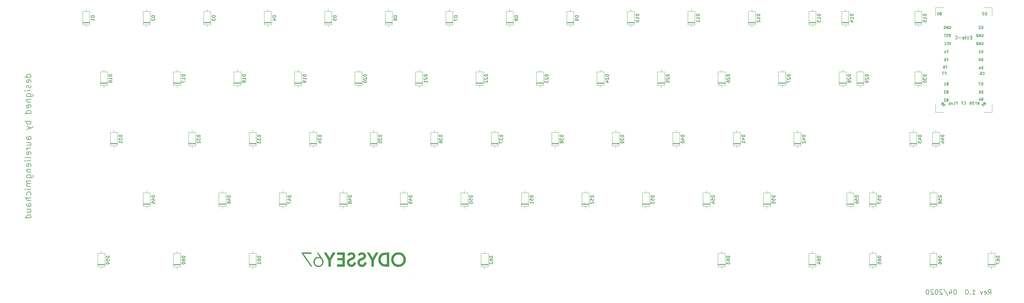
<source format=gbo>
G04 #@! TF.GenerationSoftware,KiCad,Pcbnew,(5.1.5)-3*
G04 #@! TF.CreationDate,2020-04-20T21:52:19+02:00*
G04 #@! TF.ProjectId,odyssey67,6f647973-7365-4793-9637-2e6b69636164,1.0*
G04 #@! TF.SameCoordinates,Original*
G04 #@! TF.FileFunction,Legend,Bot*
G04 #@! TF.FilePolarity,Positive*
%FSLAX46Y46*%
G04 Gerber Fmt 4.6, Leading zero omitted, Abs format (unit mm)*
G04 Created by KiCad (PCBNEW (5.1.5)-3) date 2020-04-20 21:52:19*
%MOMM*%
%LPD*%
G04 APERTURE LIST*
%ADD10C,0.150000*%
%ADD11C,0.010000*%
%ADD12C,0.120000*%
%ADD13C,1.854600*%
%ADD14R,1.854600X1.854600*%
%ADD15C,1.852000*%
%ADD16C,2.352000*%
%ADD17C,4.089800*%
%ADD18C,3.150000*%
%ADD19R,1.702000X1.702000*%
%ADD20O,1.702000X1.702000*%
G04 APERTURE END LIST*
D10*
X359365178Y-195147321D02*
X359865178Y-194433035D01*
X360222321Y-195147321D02*
X360222321Y-193647321D01*
X359650892Y-193647321D01*
X359508035Y-193718750D01*
X359436607Y-193790178D01*
X359365178Y-193933035D01*
X359365178Y-194147321D01*
X359436607Y-194290178D01*
X359508035Y-194361607D01*
X359650892Y-194433035D01*
X360222321Y-194433035D01*
X358150892Y-195075892D02*
X358293750Y-195147321D01*
X358579464Y-195147321D01*
X358722321Y-195075892D01*
X358793750Y-194933035D01*
X358793750Y-194361607D01*
X358722321Y-194218750D01*
X358579464Y-194147321D01*
X358293750Y-194147321D01*
X358150892Y-194218750D01*
X358079464Y-194361607D01*
X358079464Y-194504464D01*
X358793750Y-194647321D01*
X357579464Y-194147321D02*
X357222321Y-195147321D01*
X356865178Y-194147321D01*
X354365178Y-195147321D02*
X355222321Y-195147321D01*
X354793750Y-195147321D02*
X354793750Y-193647321D01*
X354936607Y-193861607D01*
X355079464Y-194004464D01*
X355222321Y-194075892D01*
X353722321Y-195004464D02*
X353650892Y-195075892D01*
X353722321Y-195147321D01*
X353793750Y-195075892D01*
X353722321Y-195004464D01*
X353722321Y-195147321D01*
X352722321Y-193647321D02*
X352579464Y-193647321D01*
X352436607Y-193718750D01*
X352365178Y-193790178D01*
X352293750Y-193933035D01*
X352222321Y-194218750D01*
X352222321Y-194575892D01*
X352293750Y-194861607D01*
X352365178Y-195004464D01*
X352436607Y-195075892D01*
X352579464Y-195147321D01*
X352722321Y-195147321D01*
X352865178Y-195075892D01*
X352936607Y-195004464D01*
X353008035Y-194861607D01*
X353079464Y-194575892D01*
X353079464Y-194218750D01*
X353008035Y-193933035D01*
X352936607Y-193790178D01*
X352865178Y-193718750D01*
X352722321Y-193647321D01*
X349008035Y-193647321D02*
X348865178Y-193647321D01*
X348722321Y-193718750D01*
X348650892Y-193790178D01*
X348579464Y-193933035D01*
X348508035Y-194218750D01*
X348508035Y-194575892D01*
X348579464Y-194861607D01*
X348650892Y-195004464D01*
X348722321Y-195075892D01*
X348865178Y-195147321D01*
X349008035Y-195147321D01*
X349150892Y-195075892D01*
X349222321Y-195004464D01*
X349293750Y-194861607D01*
X349365178Y-194575892D01*
X349365178Y-194218750D01*
X349293750Y-193933035D01*
X349222321Y-193790178D01*
X349150892Y-193718750D01*
X349008035Y-193647321D01*
X347222321Y-194147321D02*
X347222321Y-195147321D01*
X347579464Y-193575892D02*
X347936607Y-194647321D01*
X347008035Y-194647321D01*
X345365178Y-193575892D02*
X346650892Y-195504464D01*
X344936607Y-193790178D02*
X344865178Y-193718750D01*
X344722321Y-193647321D01*
X344365178Y-193647321D01*
X344222321Y-193718750D01*
X344150892Y-193790178D01*
X344079464Y-193933035D01*
X344079464Y-194075892D01*
X344150892Y-194290178D01*
X345008035Y-195147321D01*
X344079464Y-195147321D01*
X343150892Y-193647321D02*
X343008035Y-193647321D01*
X342865178Y-193718750D01*
X342793750Y-193790178D01*
X342722321Y-193933035D01*
X342650892Y-194218750D01*
X342650892Y-194575892D01*
X342722321Y-194861607D01*
X342793750Y-195004464D01*
X342865178Y-195075892D01*
X343008035Y-195147321D01*
X343150892Y-195147321D01*
X343293750Y-195075892D01*
X343365178Y-195004464D01*
X343436607Y-194861607D01*
X343508035Y-194575892D01*
X343508035Y-194218750D01*
X343436607Y-193933035D01*
X343365178Y-193790178D01*
X343293750Y-193718750D01*
X343150892Y-193647321D01*
X342079464Y-193790178D02*
X342008035Y-193718750D01*
X341865178Y-193647321D01*
X341508035Y-193647321D01*
X341365178Y-193718750D01*
X341293750Y-193790178D01*
X341222321Y-193933035D01*
X341222321Y-194075892D01*
X341293750Y-194290178D01*
X342150892Y-195147321D01*
X341222321Y-195147321D01*
X340293750Y-193647321D02*
X340150892Y-193647321D01*
X340008035Y-193718750D01*
X339936607Y-193790178D01*
X339865178Y-193933035D01*
X339793750Y-194218750D01*
X339793750Y-194575892D01*
X339865178Y-194861607D01*
X339936607Y-195004464D01*
X340008035Y-195075892D01*
X340150892Y-195147321D01*
X340293750Y-195147321D01*
X340436607Y-195075892D01*
X340508035Y-195004464D01*
X340579464Y-194861607D01*
X340650892Y-194575892D01*
X340650892Y-194218750D01*
X340579464Y-193933035D01*
X340508035Y-193790178D01*
X340436607Y-193718750D01*
X340293750Y-193647321D01*
X354178869Y-114228571D02*
X353845535Y-114228571D01*
X353702678Y-114752380D02*
X354178869Y-114752380D01*
X354178869Y-113752380D01*
X353702678Y-113752380D01*
X353131250Y-114752380D02*
X353226488Y-114704761D01*
X353274107Y-114609523D01*
X353274107Y-113752380D01*
X352750297Y-114752380D02*
X352750297Y-114085714D01*
X352750297Y-113752380D02*
X352797916Y-113800000D01*
X352750297Y-113847619D01*
X352702678Y-113800000D01*
X352750297Y-113752380D01*
X352750297Y-113847619D01*
X352416964Y-114085714D02*
X352036011Y-114085714D01*
X352274107Y-113752380D02*
X352274107Y-114609523D01*
X352226488Y-114704761D01*
X352131250Y-114752380D01*
X352036011Y-114752380D01*
X351321726Y-114704761D02*
X351416964Y-114752380D01*
X351607440Y-114752380D01*
X351702678Y-114704761D01*
X351750297Y-114609523D01*
X351750297Y-114228571D01*
X351702678Y-114133333D01*
X351607440Y-114085714D01*
X351416964Y-114085714D01*
X351321726Y-114133333D01*
X351274107Y-114228571D01*
X351274107Y-114323809D01*
X351750297Y-114419047D01*
X350845535Y-114371428D02*
X350083630Y-114371428D01*
X349036011Y-114657142D02*
X349083630Y-114704761D01*
X349226488Y-114752380D01*
X349321726Y-114752380D01*
X349464583Y-114704761D01*
X349559821Y-114609523D01*
X349607440Y-114514285D01*
X349655059Y-114323809D01*
X349655059Y-114180952D01*
X349607440Y-113990476D01*
X349559821Y-113895238D01*
X349464583Y-113800000D01*
X349321726Y-113752380D01*
X349226488Y-113752380D01*
X349083630Y-113800000D01*
X349036011Y-113847619D01*
X58054761Y-126716964D02*
X56054761Y-126716964D01*
X57959523Y-126716964D02*
X58054761Y-126526488D01*
X58054761Y-126145535D01*
X57959523Y-125955059D01*
X57864285Y-125859821D01*
X57673809Y-125764583D01*
X57102380Y-125764583D01*
X56911904Y-125859821D01*
X56816666Y-125955059D01*
X56721428Y-126145535D01*
X56721428Y-126526488D01*
X56816666Y-126716964D01*
X57959523Y-128431250D02*
X58054761Y-128240773D01*
X58054761Y-127859821D01*
X57959523Y-127669345D01*
X57769047Y-127574107D01*
X57007142Y-127574107D01*
X56816666Y-127669345D01*
X56721428Y-127859821D01*
X56721428Y-128240773D01*
X56816666Y-128431250D01*
X57007142Y-128526488D01*
X57197619Y-128526488D01*
X57388095Y-127574107D01*
X57959523Y-129288392D02*
X58054761Y-129478869D01*
X58054761Y-129859821D01*
X57959523Y-130050297D01*
X57769047Y-130145535D01*
X57673809Y-130145535D01*
X57483333Y-130050297D01*
X57388095Y-129859821D01*
X57388095Y-129574107D01*
X57292857Y-129383630D01*
X57102380Y-129288392D01*
X57007142Y-129288392D01*
X56816666Y-129383630D01*
X56721428Y-129574107D01*
X56721428Y-129859821D01*
X56816666Y-130050297D01*
X58054761Y-131002678D02*
X56721428Y-131002678D01*
X56054761Y-131002678D02*
X56150000Y-130907440D01*
X56245238Y-131002678D01*
X56150000Y-131097916D01*
X56054761Y-131002678D01*
X56245238Y-131002678D01*
X56721428Y-132812202D02*
X58340476Y-132812202D01*
X58530952Y-132716964D01*
X58626190Y-132621726D01*
X58721428Y-132431250D01*
X58721428Y-132145535D01*
X58626190Y-131955059D01*
X57959523Y-132812202D02*
X58054761Y-132621726D01*
X58054761Y-132240773D01*
X57959523Y-132050297D01*
X57864285Y-131955059D01*
X57673809Y-131859821D01*
X57102380Y-131859821D01*
X56911904Y-131955059D01*
X56816666Y-132050297D01*
X56721428Y-132240773D01*
X56721428Y-132621726D01*
X56816666Y-132812202D01*
X56721428Y-133764583D02*
X58054761Y-133764583D01*
X56911904Y-133764583D02*
X56816666Y-133859821D01*
X56721428Y-134050297D01*
X56721428Y-134336011D01*
X56816666Y-134526488D01*
X57007142Y-134621726D01*
X58054761Y-134621726D01*
X57959523Y-136336011D02*
X58054761Y-136145535D01*
X58054761Y-135764583D01*
X57959523Y-135574107D01*
X57769047Y-135478869D01*
X57007142Y-135478869D01*
X56816666Y-135574107D01*
X56721428Y-135764583D01*
X56721428Y-136145535D01*
X56816666Y-136336011D01*
X57007142Y-136431250D01*
X57197619Y-136431250D01*
X57388095Y-135478869D01*
X58054761Y-138145535D02*
X56054761Y-138145535D01*
X57959523Y-138145535D02*
X58054761Y-137955059D01*
X58054761Y-137574107D01*
X57959523Y-137383630D01*
X57864285Y-137288392D01*
X57673809Y-137193154D01*
X57102380Y-137193154D01*
X56911904Y-137288392D01*
X56816666Y-137383630D01*
X56721428Y-137574107D01*
X56721428Y-137955059D01*
X56816666Y-138145535D01*
X58054761Y-140621726D02*
X56054761Y-140621726D01*
X56816666Y-140621726D02*
X56721428Y-140812202D01*
X56721428Y-141193154D01*
X56816666Y-141383630D01*
X56911904Y-141478869D01*
X57102380Y-141574107D01*
X57673809Y-141574107D01*
X57864285Y-141478869D01*
X57959523Y-141383630D01*
X58054761Y-141193154D01*
X58054761Y-140812202D01*
X57959523Y-140621726D01*
X56721428Y-142240773D02*
X58054761Y-142716964D01*
X56721428Y-143193154D02*
X58054761Y-142716964D01*
X58530952Y-142526488D01*
X58626190Y-142431250D01*
X58721428Y-142240773D01*
X58054761Y-146336011D02*
X57007142Y-146336011D01*
X56816666Y-146240773D01*
X56721428Y-146050297D01*
X56721428Y-145669345D01*
X56816666Y-145478869D01*
X57959523Y-146336011D02*
X58054761Y-146145535D01*
X58054761Y-145669345D01*
X57959523Y-145478869D01*
X57769047Y-145383630D01*
X57578571Y-145383630D01*
X57388095Y-145478869D01*
X57292857Y-145669345D01*
X57292857Y-146145535D01*
X57197619Y-146336011D01*
X56721428Y-148145535D02*
X58054761Y-148145535D01*
X56721428Y-147288392D02*
X57769047Y-147288392D01*
X57959523Y-147383630D01*
X58054761Y-147574107D01*
X58054761Y-147859821D01*
X57959523Y-148050297D01*
X57864285Y-148145535D01*
X58054761Y-149097916D02*
X56721428Y-149097916D01*
X57102380Y-149097916D02*
X56911904Y-149193154D01*
X56816666Y-149288392D01*
X56721428Y-149478869D01*
X56721428Y-149669345D01*
X57959523Y-151097916D02*
X58054761Y-150907440D01*
X58054761Y-150526488D01*
X57959523Y-150336011D01*
X57769047Y-150240773D01*
X57007142Y-150240773D01*
X56816666Y-150336011D01*
X56721428Y-150526488D01*
X56721428Y-150907440D01*
X56816666Y-151097916D01*
X57007142Y-151193154D01*
X57197619Y-151193154D01*
X57388095Y-150240773D01*
X58054761Y-152336011D02*
X57959523Y-152145535D01*
X57769047Y-152050297D01*
X56054761Y-152050297D01*
X58054761Y-153097916D02*
X56721428Y-153097916D01*
X56054761Y-153097916D02*
X56150000Y-153002678D01*
X56245238Y-153097916D01*
X56150000Y-153193154D01*
X56054761Y-153097916D01*
X56245238Y-153097916D01*
X57959523Y-154812202D02*
X58054761Y-154621726D01*
X58054761Y-154240773D01*
X57959523Y-154050297D01*
X57769047Y-153955059D01*
X57007142Y-153955059D01*
X56816666Y-154050297D01*
X56721428Y-154240773D01*
X56721428Y-154621726D01*
X56816666Y-154812202D01*
X57007142Y-154907440D01*
X57197619Y-154907440D01*
X57388095Y-153955059D01*
X56721428Y-155764583D02*
X58054761Y-155764583D01*
X56911904Y-155764583D02*
X56816666Y-155859821D01*
X56721428Y-156050297D01*
X56721428Y-156336011D01*
X56816666Y-156526488D01*
X57007142Y-156621726D01*
X58054761Y-156621726D01*
X56721428Y-158431250D02*
X58340476Y-158431250D01*
X58530952Y-158336011D01*
X58626190Y-158240773D01*
X58721428Y-158050297D01*
X58721428Y-157764583D01*
X58626190Y-157574107D01*
X57959523Y-158431250D02*
X58054761Y-158240773D01*
X58054761Y-157859821D01*
X57959523Y-157669345D01*
X57864285Y-157574107D01*
X57673809Y-157478869D01*
X57102380Y-157478869D01*
X56911904Y-157574107D01*
X56816666Y-157669345D01*
X56721428Y-157859821D01*
X56721428Y-158240773D01*
X56816666Y-158431250D01*
X58054761Y-159383630D02*
X56721428Y-159383630D01*
X56911904Y-159383630D02*
X56816666Y-159478869D01*
X56721428Y-159669345D01*
X56721428Y-159955059D01*
X56816666Y-160145535D01*
X57007142Y-160240773D01*
X58054761Y-160240773D01*
X57007142Y-160240773D02*
X56816666Y-160336011D01*
X56721428Y-160526488D01*
X56721428Y-160812202D01*
X56816666Y-161002678D01*
X57007142Y-161097916D01*
X58054761Y-161097916D01*
X58054761Y-162050297D02*
X56721428Y-162050297D01*
X56054761Y-162050297D02*
X56150000Y-161955059D01*
X56245238Y-162050297D01*
X56150000Y-162145535D01*
X56054761Y-162050297D01*
X56245238Y-162050297D01*
X57959523Y-163859821D02*
X58054761Y-163669345D01*
X58054761Y-163288392D01*
X57959523Y-163097916D01*
X57864285Y-163002678D01*
X57673809Y-162907440D01*
X57102380Y-162907440D01*
X56911904Y-163002678D01*
X56816666Y-163097916D01*
X56721428Y-163288392D01*
X56721428Y-163669345D01*
X56816666Y-163859821D01*
X58054761Y-164716964D02*
X56054761Y-164716964D01*
X58054761Y-165574107D02*
X57007142Y-165574107D01*
X56816666Y-165478869D01*
X56721428Y-165288392D01*
X56721428Y-165002678D01*
X56816666Y-164812202D01*
X56911904Y-164716964D01*
X58054761Y-167383630D02*
X57007142Y-167383630D01*
X56816666Y-167288392D01*
X56721428Y-167097916D01*
X56721428Y-166716964D01*
X56816666Y-166526488D01*
X57959523Y-167383630D02*
X58054761Y-167193154D01*
X58054761Y-166716964D01*
X57959523Y-166526488D01*
X57769047Y-166431250D01*
X57578571Y-166431250D01*
X57388095Y-166526488D01*
X57292857Y-166716964D01*
X57292857Y-167193154D01*
X57197619Y-167383630D01*
X56721428Y-169193154D02*
X58054761Y-169193154D01*
X56721428Y-168336011D02*
X57769047Y-168336011D01*
X57959523Y-168431250D01*
X58054761Y-168621726D01*
X58054761Y-168907440D01*
X57959523Y-169097916D01*
X57864285Y-169193154D01*
X58054761Y-171002678D02*
X56054761Y-171002678D01*
X57959523Y-171002678D02*
X58054761Y-170812202D01*
X58054761Y-170431250D01*
X57959523Y-170240773D01*
X57864285Y-170145535D01*
X57673809Y-170050297D01*
X57102380Y-170050297D01*
X56911904Y-170145535D01*
X56816666Y-170240773D01*
X56721428Y-170431250D01*
X56721428Y-170812202D01*
X56816666Y-171002678D01*
D11*
G36*
X176837837Y-179009261D02*
G01*
X176843359Y-179014783D01*
X176848880Y-179009261D01*
X176843359Y-179003740D01*
X176837837Y-179009261D01*
G37*
X176837837Y-179009261D02*
X176843359Y-179014783D01*
X176848880Y-179009261D01*
X176843359Y-179003740D01*
X176837837Y-179009261D01*
G36*
X152541767Y-182841708D02*
G01*
X152468465Y-182968563D01*
X152398236Y-183089648D01*
X152331868Y-183203636D01*
X152270145Y-183309194D01*
X152213855Y-183404994D01*
X152163783Y-183489705D01*
X152120716Y-183561998D01*
X152085441Y-183620542D01*
X152058744Y-183664007D01*
X152041410Y-183691064D01*
X152034227Y-183700382D01*
X152034127Y-183700339D01*
X152027641Y-183689697D01*
X152010937Y-183661281D01*
X151984807Y-183616463D01*
X151950045Y-183556613D01*
X151907445Y-183483103D01*
X151857800Y-183397305D01*
X151801903Y-183300591D01*
X151740549Y-183194330D01*
X151674532Y-183079896D01*
X151604643Y-182958660D01*
X151532296Y-182833066D01*
X151037869Y-181974435D01*
X150662411Y-181974435D01*
X150560735Y-181974526D01*
X150479072Y-181974862D01*
X150415351Y-181975537D01*
X150367499Y-181976646D01*
X150333443Y-181978282D01*
X150311110Y-181980541D01*
X150298428Y-181983517D01*
X150293325Y-181987304D01*
X150293399Y-181991235D01*
X150299632Y-182002722D01*
X150316258Y-182032171D01*
X150342614Y-182078425D01*
X150378033Y-182140327D01*
X150421851Y-182216721D01*
X150473401Y-182306449D01*
X150532018Y-182408356D01*
X150597037Y-182521284D01*
X150667793Y-182644078D01*
X150743620Y-182775579D01*
X150823853Y-182914631D01*
X150907826Y-183060078D01*
X150994875Y-183210763D01*
X151001363Y-183221991D01*
X151702880Y-184435947D01*
X151702880Y-186314522D01*
X152376533Y-186314522D01*
X152376533Y-184436505D01*
X153077676Y-183223245D01*
X153164911Y-183072246D01*
X153249125Y-182926387D01*
X153329652Y-182786826D01*
X153405825Y-182654720D01*
X153476977Y-182531230D01*
X153542444Y-182417511D01*
X153601559Y-182314724D01*
X153653656Y-182224025D01*
X153698069Y-182146574D01*
X153734131Y-182083529D01*
X153761177Y-182036047D01*
X153778540Y-182005288D01*
X153785555Y-181992409D01*
X153785640Y-181992210D01*
X153785866Y-181987411D01*
X153781073Y-181983555D01*
X153769158Y-181980540D01*
X153748020Y-181978265D01*
X153715555Y-181976628D01*
X153669663Y-181975528D01*
X153608240Y-181974864D01*
X153529185Y-181974533D01*
X153430396Y-181974436D01*
X153417231Y-181974435D01*
X153042002Y-181974435D01*
X152541767Y-182841708D01*
G37*
X152541767Y-182841708D02*
X152468465Y-182968563D01*
X152398236Y-183089648D01*
X152331868Y-183203636D01*
X152270145Y-183309194D01*
X152213855Y-183404994D01*
X152163783Y-183489705D01*
X152120716Y-183561998D01*
X152085441Y-183620542D01*
X152058744Y-183664007D01*
X152041410Y-183691064D01*
X152034227Y-183700382D01*
X152034127Y-183700339D01*
X152027641Y-183689697D01*
X152010937Y-183661281D01*
X151984807Y-183616463D01*
X151950045Y-183556613D01*
X151907445Y-183483103D01*
X151857800Y-183397305D01*
X151801903Y-183300591D01*
X151740549Y-183194330D01*
X151674532Y-183079896D01*
X151604643Y-182958660D01*
X151532296Y-182833066D01*
X151037869Y-181974435D01*
X150662411Y-181974435D01*
X150560735Y-181974526D01*
X150479072Y-181974862D01*
X150415351Y-181975537D01*
X150367499Y-181976646D01*
X150333443Y-181978282D01*
X150311110Y-181980541D01*
X150298428Y-181983517D01*
X150293325Y-181987304D01*
X150293399Y-181991235D01*
X150299632Y-182002722D01*
X150316258Y-182032171D01*
X150342614Y-182078425D01*
X150378033Y-182140327D01*
X150421851Y-182216721D01*
X150473401Y-182306449D01*
X150532018Y-182408356D01*
X150597037Y-182521284D01*
X150667793Y-182644078D01*
X150743620Y-182775579D01*
X150823853Y-182914631D01*
X150907826Y-183060078D01*
X150994875Y-183210763D01*
X151001363Y-183221991D01*
X151702880Y-184435947D01*
X151702880Y-186314522D01*
X152376533Y-186314522D01*
X152376533Y-184436505D01*
X153077676Y-183223245D01*
X153164911Y-183072246D01*
X153249125Y-182926387D01*
X153329652Y-182786826D01*
X153405825Y-182654720D01*
X153476977Y-182531230D01*
X153542444Y-182417511D01*
X153601559Y-182314724D01*
X153653656Y-182224025D01*
X153698069Y-182146574D01*
X153734131Y-182083529D01*
X153761177Y-182036047D01*
X153778540Y-182005288D01*
X153785555Y-181992409D01*
X153785640Y-181992210D01*
X153785866Y-181987411D01*
X153781073Y-181983555D01*
X153769158Y-181980540D01*
X153748020Y-181978265D01*
X153715555Y-181976628D01*
X153669663Y-181975528D01*
X153608240Y-181974864D01*
X153529185Y-181974533D01*
X153430396Y-181974436D01*
X153417231Y-181974435D01*
X153042002Y-181974435D01*
X152541767Y-182841708D01*
G36*
X154397489Y-182603913D02*
G01*
X156120272Y-182603913D01*
X156120272Y-183697218D01*
X154441663Y-183697218D01*
X154441663Y-184326696D01*
X156120272Y-184326696D01*
X156120272Y-185696087D01*
X154397489Y-185696087D01*
X154397489Y-186314522D01*
X156782880Y-186314522D01*
X156782880Y-181974435D01*
X154397489Y-181974435D01*
X154397489Y-182603913D01*
G37*
X154397489Y-182603913D02*
X156120272Y-182603913D01*
X156120272Y-183697218D01*
X154441663Y-183697218D01*
X154441663Y-184326696D01*
X156120272Y-184326696D01*
X156120272Y-185696087D01*
X154397489Y-185696087D01*
X154397489Y-186314522D01*
X156782880Y-186314522D01*
X156782880Y-181974435D01*
X154397489Y-181974435D01*
X154397489Y-182603913D01*
G36*
X166081482Y-182826163D02*
G01*
X166008662Y-182952429D01*
X165938856Y-183073373D01*
X165872869Y-183187603D01*
X165811506Y-183293731D01*
X165755574Y-183390366D01*
X165705879Y-183476117D01*
X165663224Y-183549594D01*
X165628417Y-183609408D01*
X165602263Y-183654168D01*
X165585568Y-183682484D01*
X165579219Y-183692864D01*
X165574371Y-183690730D01*
X165563841Y-183678015D01*
X165547145Y-183653912D01*
X165523796Y-183617609D01*
X165493310Y-183568299D01*
X165455201Y-183505172D01*
X165408983Y-183427420D01*
X165354171Y-183334233D01*
X165290279Y-183224802D01*
X165216823Y-183098319D01*
X165133316Y-182953974D01*
X165069789Y-182843896D01*
X164571610Y-181979957D01*
X164194593Y-181977051D01*
X164105839Y-181976522D01*
X164024523Y-181976336D01*
X163953175Y-181976476D01*
X163894326Y-181976924D01*
X163850505Y-181977663D01*
X163824244Y-181978675D01*
X163817576Y-181979655D01*
X163822995Y-181989721D01*
X163838812Y-182017758D01*
X163864367Y-182062616D01*
X163898998Y-182123147D01*
X163942044Y-182198203D01*
X163992845Y-182286633D01*
X164050741Y-182387290D01*
X164115070Y-182499025D01*
X164185171Y-182620688D01*
X164260385Y-182751132D01*
X164340050Y-182889208D01*
X164423505Y-183033766D01*
X164510090Y-183183658D01*
X164511616Y-183186300D01*
X164598633Y-183336924D01*
X164682787Y-183482650D01*
X164763394Y-183622291D01*
X164839772Y-183754660D01*
X164911235Y-183878570D01*
X164977100Y-183992833D01*
X165036683Y-184096263D01*
X165089300Y-184187673D01*
X165134268Y-184265874D01*
X165170902Y-184329681D01*
X165198518Y-184377906D01*
X165216433Y-184409361D01*
X165223921Y-184422778D01*
X165227183Y-184430589D01*
X165230037Y-184441518D01*
X165232507Y-184456992D01*
X165234623Y-184478438D01*
X165236410Y-184507282D01*
X165237896Y-184544952D01*
X165239108Y-184592874D01*
X165240072Y-184652475D01*
X165240816Y-184725182D01*
X165241368Y-184812422D01*
X165241753Y-184915621D01*
X165241999Y-185036206D01*
X165242133Y-185175605D01*
X165242183Y-185335243D01*
X165242185Y-185386322D01*
X165242185Y-186314522D01*
X165904794Y-186314522D01*
X165904794Y-184440840D01*
X166611576Y-183217688D01*
X166699041Y-183066244D01*
X166783392Y-182920042D01*
X166863973Y-182780225D01*
X166940129Y-182647937D01*
X167011205Y-182524322D01*
X167076544Y-182410522D01*
X167135492Y-182307681D01*
X167187394Y-182216943D01*
X167231593Y-182139452D01*
X167267435Y-182076350D01*
X167294264Y-182028782D01*
X167311425Y-181997890D01*
X167318262Y-181984819D01*
X167318359Y-181984486D01*
X167307662Y-181981921D01*
X167276958Y-181979643D01*
X167228325Y-181977707D01*
X167163841Y-181976169D01*
X167085584Y-181975086D01*
X166995633Y-181974513D01*
X166945426Y-181974435D01*
X166572492Y-181974435D01*
X166081482Y-182826163D01*
G37*
X166081482Y-182826163D02*
X166008662Y-182952429D01*
X165938856Y-183073373D01*
X165872869Y-183187603D01*
X165811506Y-183293731D01*
X165755574Y-183390366D01*
X165705879Y-183476117D01*
X165663224Y-183549594D01*
X165628417Y-183609408D01*
X165602263Y-183654168D01*
X165585568Y-183682484D01*
X165579219Y-183692864D01*
X165574371Y-183690730D01*
X165563841Y-183678015D01*
X165547145Y-183653912D01*
X165523796Y-183617609D01*
X165493310Y-183568299D01*
X165455201Y-183505172D01*
X165408983Y-183427420D01*
X165354171Y-183334233D01*
X165290279Y-183224802D01*
X165216823Y-183098319D01*
X165133316Y-182953974D01*
X165069789Y-182843896D01*
X164571610Y-181979957D01*
X164194593Y-181977051D01*
X164105839Y-181976522D01*
X164024523Y-181976336D01*
X163953175Y-181976476D01*
X163894326Y-181976924D01*
X163850505Y-181977663D01*
X163824244Y-181978675D01*
X163817576Y-181979655D01*
X163822995Y-181989721D01*
X163838812Y-182017758D01*
X163864367Y-182062616D01*
X163898998Y-182123147D01*
X163942044Y-182198203D01*
X163992845Y-182286633D01*
X164050741Y-182387290D01*
X164115070Y-182499025D01*
X164185171Y-182620688D01*
X164260385Y-182751132D01*
X164340050Y-182889208D01*
X164423505Y-183033766D01*
X164510090Y-183183658D01*
X164511616Y-183186300D01*
X164598633Y-183336924D01*
X164682787Y-183482650D01*
X164763394Y-183622291D01*
X164839772Y-183754660D01*
X164911235Y-183878570D01*
X164977100Y-183992833D01*
X165036683Y-184096263D01*
X165089300Y-184187673D01*
X165134268Y-184265874D01*
X165170902Y-184329681D01*
X165198518Y-184377906D01*
X165216433Y-184409361D01*
X165223921Y-184422778D01*
X165227183Y-184430589D01*
X165230037Y-184441518D01*
X165232507Y-184456992D01*
X165234623Y-184478438D01*
X165236410Y-184507282D01*
X165237896Y-184544952D01*
X165239108Y-184592874D01*
X165240072Y-184652475D01*
X165240816Y-184725182D01*
X165241368Y-184812422D01*
X165241753Y-184915621D01*
X165241999Y-185036206D01*
X165242133Y-185175605D01*
X165242183Y-185335243D01*
X165242185Y-185386322D01*
X165242185Y-186314522D01*
X165904794Y-186314522D01*
X165904794Y-184440840D01*
X166611576Y-183217688D01*
X166699041Y-183066244D01*
X166783392Y-182920042D01*
X166863973Y-182780225D01*
X166940129Y-182647937D01*
X167011205Y-182524322D01*
X167076544Y-182410522D01*
X167135492Y-182307681D01*
X167187394Y-182216943D01*
X167231593Y-182139452D01*
X167267435Y-182076350D01*
X167294264Y-182028782D01*
X167311425Y-181997890D01*
X167318262Y-181984819D01*
X167318359Y-181984486D01*
X167307662Y-181981921D01*
X167276958Y-181979643D01*
X167228325Y-181977707D01*
X167163841Y-181976169D01*
X167085584Y-181975086D01*
X166995633Y-181974513D01*
X166945426Y-181974435D01*
X166572492Y-181974435D01*
X166081482Y-182826163D01*
G36*
X170242120Y-181974585D02*
G01*
X170045494Y-181975261D01*
X169869091Y-181977248D01*
X169711077Y-181980674D01*
X169569620Y-181985669D01*
X169442887Y-181992362D01*
X169329044Y-182000880D01*
X169226259Y-182011355D01*
X169132699Y-182023913D01*
X169046531Y-182038685D01*
X168965922Y-182055798D01*
X168917464Y-182067763D01*
X168712512Y-182131943D01*
X168519612Y-182214285D01*
X168339399Y-182314043D01*
X168172506Y-182430472D01*
X168019566Y-182562828D01*
X167881214Y-182710365D01*
X167758084Y-182872339D01*
X167650809Y-183048005D01*
X167560023Y-183236617D01*
X167486360Y-183437431D01*
X167430453Y-183649701D01*
X167394873Y-183857348D01*
X167388115Y-183929609D01*
X167383914Y-184017647D01*
X167382222Y-184115305D01*
X167382988Y-184216429D01*
X167386165Y-184314862D01*
X167391702Y-184404448D01*
X167399550Y-184479032D01*
X167399867Y-184481305D01*
X167440931Y-184700174D01*
X167500675Y-184907402D01*
X167578974Y-185102785D01*
X167675700Y-185286119D01*
X167790728Y-185457198D01*
X167923932Y-185615819D01*
X168075185Y-185761777D01*
X168244362Y-185894868D01*
X168294085Y-185929235D01*
X168479949Y-186041885D01*
X168671090Y-186133348D01*
X168868771Y-186204154D01*
X169063228Y-186252661D01*
X169116954Y-186263184D01*
X169166469Y-186272236D01*
X169213955Y-186279943D01*
X169261594Y-186286433D01*
X169311568Y-186291834D01*
X169366059Y-186296273D01*
X169427250Y-186299878D01*
X169497323Y-186302775D01*
X169578459Y-186305093D01*
X169672842Y-186306958D01*
X169782653Y-186308498D01*
X169910074Y-186309841D01*
X170057288Y-186311114D01*
X170065424Y-186311180D01*
X170730794Y-186316552D01*
X170730794Y-182603913D01*
X170068185Y-182603913D01*
X170068185Y-185696087D01*
X169943946Y-185695987D01*
X169889998Y-185695319D01*
X169820857Y-185693537D01*
X169743378Y-185690867D01*
X169664414Y-185687536D01*
X169615402Y-185685118D01*
X169418686Y-185668773D01*
X169239531Y-185641020D01*
X169076197Y-185601194D01*
X168926948Y-185548628D01*
X168790045Y-185482656D01*
X168663748Y-185402613D01*
X168546321Y-185307832D01*
X168489448Y-185253764D01*
X168368150Y-185117166D01*
X168265787Y-184969478D01*
X168182599Y-184811364D01*
X168118824Y-184643492D01*
X168074700Y-184466528D01*
X168050464Y-184281137D01*
X168046357Y-184087987D01*
X168049396Y-184023640D01*
X168070385Y-183846995D01*
X168109840Y-183676327D01*
X168166684Y-183513328D01*
X168239837Y-183359688D01*
X168328221Y-183217097D01*
X168430755Y-183087248D01*
X168546363Y-182971831D01*
X168673963Y-182872536D01*
X168812478Y-182791054D01*
X168846340Y-182774746D01*
X168966067Y-182724981D01*
X169090917Y-182684491D01*
X169223690Y-182652791D01*
X169367185Y-182629396D01*
X169524203Y-182613820D01*
X169697542Y-182605579D01*
X169831920Y-182603913D01*
X170068185Y-182603913D01*
X170730794Y-182603913D01*
X170730794Y-181974435D01*
X170242120Y-181974585D01*
G37*
X170242120Y-181974585D02*
X170045494Y-181975261D01*
X169869091Y-181977248D01*
X169711077Y-181980674D01*
X169569620Y-181985669D01*
X169442887Y-181992362D01*
X169329044Y-182000880D01*
X169226259Y-182011355D01*
X169132699Y-182023913D01*
X169046531Y-182038685D01*
X168965922Y-182055798D01*
X168917464Y-182067763D01*
X168712512Y-182131943D01*
X168519612Y-182214285D01*
X168339399Y-182314043D01*
X168172506Y-182430472D01*
X168019566Y-182562828D01*
X167881214Y-182710365D01*
X167758084Y-182872339D01*
X167650809Y-183048005D01*
X167560023Y-183236617D01*
X167486360Y-183437431D01*
X167430453Y-183649701D01*
X167394873Y-183857348D01*
X167388115Y-183929609D01*
X167383914Y-184017647D01*
X167382222Y-184115305D01*
X167382988Y-184216429D01*
X167386165Y-184314862D01*
X167391702Y-184404448D01*
X167399550Y-184479032D01*
X167399867Y-184481305D01*
X167440931Y-184700174D01*
X167500675Y-184907402D01*
X167578974Y-185102785D01*
X167675700Y-185286119D01*
X167790728Y-185457198D01*
X167923932Y-185615819D01*
X168075185Y-185761777D01*
X168244362Y-185894868D01*
X168294085Y-185929235D01*
X168479949Y-186041885D01*
X168671090Y-186133348D01*
X168868771Y-186204154D01*
X169063228Y-186252661D01*
X169116954Y-186263184D01*
X169166469Y-186272236D01*
X169213955Y-186279943D01*
X169261594Y-186286433D01*
X169311568Y-186291834D01*
X169366059Y-186296273D01*
X169427250Y-186299878D01*
X169497323Y-186302775D01*
X169578459Y-186305093D01*
X169672842Y-186306958D01*
X169782653Y-186308498D01*
X169910074Y-186309841D01*
X170057288Y-186311114D01*
X170065424Y-186311180D01*
X170730794Y-186316552D01*
X170730794Y-182603913D01*
X170068185Y-182603913D01*
X170068185Y-185696087D01*
X169943946Y-185695987D01*
X169889998Y-185695319D01*
X169820857Y-185693537D01*
X169743378Y-185690867D01*
X169664414Y-185687536D01*
X169615402Y-185685118D01*
X169418686Y-185668773D01*
X169239531Y-185641020D01*
X169076197Y-185601194D01*
X168926948Y-185548628D01*
X168790045Y-185482656D01*
X168663748Y-185402613D01*
X168546321Y-185307832D01*
X168489448Y-185253764D01*
X168368150Y-185117166D01*
X168265787Y-184969478D01*
X168182599Y-184811364D01*
X168118824Y-184643492D01*
X168074700Y-184466528D01*
X168050464Y-184281137D01*
X168046357Y-184087987D01*
X168049396Y-184023640D01*
X168070385Y-183846995D01*
X168109840Y-183676327D01*
X168166684Y-183513328D01*
X168239837Y-183359688D01*
X168328221Y-183217097D01*
X168430755Y-183087248D01*
X168546363Y-182971831D01*
X168673963Y-182872536D01*
X168812478Y-182791054D01*
X168846340Y-182774746D01*
X168966067Y-182724981D01*
X169090917Y-182684491D01*
X169223690Y-182652791D01*
X169367185Y-182629396D01*
X169524203Y-182613820D01*
X169697542Y-182605579D01*
X169831920Y-182603913D01*
X170068185Y-182603913D01*
X170730794Y-182603913D01*
X170730794Y-181974435D01*
X170242120Y-181974585D01*
G36*
X144476106Y-181974469D02*
G01*
X144272725Y-181974577D01*
X144089613Y-181974767D01*
X143925861Y-181975047D01*
X143780558Y-181975424D01*
X143652797Y-181975908D01*
X143541667Y-181976505D01*
X143446260Y-181977225D01*
X143365667Y-181978075D01*
X143298977Y-181979062D01*
X143245283Y-181980196D01*
X143203675Y-181981484D01*
X143173243Y-181982934D01*
X143153079Y-181984555D01*
X143142273Y-181986354D01*
X143139850Y-181988240D01*
X143148374Y-182001025D01*
X143168841Y-182030719D01*
X143200583Y-182076376D01*
X143242935Y-182137050D01*
X143295229Y-182211796D01*
X143356799Y-182299666D01*
X143426978Y-182399716D01*
X143505100Y-182510999D01*
X143590498Y-182632569D01*
X143682505Y-182763480D01*
X143780454Y-182902786D01*
X143883680Y-183049541D01*
X143991515Y-183202800D01*
X144103292Y-183361615D01*
X144218345Y-183525042D01*
X144336008Y-183692135D01*
X144455613Y-183861946D01*
X144576494Y-184033531D01*
X144697984Y-184205942D01*
X144819417Y-184378235D01*
X144940126Y-184549464D01*
X145059444Y-184718681D01*
X145176705Y-184884942D01*
X145291241Y-185047300D01*
X145402387Y-185204810D01*
X145509476Y-185356525D01*
X145611841Y-185501499D01*
X145708814Y-185638786D01*
X145799731Y-185767441D01*
X145883923Y-185886517D01*
X145960725Y-185995069D01*
X146029469Y-186092150D01*
X146089490Y-186176814D01*
X146140119Y-186248115D01*
X146180692Y-186305108D01*
X146210540Y-186346847D01*
X146228998Y-186372385D01*
X146235389Y-186380783D01*
X146246936Y-186374593D01*
X146272274Y-186357787D01*
X146307531Y-186333015D01*
X146344352Y-186306240D01*
X146384508Y-186276100D01*
X146417175Y-186250610D01*
X146438771Y-186232631D01*
X146445782Y-186225227D01*
X146439551Y-186215720D01*
X146421164Y-186188980D01*
X146391196Y-186145828D01*
X146350221Y-186087079D01*
X146298812Y-186013553D01*
X146237546Y-185926066D01*
X146166995Y-185825437D01*
X146087734Y-185712484D01*
X146000337Y-185588024D01*
X145905379Y-185452875D01*
X145803434Y-185307855D01*
X145695077Y-185153781D01*
X145580881Y-184991473D01*
X145461421Y-184821747D01*
X145337272Y-184645421D01*
X145209007Y-184463313D01*
X145077202Y-184276242D01*
X145045939Y-184231879D01*
X143645693Y-182245000D01*
X144957591Y-182242195D01*
X146269489Y-182239389D01*
X146269489Y-181974435D01*
X144700664Y-181974435D01*
X144476106Y-181974469D01*
G37*
X144476106Y-181974469D02*
X144272725Y-181974577D01*
X144089613Y-181974767D01*
X143925861Y-181975047D01*
X143780558Y-181975424D01*
X143652797Y-181975908D01*
X143541667Y-181976505D01*
X143446260Y-181977225D01*
X143365667Y-181978075D01*
X143298977Y-181979062D01*
X143245283Y-181980196D01*
X143203675Y-181981484D01*
X143173243Y-181982934D01*
X143153079Y-181984555D01*
X143142273Y-181986354D01*
X143139850Y-181988240D01*
X143148374Y-182001025D01*
X143168841Y-182030719D01*
X143200583Y-182076376D01*
X143242935Y-182137050D01*
X143295229Y-182211796D01*
X143356799Y-182299666D01*
X143426978Y-182399716D01*
X143505100Y-182510999D01*
X143590498Y-182632569D01*
X143682505Y-182763480D01*
X143780454Y-182902786D01*
X143883680Y-183049541D01*
X143991515Y-183202800D01*
X144103292Y-183361615D01*
X144218345Y-183525042D01*
X144336008Y-183692135D01*
X144455613Y-183861946D01*
X144576494Y-184033531D01*
X144697984Y-184205942D01*
X144819417Y-184378235D01*
X144940126Y-184549464D01*
X145059444Y-184718681D01*
X145176705Y-184884942D01*
X145291241Y-185047300D01*
X145402387Y-185204810D01*
X145509476Y-185356525D01*
X145611841Y-185501499D01*
X145708814Y-185638786D01*
X145799731Y-185767441D01*
X145883923Y-185886517D01*
X145960725Y-185995069D01*
X146029469Y-186092150D01*
X146089490Y-186176814D01*
X146140119Y-186248115D01*
X146180692Y-186305108D01*
X146210540Y-186346847D01*
X146228998Y-186372385D01*
X146235389Y-186380783D01*
X146246936Y-186374593D01*
X146272274Y-186357787D01*
X146307531Y-186333015D01*
X146344352Y-186306240D01*
X146384508Y-186276100D01*
X146417175Y-186250610D01*
X146438771Y-186232631D01*
X146445782Y-186225227D01*
X146439551Y-186215720D01*
X146421164Y-186188980D01*
X146391196Y-186145828D01*
X146350221Y-186087079D01*
X146298812Y-186013553D01*
X146237546Y-185926066D01*
X146166995Y-185825437D01*
X146087734Y-185712484D01*
X146000337Y-185588024D01*
X145905379Y-185452875D01*
X145803434Y-185307855D01*
X145695077Y-185153781D01*
X145580881Y-184991473D01*
X145461421Y-184821747D01*
X145337272Y-184645421D01*
X145209007Y-184463313D01*
X145077202Y-184276242D01*
X145045939Y-184231879D01*
X143645693Y-182245000D01*
X144957591Y-182242195D01*
X146269489Y-182239389D01*
X146269489Y-181974435D01*
X144700664Y-181974435D01*
X144476106Y-181974469D01*
G36*
X148309375Y-181935120D02*
G01*
X148283276Y-181953212D01*
X148247358Y-181979188D01*
X148207257Y-182008976D01*
X148102975Y-182087359D01*
X148123528Y-182116484D01*
X148261452Y-182311979D01*
X148386939Y-182489957D01*
X148500336Y-182650913D01*
X148601988Y-182795342D01*
X148692243Y-182923739D01*
X148771445Y-183036599D01*
X148839942Y-183134417D01*
X148898080Y-183217689D01*
X148946204Y-183286909D01*
X148984661Y-183342572D01*
X149013797Y-183385174D01*
X149033958Y-183415209D01*
X149045491Y-183433173D01*
X149048741Y-183439560D01*
X149036866Y-183438406D01*
X149011214Y-183430629D01*
X148990382Y-183422952D01*
X148862483Y-183382678D01*
X148721242Y-183355518D01*
X148571087Y-183341469D01*
X148416445Y-183340525D01*
X148261744Y-183352685D01*
X148111411Y-183377946D01*
X147969876Y-183416302D01*
X147948098Y-183423741D01*
X147790446Y-183488620D01*
X147647526Y-183567715D01*
X147515334Y-183663540D01*
X147400418Y-183767972D01*
X147281150Y-183902252D01*
X147180902Y-184047608D01*
X147099557Y-184204267D01*
X147036998Y-184372458D01*
X146993107Y-184552407D01*
X146991830Y-184559344D01*
X146981705Y-184634583D01*
X146975197Y-184724726D01*
X146972309Y-184823192D01*
X146973044Y-184923397D01*
X146977404Y-185018761D01*
X146985392Y-185102699D01*
X146991618Y-185143178D01*
X147035201Y-185322647D01*
X147097505Y-185491966D01*
X147177517Y-185650025D01*
X147274224Y-185795714D01*
X147386610Y-185927926D01*
X147513664Y-186045550D01*
X147654371Y-186147477D01*
X147807718Y-186232598D01*
X147972691Y-186299803D01*
X148077092Y-186331134D01*
X148231451Y-186362858D01*
X148396260Y-186380826D01*
X148564212Y-186384420D01*
X148654880Y-186380075D01*
X148836459Y-186356359D01*
X149010525Y-186313134D01*
X149175700Y-186251282D01*
X149330604Y-186171687D01*
X149473860Y-186075232D01*
X149604088Y-185962801D01*
X149719911Y-185835276D01*
X149819948Y-185693541D01*
X149873042Y-185599687D01*
X149914066Y-185511267D01*
X149953571Y-185409669D01*
X149988423Y-185303743D01*
X150015493Y-185202339D01*
X150018684Y-185188087D01*
X150027584Y-185133536D01*
X150034810Y-185062671D01*
X150040182Y-184981214D01*
X150041448Y-184948456D01*
X149744830Y-184948456D01*
X149730949Y-185087885D01*
X149702120Y-185220959D01*
X149657324Y-185353459D01*
X149639150Y-185397381D01*
X149565526Y-185541041D01*
X149474810Y-185671494D01*
X149368333Y-185787718D01*
X149247422Y-185888695D01*
X149113407Y-185973403D01*
X148967618Y-186040822D01*
X148811384Y-186089930D01*
X148710098Y-186110695D01*
X148610293Y-186121301D01*
X148498856Y-186123295D01*
X148384325Y-186117061D01*
X148275239Y-186102986D01*
X148203190Y-186087788D01*
X148072679Y-186048476D01*
X147956577Y-186000253D01*
X147848020Y-185940144D01*
X147818356Y-185920988D01*
X147690490Y-185822827D01*
X147577368Y-185708732D01*
X147480053Y-185580107D01*
X147399605Y-185438358D01*
X147337089Y-185284889D01*
X147336884Y-185284274D01*
X147295587Y-185127095D01*
X147273650Y-184963114D01*
X147271011Y-184796050D01*
X147287609Y-184629621D01*
X147323381Y-184467546D01*
X147351784Y-184380026D01*
X147416638Y-184233185D01*
X147498559Y-184099369D01*
X147596163Y-183979459D01*
X147708068Y-183874337D01*
X147832890Y-183784886D01*
X147969244Y-183711989D01*
X148115749Y-183656527D01*
X148271020Y-183619384D01*
X148433675Y-183601441D01*
X148572054Y-183601698D01*
X148741933Y-183619843D01*
X148899893Y-183656367D01*
X149046761Y-183711609D01*
X149183364Y-183785908D01*
X149310528Y-183879606D01*
X149363882Y-183927235D01*
X149475293Y-184046886D01*
X149567588Y-184177591D01*
X149640750Y-184319313D01*
X149694764Y-184472018D01*
X149729614Y-184635667D01*
X149744780Y-184796890D01*
X149744830Y-184948456D01*
X150041448Y-184948456D01*
X150043519Y-184894888D01*
X150044639Y-184809415D01*
X150043362Y-184730517D01*
X150039506Y-184663917D01*
X150036207Y-184634516D01*
X150005095Y-184477110D01*
X149957431Y-184321198D01*
X149895454Y-184173145D01*
X149833591Y-184058885D01*
X149818331Y-184035278D01*
X149791959Y-183996176D01*
X149755436Y-183942933D01*
X149709722Y-183876902D01*
X149655776Y-183799436D01*
X149594560Y-183711888D01*
X149527032Y-183615613D01*
X149454154Y-183511963D01*
X149376885Y-183402293D01*
X149296184Y-183287954D01*
X149213013Y-183170301D01*
X149128331Y-183050687D01*
X149043099Y-182930466D01*
X148958275Y-182810991D01*
X148874821Y-182693615D01*
X148793696Y-182579691D01*
X148715861Y-182470574D01*
X148642276Y-182367615D01*
X148573899Y-182272170D01*
X148511693Y-182185591D01*
X148456616Y-182109232D01*
X148409629Y-182044445D01*
X148371691Y-181992585D01*
X148343763Y-181955005D01*
X148326805Y-181933058D01*
X148321780Y-181927666D01*
X148309375Y-181935120D01*
G37*
X148309375Y-181935120D02*
X148283276Y-181953212D01*
X148247358Y-181979188D01*
X148207257Y-182008976D01*
X148102975Y-182087359D01*
X148123528Y-182116484D01*
X148261452Y-182311979D01*
X148386939Y-182489957D01*
X148500336Y-182650913D01*
X148601988Y-182795342D01*
X148692243Y-182923739D01*
X148771445Y-183036599D01*
X148839942Y-183134417D01*
X148898080Y-183217689D01*
X148946204Y-183286909D01*
X148984661Y-183342572D01*
X149013797Y-183385174D01*
X149033958Y-183415209D01*
X149045491Y-183433173D01*
X149048741Y-183439560D01*
X149036866Y-183438406D01*
X149011214Y-183430629D01*
X148990382Y-183422952D01*
X148862483Y-183382678D01*
X148721242Y-183355518D01*
X148571087Y-183341469D01*
X148416445Y-183340525D01*
X148261744Y-183352685D01*
X148111411Y-183377946D01*
X147969876Y-183416302D01*
X147948098Y-183423741D01*
X147790446Y-183488620D01*
X147647526Y-183567715D01*
X147515334Y-183663540D01*
X147400418Y-183767972D01*
X147281150Y-183902252D01*
X147180902Y-184047608D01*
X147099557Y-184204267D01*
X147036998Y-184372458D01*
X146993107Y-184552407D01*
X146991830Y-184559344D01*
X146981705Y-184634583D01*
X146975197Y-184724726D01*
X146972309Y-184823192D01*
X146973044Y-184923397D01*
X146977404Y-185018761D01*
X146985392Y-185102699D01*
X146991618Y-185143178D01*
X147035201Y-185322647D01*
X147097505Y-185491966D01*
X147177517Y-185650025D01*
X147274224Y-185795714D01*
X147386610Y-185927926D01*
X147513664Y-186045550D01*
X147654371Y-186147477D01*
X147807718Y-186232598D01*
X147972691Y-186299803D01*
X148077092Y-186331134D01*
X148231451Y-186362858D01*
X148396260Y-186380826D01*
X148564212Y-186384420D01*
X148654880Y-186380075D01*
X148836459Y-186356359D01*
X149010525Y-186313134D01*
X149175700Y-186251282D01*
X149330604Y-186171687D01*
X149473860Y-186075232D01*
X149604088Y-185962801D01*
X149719911Y-185835276D01*
X149819948Y-185693541D01*
X149873042Y-185599687D01*
X149914066Y-185511267D01*
X149953571Y-185409669D01*
X149988423Y-185303743D01*
X150015493Y-185202339D01*
X150018684Y-185188087D01*
X150027584Y-185133536D01*
X150034810Y-185062671D01*
X150040182Y-184981214D01*
X150041448Y-184948456D01*
X149744830Y-184948456D01*
X149730949Y-185087885D01*
X149702120Y-185220959D01*
X149657324Y-185353459D01*
X149639150Y-185397381D01*
X149565526Y-185541041D01*
X149474810Y-185671494D01*
X149368333Y-185787718D01*
X149247422Y-185888695D01*
X149113407Y-185973403D01*
X148967618Y-186040822D01*
X148811384Y-186089930D01*
X148710098Y-186110695D01*
X148610293Y-186121301D01*
X148498856Y-186123295D01*
X148384325Y-186117061D01*
X148275239Y-186102986D01*
X148203190Y-186087788D01*
X148072679Y-186048476D01*
X147956577Y-186000253D01*
X147848020Y-185940144D01*
X147818356Y-185920988D01*
X147690490Y-185822827D01*
X147577368Y-185708732D01*
X147480053Y-185580107D01*
X147399605Y-185438358D01*
X147337089Y-185284889D01*
X147336884Y-185284274D01*
X147295587Y-185127095D01*
X147273650Y-184963114D01*
X147271011Y-184796050D01*
X147287609Y-184629621D01*
X147323381Y-184467546D01*
X147351784Y-184380026D01*
X147416638Y-184233185D01*
X147498559Y-184099369D01*
X147596163Y-183979459D01*
X147708068Y-183874337D01*
X147832890Y-183784886D01*
X147969244Y-183711989D01*
X148115749Y-183656527D01*
X148271020Y-183619384D01*
X148433675Y-183601441D01*
X148572054Y-183601698D01*
X148741933Y-183619843D01*
X148899893Y-183656367D01*
X149046761Y-183711609D01*
X149183364Y-183785908D01*
X149310528Y-183879606D01*
X149363882Y-183927235D01*
X149475293Y-184046886D01*
X149567588Y-184177591D01*
X149640750Y-184319313D01*
X149694764Y-184472018D01*
X149729614Y-184635667D01*
X149744780Y-184796890D01*
X149744830Y-184948456D01*
X150041448Y-184948456D01*
X150043519Y-184894888D01*
X150044639Y-184809415D01*
X150043362Y-184730517D01*
X150039506Y-184663917D01*
X150036207Y-184634516D01*
X150005095Y-184477110D01*
X149957431Y-184321198D01*
X149895454Y-184173145D01*
X149833591Y-184058885D01*
X149818331Y-184035278D01*
X149791959Y-183996176D01*
X149755436Y-183942933D01*
X149709722Y-183876902D01*
X149655776Y-183799436D01*
X149594560Y-183711888D01*
X149527032Y-183615613D01*
X149454154Y-183511963D01*
X149376885Y-183402293D01*
X149296184Y-183287954D01*
X149213013Y-183170301D01*
X149128331Y-183050687D01*
X149043099Y-182930466D01*
X148958275Y-182810991D01*
X148874821Y-182693615D01*
X148793696Y-182579691D01*
X148715861Y-182470574D01*
X148642276Y-182367615D01*
X148573899Y-182272170D01*
X148511693Y-182185591D01*
X148456616Y-182109232D01*
X148409629Y-182044445D01*
X148371691Y-181992585D01*
X148343763Y-181955005D01*
X148326805Y-181933058D01*
X148321780Y-181927666D01*
X148309375Y-181935120D01*
G36*
X158715489Y-181902395D02*
G01*
X158536047Y-181923087D01*
X158369726Y-181961397D01*
X158216620Y-182017282D01*
X158076825Y-182090697D01*
X157950435Y-182181598D01*
X157837547Y-182289942D01*
X157809719Y-182321794D01*
X157776350Y-182363418D01*
X157740534Y-182411418D01*
X157704764Y-182462043D01*
X157671535Y-182511538D01*
X157643342Y-182556152D01*
X157622678Y-182592130D01*
X157612038Y-182615722D01*
X157611141Y-182620555D01*
X157620197Y-182628496D01*
X157645375Y-182645723D01*
X157683693Y-182670440D01*
X157732169Y-182700849D01*
X157787821Y-182735152D01*
X157847667Y-182771554D01*
X157908724Y-182808256D01*
X157968010Y-182843462D01*
X158022544Y-182875375D01*
X158069342Y-182902197D01*
X158105423Y-182922131D01*
X158127804Y-182933380D01*
X158133305Y-182935218D01*
X158141308Y-182926183D01*
X158156133Y-182902409D01*
X158174684Y-182868890D01*
X158176100Y-182866196D01*
X158218616Y-182800348D01*
X158275926Y-182733090D01*
X158341986Y-182670332D01*
X158410752Y-182617981D01*
X158458689Y-182589977D01*
X158545158Y-182553242D01*
X158632555Y-182529775D01*
X158727199Y-182518367D01*
X158835185Y-182517796D01*
X158959982Y-182530126D01*
X159069120Y-182557353D01*
X159163677Y-182599959D01*
X159244731Y-182658429D01*
X159312351Y-182731916D01*
X159356450Y-182799875D01*
X159385475Y-182870155D01*
X159401271Y-182948742D01*
X159405707Y-183034609D01*
X159404971Y-183086826D01*
X159401747Y-183124816D01*
X159394508Y-183156418D01*
X159381729Y-183189472D01*
X159371050Y-183212667D01*
X159326655Y-183289740D01*
X159269970Y-183356568D01*
X159196403Y-183418435D01*
X159185400Y-183426361D01*
X159151168Y-183449765D01*
X159116309Y-183471431D01*
X159077967Y-183492714D01*
X159033287Y-183514971D01*
X158979412Y-183539558D01*
X158913487Y-183567832D01*
X158832655Y-183601149D01*
X158734061Y-183640865D01*
X158732054Y-183641668D01*
X158554131Y-183715191D01*
X158396214Y-183785782D01*
X158256605Y-183854598D01*
X158133606Y-183922798D01*
X158025517Y-183991541D01*
X157930642Y-184061985D01*
X157847282Y-184135288D01*
X157773737Y-184212611D01*
X157708310Y-184295110D01*
X157653137Y-184377696D01*
X157600260Y-184471878D01*
X157559467Y-184565180D01*
X157529673Y-184661994D01*
X157509798Y-184766708D01*
X157498757Y-184883713D01*
X157495468Y-185016913D01*
X157498826Y-185150403D01*
X157509332Y-185268069D01*
X157528244Y-185375376D01*
X157556819Y-185477787D01*
X157596315Y-185580766D01*
X157647990Y-185689777D01*
X157652299Y-185698168D01*
X157737679Y-185840161D01*
X157839553Y-185968077D01*
X157956719Y-186081057D01*
X158087973Y-186178240D01*
X158232112Y-186258768D01*
X158387934Y-186321778D01*
X158554236Y-186366412D01*
X158598459Y-186374799D01*
X158680996Y-186385861D01*
X158777011Y-186393443D01*
X158878124Y-186397254D01*
X158975959Y-186397006D01*
X159062136Y-186392408D01*
X159074402Y-186391238D01*
X159228129Y-186365902D01*
X159378556Y-186322621D01*
X159521287Y-186263062D01*
X159651927Y-186188891D01*
X159703880Y-186152480D01*
X159815476Y-186058084D01*
X159920107Y-185948278D01*
X160014946Y-185827098D01*
X160097163Y-185698583D01*
X160163932Y-185566771D01*
X160212424Y-185435699D01*
X160216939Y-185420000D01*
X160229982Y-185368616D01*
X160242114Y-185312740D01*
X160252623Y-185256800D01*
X160260798Y-185205228D01*
X160265927Y-185162453D01*
X160267298Y-185132904D01*
X160264900Y-185121420D01*
X160252810Y-185117549D01*
X160222407Y-185109809D01*
X160176980Y-185098931D01*
X160119817Y-185085646D01*
X160054209Y-185070683D01*
X159983445Y-185054774D01*
X159910814Y-185038649D01*
X159839604Y-185023038D01*
X159773107Y-185008672D01*
X159714610Y-184996281D01*
X159667403Y-184986597D01*
X159634775Y-184980349D01*
X159620281Y-184978261D01*
X159614530Y-184988222D01*
X159610768Y-185013809D01*
X159609934Y-185036240D01*
X159602328Y-185118725D01*
X159581158Y-185210814D01*
X159548596Y-185306612D01*
X159506810Y-185400220D01*
X159457971Y-185485741D01*
X159429647Y-185526196D01*
X159351182Y-185611829D01*
X159258696Y-185681083D01*
X159153745Y-185733243D01*
X159037883Y-185767589D01*
X158912666Y-185783405D01*
X158870098Y-185784435D01*
X158740699Y-185774447D01*
X158620596Y-185745215D01*
X158511141Y-185697839D01*
X158413683Y-185633420D01*
X158329574Y-185553058D01*
X158260165Y-185457852D01*
X158206807Y-185348902D01*
X158170850Y-185227309D01*
X158167911Y-185212664D01*
X158153248Y-185082964D01*
X158159610Y-184959193D01*
X158186574Y-184842395D01*
X158233715Y-184733612D01*
X158300611Y-184633890D01*
X158386836Y-184544271D01*
X158463391Y-184484690D01*
X158497987Y-184461367D01*
X158531500Y-184440199D01*
X158566634Y-184419871D01*
X158606093Y-184399066D01*
X158652583Y-184376468D01*
X158708807Y-184350761D01*
X158777471Y-184320628D01*
X158861279Y-184284753D01*
X158958967Y-184243489D01*
X159040245Y-184208931D01*
X159121580Y-184173702D01*
X159198714Y-184139694D01*
X159267391Y-184108798D01*
X159323354Y-184082905D01*
X159356431Y-184066904D01*
X159517239Y-183976930D01*
X159657812Y-183878235D01*
X159778258Y-183770701D01*
X159878682Y-183654208D01*
X159959194Y-183528640D01*
X160019899Y-183393877D01*
X160047764Y-183305174D01*
X160058657Y-183247089D01*
X160065755Y-183173256D01*
X160069106Y-183089677D01*
X160068760Y-183002353D01*
X160064766Y-182917286D01*
X160057172Y-182840479D01*
X160046029Y-182777933D01*
X160043369Y-182767628D01*
X159990178Y-182614507D01*
X159919110Y-182473927D01*
X159831005Y-182346699D01*
X159726700Y-182233636D01*
X159607035Y-182135551D01*
X159472849Y-182053254D01*
X159324980Y-181987558D01*
X159195770Y-181947076D01*
X159094103Y-181925730D01*
X158980174Y-181910311D01*
X158863220Y-181901677D01*
X158752476Y-181900688D01*
X158715489Y-181902395D01*
G37*
X158715489Y-181902395D02*
X158536047Y-181923087D01*
X158369726Y-181961397D01*
X158216620Y-182017282D01*
X158076825Y-182090697D01*
X157950435Y-182181598D01*
X157837547Y-182289942D01*
X157809719Y-182321794D01*
X157776350Y-182363418D01*
X157740534Y-182411418D01*
X157704764Y-182462043D01*
X157671535Y-182511538D01*
X157643342Y-182556152D01*
X157622678Y-182592130D01*
X157612038Y-182615722D01*
X157611141Y-182620555D01*
X157620197Y-182628496D01*
X157645375Y-182645723D01*
X157683693Y-182670440D01*
X157732169Y-182700849D01*
X157787821Y-182735152D01*
X157847667Y-182771554D01*
X157908724Y-182808256D01*
X157968010Y-182843462D01*
X158022544Y-182875375D01*
X158069342Y-182902197D01*
X158105423Y-182922131D01*
X158127804Y-182933380D01*
X158133305Y-182935218D01*
X158141308Y-182926183D01*
X158156133Y-182902409D01*
X158174684Y-182868890D01*
X158176100Y-182866196D01*
X158218616Y-182800348D01*
X158275926Y-182733090D01*
X158341986Y-182670332D01*
X158410752Y-182617981D01*
X158458689Y-182589977D01*
X158545158Y-182553242D01*
X158632555Y-182529775D01*
X158727199Y-182518367D01*
X158835185Y-182517796D01*
X158959982Y-182530126D01*
X159069120Y-182557353D01*
X159163677Y-182599959D01*
X159244731Y-182658429D01*
X159312351Y-182731916D01*
X159356450Y-182799875D01*
X159385475Y-182870155D01*
X159401271Y-182948742D01*
X159405707Y-183034609D01*
X159404971Y-183086826D01*
X159401747Y-183124816D01*
X159394508Y-183156418D01*
X159381729Y-183189472D01*
X159371050Y-183212667D01*
X159326655Y-183289740D01*
X159269970Y-183356568D01*
X159196403Y-183418435D01*
X159185400Y-183426361D01*
X159151168Y-183449765D01*
X159116309Y-183471431D01*
X159077967Y-183492714D01*
X159033287Y-183514971D01*
X158979412Y-183539558D01*
X158913487Y-183567832D01*
X158832655Y-183601149D01*
X158734061Y-183640865D01*
X158732054Y-183641668D01*
X158554131Y-183715191D01*
X158396214Y-183785782D01*
X158256605Y-183854598D01*
X158133606Y-183922798D01*
X158025517Y-183991541D01*
X157930642Y-184061985D01*
X157847282Y-184135288D01*
X157773737Y-184212611D01*
X157708310Y-184295110D01*
X157653137Y-184377696D01*
X157600260Y-184471878D01*
X157559467Y-184565180D01*
X157529673Y-184661994D01*
X157509798Y-184766708D01*
X157498757Y-184883713D01*
X157495468Y-185016913D01*
X157498826Y-185150403D01*
X157509332Y-185268069D01*
X157528244Y-185375376D01*
X157556819Y-185477787D01*
X157596315Y-185580766D01*
X157647990Y-185689777D01*
X157652299Y-185698168D01*
X157737679Y-185840161D01*
X157839553Y-185968077D01*
X157956719Y-186081057D01*
X158087973Y-186178240D01*
X158232112Y-186258768D01*
X158387934Y-186321778D01*
X158554236Y-186366412D01*
X158598459Y-186374799D01*
X158680996Y-186385861D01*
X158777011Y-186393443D01*
X158878124Y-186397254D01*
X158975959Y-186397006D01*
X159062136Y-186392408D01*
X159074402Y-186391238D01*
X159228129Y-186365902D01*
X159378556Y-186322621D01*
X159521287Y-186263062D01*
X159651927Y-186188891D01*
X159703880Y-186152480D01*
X159815476Y-186058084D01*
X159920107Y-185948278D01*
X160014946Y-185827098D01*
X160097163Y-185698583D01*
X160163932Y-185566771D01*
X160212424Y-185435699D01*
X160216939Y-185420000D01*
X160229982Y-185368616D01*
X160242114Y-185312740D01*
X160252623Y-185256800D01*
X160260798Y-185205228D01*
X160265927Y-185162453D01*
X160267298Y-185132904D01*
X160264900Y-185121420D01*
X160252810Y-185117549D01*
X160222407Y-185109809D01*
X160176980Y-185098931D01*
X160119817Y-185085646D01*
X160054209Y-185070683D01*
X159983445Y-185054774D01*
X159910814Y-185038649D01*
X159839604Y-185023038D01*
X159773107Y-185008672D01*
X159714610Y-184996281D01*
X159667403Y-184986597D01*
X159634775Y-184980349D01*
X159620281Y-184978261D01*
X159614530Y-184988222D01*
X159610768Y-185013809D01*
X159609934Y-185036240D01*
X159602328Y-185118725D01*
X159581158Y-185210814D01*
X159548596Y-185306612D01*
X159506810Y-185400220D01*
X159457971Y-185485741D01*
X159429647Y-185526196D01*
X159351182Y-185611829D01*
X159258696Y-185681083D01*
X159153745Y-185733243D01*
X159037883Y-185767589D01*
X158912666Y-185783405D01*
X158870098Y-185784435D01*
X158740699Y-185774447D01*
X158620596Y-185745215D01*
X158511141Y-185697839D01*
X158413683Y-185633420D01*
X158329574Y-185553058D01*
X158260165Y-185457852D01*
X158206807Y-185348902D01*
X158170850Y-185227309D01*
X158167911Y-185212664D01*
X158153248Y-185082964D01*
X158159610Y-184959193D01*
X158186574Y-184842395D01*
X158233715Y-184733612D01*
X158300611Y-184633890D01*
X158386836Y-184544271D01*
X158463391Y-184484690D01*
X158497987Y-184461367D01*
X158531500Y-184440199D01*
X158566634Y-184419871D01*
X158606093Y-184399066D01*
X158652583Y-184376468D01*
X158708807Y-184350761D01*
X158777471Y-184320628D01*
X158861279Y-184284753D01*
X158958967Y-184243489D01*
X159040245Y-184208931D01*
X159121580Y-184173702D01*
X159198714Y-184139694D01*
X159267391Y-184108798D01*
X159323354Y-184082905D01*
X159356431Y-184066904D01*
X159517239Y-183976930D01*
X159657812Y-183878235D01*
X159778258Y-183770701D01*
X159878682Y-183654208D01*
X159959194Y-183528640D01*
X160019899Y-183393877D01*
X160047764Y-183305174D01*
X160058657Y-183247089D01*
X160065755Y-183173256D01*
X160069106Y-183089677D01*
X160068760Y-183002353D01*
X160064766Y-182917286D01*
X160057172Y-182840479D01*
X160046029Y-182777933D01*
X160043369Y-182767628D01*
X159990178Y-182614507D01*
X159919110Y-182473927D01*
X159831005Y-182346699D01*
X159726700Y-182233636D01*
X159607035Y-182135551D01*
X159472849Y-182053254D01*
X159324980Y-181987558D01*
X159195770Y-181947076D01*
X159094103Y-181925730D01*
X158980174Y-181910311D01*
X158863220Y-181901677D01*
X158752476Y-181900688D01*
X158715489Y-181902395D01*
G36*
X161970982Y-181911113D02*
G01*
X161812379Y-181936906D01*
X161663000Y-181977588D01*
X161584237Y-182007042D01*
X161463904Y-182067951D01*
X161346483Y-182148280D01*
X161234798Y-182245361D01*
X161131670Y-182356529D01*
X161039920Y-182479116D01*
X160979170Y-182578942D01*
X160965106Y-182607020D01*
X160958103Y-182626209D01*
X160958216Y-182630583D01*
X160969984Y-182638483D01*
X160997610Y-182655358D01*
X161038069Y-182679459D01*
X161088337Y-182709039D01*
X161145389Y-182742349D01*
X161206200Y-182777641D01*
X161267745Y-182813167D01*
X161327000Y-182847179D01*
X161380940Y-182877928D01*
X161426540Y-182903667D01*
X161460775Y-182922647D01*
X161480621Y-182933120D01*
X161484285Y-182934624D01*
X161493053Y-182925124D01*
X161507845Y-182900746D01*
X161525506Y-182866703D01*
X161526040Y-182865602D01*
X161564750Y-182802365D01*
X161618678Y-182737172D01*
X161682252Y-182675527D01*
X161749900Y-182622931D01*
X161804863Y-182590235D01*
X161886686Y-182554847D01*
X161968718Y-182531697D01*
X162057168Y-182519615D01*
X162158241Y-182517432D01*
X162186780Y-182518319D01*
X162284617Y-182525666D01*
X162366593Y-182540162D01*
X162438217Y-182563368D01*
X162504995Y-182596846D01*
X162538354Y-182617968D01*
X162615680Y-182681356D01*
X162678745Y-182756465D01*
X162723800Y-182838788D01*
X162725538Y-182843075D01*
X162737750Y-182877703D01*
X162745510Y-182912017D01*
X162749755Y-182952705D01*
X162751421Y-183006458D01*
X162751566Y-183029087D01*
X162751153Y-183085349D01*
X162748923Y-183125789D01*
X162743903Y-183156657D01*
X162735120Y-183184202D01*
X162723199Y-183211305D01*
X162686143Y-183273461D01*
X162634593Y-183337426D01*
X162574404Y-183396420D01*
X162538194Y-183425433D01*
X162504909Y-183448343D01*
X162466846Y-183471280D01*
X162421529Y-183495415D01*
X162366483Y-183521917D01*
X162299232Y-183551954D01*
X162217301Y-183586695D01*
X162118215Y-183627311D01*
X162067185Y-183647890D01*
X161986098Y-183680910D01*
X161903396Y-183715388D01*
X161823943Y-183749239D01*
X161752604Y-183780376D01*
X161694243Y-183806714D01*
X161669048Y-183818587D01*
X161531713Y-183891676D01*
X161401563Y-183974264D01*
X161282051Y-184063704D01*
X161176631Y-184157348D01*
X161088756Y-184252547D01*
X161066874Y-184280296D01*
X160982864Y-184409418D01*
X160917755Y-184549602D01*
X160871692Y-184700249D01*
X160844816Y-184860762D01*
X160837273Y-185030544D01*
X160847681Y-185195784D01*
X160877349Y-185370433D01*
X160925573Y-185534041D01*
X160991370Y-185685865D01*
X161073757Y-185825164D01*
X161171753Y-185951194D01*
X161284374Y-186063214D01*
X161410637Y-186160482D01*
X161549561Y-186242255D01*
X161700162Y-186307792D01*
X161861458Y-186356351D01*
X162032466Y-186387190D01*
X162212204Y-186399566D01*
X162399688Y-186392737D01*
X162428952Y-186389956D01*
X162581243Y-186364593D01*
X162731697Y-186320901D01*
X162874955Y-186260792D01*
X163005658Y-186186181D01*
X163012756Y-186181438D01*
X163099481Y-186115171D01*
X163188436Y-186033080D01*
X163274900Y-185940305D01*
X163354154Y-185841987D01*
X163421478Y-185743267D01*
X163433514Y-185723213D01*
X163492231Y-185609121D01*
X163542450Y-185484218D01*
X163581679Y-185355931D01*
X163607427Y-185231684D01*
X163613052Y-185188087D01*
X163620591Y-185116305D01*
X163297902Y-185046971D01*
X163216707Y-185029685D01*
X163142732Y-185014242D01*
X163078664Y-185001179D01*
X163027190Y-184991032D01*
X162990995Y-184984337D01*
X162972765Y-184981632D01*
X162971131Y-184981721D01*
X162967999Y-184993802D01*
X162963186Y-185022476D01*
X162957556Y-185062392D01*
X162955473Y-185078663D01*
X162932298Y-185198486D01*
X162893994Y-185316158D01*
X162842856Y-185426305D01*
X162781181Y-185523556D01*
X162747708Y-185564988D01*
X162688934Y-185620894D01*
X162615888Y-185673877D01*
X162536281Y-185718885D01*
X162470272Y-185746733D01*
X162396929Y-185765869D01*
X162310739Y-185778290D01*
X162219778Y-185783565D01*
X162132120Y-185781264D01*
X162055841Y-185770957D01*
X162048080Y-185769220D01*
X161929795Y-185730882D01*
X161822499Y-185674839D01*
X161728079Y-185602584D01*
X161648418Y-185515607D01*
X161585402Y-185415401D01*
X161575645Y-185395371D01*
X161542319Y-185314531D01*
X161520588Y-185236881D01*
X161508795Y-185154419D01*
X161505283Y-185059143D01*
X161505289Y-185055566D01*
X161506246Y-184994434D01*
X161509413Y-184947899D01*
X161515842Y-184908501D01*
X161526584Y-184868780D01*
X161535390Y-184842119D01*
X161585125Y-184730260D01*
X161653718Y-184629343D01*
X161741446Y-184539041D01*
X161848588Y-184459025D01*
X161872275Y-184444285D01*
X161905020Y-184426401D01*
X161954795Y-184401697D01*
X162018197Y-184371742D01*
X162091826Y-184338107D01*
X162172278Y-184302362D01*
X162256152Y-184266076D01*
X162284653Y-184253976D01*
X162369695Y-184217790D01*
X162453245Y-184181757D01*
X162531746Y-184147447D01*
X162601641Y-184116428D01*
X162659372Y-184090271D01*
X162701383Y-184070546D01*
X162710723Y-184065950D01*
X162865564Y-183978874D01*
X163002631Y-183881947D01*
X163121352Y-183775854D01*
X163221154Y-183661278D01*
X163301466Y-183538904D01*
X163361714Y-183409416D01*
X163401328Y-183273497D01*
X163409171Y-183231146D01*
X163416378Y-183162516D01*
X163418978Y-183080593D01*
X163417272Y-182992322D01*
X163411565Y-182904650D01*
X163402157Y-182824521D01*
X163389352Y-182758881D01*
X163388438Y-182755388D01*
X163338782Y-182611780D01*
X163268778Y-182475700D01*
X163179346Y-182348718D01*
X163095102Y-182255404D01*
X162979075Y-182153641D01*
X162852442Y-182069634D01*
X162714090Y-182002899D01*
X162562908Y-181952951D01*
X162397786Y-181919308D01*
X162295303Y-181907085D01*
X162133669Y-181900932D01*
X161970982Y-181911113D01*
G37*
X161970982Y-181911113D02*
X161812379Y-181936906D01*
X161663000Y-181977588D01*
X161584237Y-182007042D01*
X161463904Y-182067951D01*
X161346483Y-182148280D01*
X161234798Y-182245361D01*
X161131670Y-182356529D01*
X161039920Y-182479116D01*
X160979170Y-182578942D01*
X160965106Y-182607020D01*
X160958103Y-182626209D01*
X160958216Y-182630583D01*
X160969984Y-182638483D01*
X160997610Y-182655358D01*
X161038069Y-182679459D01*
X161088337Y-182709039D01*
X161145389Y-182742349D01*
X161206200Y-182777641D01*
X161267745Y-182813167D01*
X161327000Y-182847179D01*
X161380940Y-182877928D01*
X161426540Y-182903667D01*
X161460775Y-182922647D01*
X161480621Y-182933120D01*
X161484285Y-182934624D01*
X161493053Y-182925124D01*
X161507845Y-182900746D01*
X161525506Y-182866703D01*
X161526040Y-182865602D01*
X161564750Y-182802365D01*
X161618678Y-182737172D01*
X161682252Y-182675527D01*
X161749900Y-182622931D01*
X161804863Y-182590235D01*
X161886686Y-182554847D01*
X161968718Y-182531697D01*
X162057168Y-182519615D01*
X162158241Y-182517432D01*
X162186780Y-182518319D01*
X162284617Y-182525666D01*
X162366593Y-182540162D01*
X162438217Y-182563368D01*
X162504995Y-182596846D01*
X162538354Y-182617968D01*
X162615680Y-182681356D01*
X162678745Y-182756465D01*
X162723800Y-182838788D01*
X162725538Y-182843075D01*
X162737750Y-182877703D01*
X162745510Y-182912017D01*
X162749755Y-182952705D01*
X162751421Y-183006458D01*
X162751566Y-183029087D01*
X162751153Y-183085349D01*
X162748923Y-183125789D01*
X162743903Y-183156657D01*
X162735120Y-183184202D01*
X162723199Y-183211305D01*
X162686143Y-183273461D01*
X162634593Y-183337426D01*
X162574404Y-183396420D01*
X162538194Y-183425433D01*
X162504909Y-183448343D01*
X162466846Y-183471280D01*
X162421529Y-183495415D01*
X162366483Y-183521917D01*
X162299232Y-183551954D01*
X162217301Y-183586695D01*
X162118215Y-183627311D01*
X162067185Y-183647890D01*
X161986098Y-183680910D01*
X161903396Y-183715388D01*
X161823943Y-183749239D01*
X161752604Y-183780376D01*
X161694243Y-183806714D01*
X161669048Y-183818587D01*
X161531713Y-183891676D01*
X161401563Y-183974264D01*
X161282051Y-184063704D01*
X161176631Y-184157348D01*
X161088756Y-184252547D01*
X161066874Y-184280296D01*
X160982864Y-184409418D01*
X160917755Y-184549602D01*
X160871692Y-184700249D01*
X160844816Y-184860762D01*
X160837273Y-185030544D01*
X160847681Y-185195784D01*
X160877349Y-185370433D01*
X160925573Y-185534041D01*
X160991370Y-185685865D01*
X161073757Y-185825164D01*
X161171753Y-185951194D01*
X161284374Y-186063214D01*
X161410637Y-186160482D01*
X161549561Y-186242255D01*
X161700162Y-186307792D01*
X161861458Y-186356351D01*
X162032466Y-186387190D01*
X162212204Y-186399566D01*
X162399688Y-186392737D01*
X162428952Y-186389956D01*
X162581243Y-186364593D01*
X162731697Y-186320901D01*
X162874955Y-186260792D01*
X163005658Y-186186181D01*
X163012756Y-186181438D01*
X163099481Y-186115171D01*
X163188436Y-186033080D01*
X163274900Y-185940305D01*
X163354154Y-185841987D01*
X163421478Y-185743267D01*
X163433514Y-185723213D01*
X163492231Y-185609121D01*
X163542450Y-185484218D01*
X163581679Y-185355931D01*
X163607427Y-185231684D01*
X163613052Y-185188087D01*
X163620591Y-185116305D01*
X163297902Y-185046971D01*
X163216707Y-185029685D01*
X163142732Y-185014242D01*
X163078664Y-185001179D01*
X163027190Y-184991032D01*
X162990995Y-184984337D01*
X162972765Y-184981632D01*
X162971131Y-184981721D01*
X162967999Y-184993802D01*
X162963186Y-185022476D01*
X162957556Y-185062392D01*
X162955473Y-185078663D01*
X162932298Y-185198486D01*
X162893994Y-185316158D01*
X162842856Y-185426305D01*
X162781181Y-185523556D01*
X162747708Y-185564988D01*
X162688934Y-185620894D01*
X162615888Y-185673877D01*
X162536281Y-185718885D01*
X162470272Y-185746733D01*
X162396929Y-185765869D01*
X162310739Y-185778290D01*
X162219778Y-185783565D01*
X162132120Y-185781264D01*
X162055841Y-185770957D01*
X162048080Y-185769220D01*
X161929795Y-185730882D01*
X161822499Y-185674839D01*
X161728079Y-185602584D01*
X161648418Y-185515607D01*
X161585402Y-185415401D01*
X161575645Y-185395371D01*
X161542319Y-185314531D01*
X161520588Y-185236881D01*
X161508795Y-185154419D01*
X161505283Y-185059143D01*
X161505289Y-185055566D01*
X161506246Y-184994434D01*
X161509413Y-184947899D01*
X161515842Y-184908501D01*
X161526584Y-184868780D01*
X161535390Y-184842119D01*
X161585125Y-184730260D01*
X161653718Y-184629343D01*
X161741446Y-184539041D01*
X161848588Y-184459025D01*
X161872275Y-184444285D01*
X161905020Y-184426401D01*
X161954795Y-184401697D01*
X162018197Y-184371742D01*
X162091826Y-184338107D01*
X162172278Y-184302362D01*
X162256152Y-184266076D01*
X162284653Y-184253976D01*
X162369695Y-184217790D01*
X162453245Y-184181757D01*
X162531746Y-184147447D01*
X162601641Y-184116428D01*
X162659372Y-184090271D01*
X162701383Y-184070546D01*
X162710723Y-184065950D01*
X162865564Y-183978874D01*
X163002631Y-183881947D01*
X163121352Y-183775854D01*
X163221154Y-183661278D01*
X163301466Y-183538904D01*
X163361714Y-183409416D01*
X163401328Y-183273497D01*
X163409171Y-183231146D01*
X163416378Y-183162516D01*
X163418978Y-183080593D01*
X163417272Y-182992322D01*
X163411565Y-182904650D01*
X163402157Y-182824521D01*
X163389352Y-182758881D01*
X163388438Y-182755388D01*
X163338782Y-182611780D01*
X163268778Y-182475700D01*
X163179346Y-182348718D01*
X163095102Y-182255404D01*
X162979075Y-182153641D01*
X162852442Y-182069634D01*
X162714090Y-182002899D01*
X162562908Y-181952951D01*
X162397786Y-181919308D01*
X162295303Y-181907085D01*
X162133669Y-181900932D01*
X161970982Y-181911113D01*
G36*
X173627017Y-181904964D02*
G01*
X173524649Y-181908373D01*
X173430747Y-181914325D01*
X173351386Y-181922763D01*
X173342576Y-181924022D01*
X173120286Y-181967357D01*
X172907794Y-182029703D01*
X172705971Y-182110339D01*
X172515689Y-182208542D01*
X172337820Y-182323591D01*
X172173237Y-182454766D01*
X172022811Y-182601343D01*
X171887414Y-182762603D01*
X171767918Y-182937822D01*
X171665194Y-183126281D01*
X171580116Y-183327257D01*
X171553310Y-183404566D01*
X171493984Y-183621231D01*
X171455392Y-183843244D01*
X171437533Y-184068340D01*
X171440407Y-184294255D01*
X171464015Y-184518723D01*
X171508357Y-184739480D01*
X171553310Y-184895435D01*
X171631367Y-185099805D01*
X171727623Y-185292422D01*
X171841080Y-185472456D01*
X171970741Y-185639079D01*
X172115608Y-185791460D01*
X172274684Y-185928772D01*
X172446972Y-186050185D01*
X172631473Y-186154869D01*
X172827190Y-186241996D01*
X173033126Y-186310737D01*
X173248283Y-186360261D01*
X173331829Y-186373809D01*
X173389324Y-186380568D01*
X173460289Y-186386608D01*
X173539242Y-186391688D01*
X173620700Y-186395567D01*
X173699181Y-186398005D01*
X173769203Y-186398761D01*
X173825284Y-186397595D01*
X173845054Y-186396332D01*
X174063615Y-186370340D01*
X174267028Y-186330788D01*
X174458263Y-186276749D01*
X174640291Y-186207294D01*
X174816084Y-186121495D01*
X174924312Y-186059033D01*
X175090375Y-185944873D01*
X175246074Y-185812493D01*
X175389807Y-185663953D01*
X175519969Y-185501310D01*
X175634956Y-185326620D01*
X175733164Y-185141943D01*
X175812989Y-184949335D01*
X175831445Y-184895435D01*
X175875112Y-184746897D01*
X175907197Y-184601531D01*
X175928627Y-184453166D01*
X175940328Y-184295633D01*
X175943315Y-184150000D01*
X175942642Y-184122470D01*
X175276226Y-184122470D01*
X175275721Y-184219015D01*
X175272875Y-184311891D01*
X175267689Y-184395973D01*
X175260161Y-184466134D01*
X175254836Y-184497870D01*
X175206279Y-184689268D01*
X175140372Y-184867482D01*
X175057275Y-185032204D01*
X174957148Y-185183121D01*
X174840150Y-185319924D01*
X174822801Y-185337565D01*
X174692059Y-185454496D01*
X174551096Y-185553601D01*
X174398639Y-185635492D01*
X174233415Y-185700779D01*
X174054150Y-185750073D01*
X173905794Y-185777509D01*
X173884591Y-185778881D01*
X173845376Y-185779732D01*
X173792217Y-185780037D01*
X173729182Y-185779775D01*
X173660341Y-185778924D01*
X173657315Y-185778874D01*
X173568516Y-185776766D01*
X173496951Y-185773491D01*
X173437782Y-185768648D01*
X173386171Y-185761835D01*
X173337279Y-185752652D01*
X173334857Y-185752131D01*
X173151115Y-185701974D01*
X172980038Y-185633922D01*
X172822181Y-185548552D01*
X172678097Y-185446440D01*
X172548340Y-185328163D01*
X172433467Y-185194297D01*
X172334030Y-185045418D01*
X172250585Y-184882103D01*
X172183685Y-184704928D01*
X172133886Y-184514470D01*
X172131062Y-184500690D01*
X172117219Y-184410170D01*
X172108242Y-184304546D01*
X172104131Y-184190259D01*
X172104886Y-184073752D01*
X172110506Y-183961463D01*
X172120993Y-183859835D01*
X172131062Y-183799310D01*
X172179733Y-183607392D01*
X172245470Y-183428994D01*
X172327784Y-183264623D01*
X172426184Y-183114788D01*
X172540179Y-182979997D01*
X172669280Y-182860757D01*
X172812994Y-182757577D01*
X172970833Y-182670964D01*
X173142306Y-182601427D01*
X173326922Y-182549474D01*
X173340495Y-182546472D01*
X173407582Y-182535400D01*
X173490285Y-182527208D01*
X173583306Y-182521934D01*
X173681347Y-182519616D01*
X173779110Y-182520293D01*
X173871296Y-182524003D01*
X173952607Y-182530784D01*
X174017745Y-182540676D01*
X174021750Y-182541527D01*
X174201109Y-182588642D01*
X174364147Y-182648804D01*
X174513205Y-182723242D01*
X174650621Y-182813185D01*
X174778735Y-182919861D01*
X174822801Y-182962369D01*
X174942178Y-183097365D01*
X175044670Y-183246483D01*
X175130125Y-183409425D01*
X175198390Y-183585894D01*
X175249312Y-183775594D01*
X175254836Y-183802131D01*
X175263695Y-183862087D01*
X175270213Y-183938880D01*
X175274390Y-184027383D01*
X175276226Y-184122470D01*
X175942642Y-184122470D01*
X175939153Y-183979831D01*
X175926047Y-183824072D01*
X175903073Y-183676553D01*
X175869303Y-183531104D01*
X175831445Y-183404566D01*
X175756938Y-183210143D01*
X175663609Y-183023088D01*
X175553061Y-182845456D01*
X175426898Y-182679307D01*
X175286725Y-182526697D01*
X175134145Y-182389684D01*
X174970763Y-182270325D01*
X174924312Y-182240968D01*
X174728938Y-182134407D01*
X174522862Y-182046851D01*
X174307354Y-181978744D01*
X174083684Y-181930528D01*
X173999663Y-181917893D01*
X173924174Y-181910562D01*
X173832853Y-181906002D01*
X173731776Y-181904155D01*
X173627017Y-181904964D01*
G37*
X173627017Y-181904964D02*
X173524649Y-181908373D01*
X173430747Y-181914325D01*
X173351386Y-181922763D01*
X173342576Y-181924022D01*
X173120286Y-181967357D01*
X172907794Y-182029703D01*
X172705971Y-182110339D01*
X172515689Y-182208542D01*
X172337820Y-182323591D01*
X172173237Y-182454766D01*
X172022811Y-182601343D01*
X171887414Y-182762603D01*
X171767918Y-182937822D01*
X171665194Y-183126281D01*
X171580116Y-183327257D01*
X171553310Y-183404566D01*
X171493984Y-183621231D01*
X171455392Y-183843244D01*
X171437533Y-184068340D01*
X171440407Y-184294255D01*
X171464015Y-184518723D01*
X171508357Y-184739480D01*
X171553310Y-184895435D01*
X171631367Y-185099805D01*
X171727623Y-185292422D01*
X171841080Y-185472456D01*
X171970741Y-185639079D01*
X172115608Y-185791460D01*
X172274684Y-185928772D01*
X172446972Y-186050185D01*
X172631473Y-186154869D01*
X172827190Y-186241996D01*
X173033126Y-186310737D01*
X173248283Y-186360261D01*
X173331829Y-186373809D01*
X173389324Y-186380568D01*
X173460289Y-186386608D01*
X173539242Y-186391688D01*
X173620700Y-186395567D01*
X173699181Y-186398005D01*
X173769203Y-186398761D01*
X173825284Y-186397595D01*
X173845054Y-186396332D01*
X174063615Y-186370340D01*
X174267028Y-186330788D01*
X174458263Y-186276749D01*
X174640291Y-186207294D01*
X174816084Y-186121495D01*
X174924312Y-186059033D01*
X175090375Y-185944873D01*
X175246074Y-185812493D01*
X175389807Y-185663953D01*
X175519969Y-185501310D01*
X175634956Y-185326620D01*
X175733164Y-185141943D01*
X175812989Y-184949335D01*
X175831445Y-184895435D01*
X175875112Y-184746897D01*
X175907197Y-184601531D01*
X175928627Y-184453166D01*
X175940328Y-184295633D01*
X175943315Y-184150000D01*
X175942642Y-184122470D01*
X175276226Y-184122470D01*
X175275721Y-184219015D01*
X175272875Y-184311891D01*
X175267689Y-184395973D01*
X175260161Y-184466134D01*
X175254836Y-184497870D01*
X175206279Y-184689268D01*
X175140372Y-184867482D01*
X175057275Y-185032204D01*
X174957148Y-185183121D01*
X174840150Y-185319924D01*
X174822801Y-185337565D01*
X174692059Y-185454496D01*
X174551096Y-185553601D01*
X174398639Y-185635492D01*
X174233415Y-185700779D01*
X174054150Y-185750073D01*
X173905794Y-185777509D01*
X173884591Y-185778881D01*
X173845376Y-185779732D01*
X173792217Y-185780037D01*
X173729182Y-185779775D01*
X173660341Y-185778924D01*
X173657315Y-185778874D01*
X173568516Y-185776766D01*
X173496951Y-185773491D01*
X173437782Y-185768648D01*
X173386171Y-185761835D01*
X173337279Y-185752652D01*
X173334857Y-185752131D01*
X173151115Y-185701974D01*
X172980038Y-185633922D01*
X172822181Y-185548552D01*
X172678097Y-185446440D01*
X172548340Y-185328163D01*
X172433467Y-185194297D01*
X172334030Y-185045418D01*
X172250585Y-184882103D01*
X172183685Y-184704928D01*
X172133886Y-184514470D01*
X172131062Y-184500690D01*
X172117219Y-184410170D01*
X172108242Y-184304546D01*
X172104131Y-184190259D01*
X172104886Y-184073752D01*
X172110506Y-183961463D01*
X172120993Y-183859835D01*
X172131062Y-183799310D01*
X172179733Y-183607392D01*
X172245470Y-183428994D01*
X172327784Y-183264623D01*
X172426184Y-183114788D01*
X172540179Y-182979997D01*
X172669280Y-182860757D01*
X172812994Y-182757577D01*
X172970833Y-182670964D01*
X173142306Y-182601427D01*
X173326922Y-182549474D01*
X173340495Y-182546472D01*
X173407582Y-182535400D01*
X173490285Y-182527208D01*
X173583306Y-182521934D01*
X173681347Y-182519616D01*
X173779110Y-182520293D01*
X173871296Y-182524003D01*
X173952607Y-182530784D01*
X174017745Y-182540676D01*
X174021750Y-182541527D01*
X174201109Y-182588642D01*
X174364147Y-182648804D01*
X174513205Y-182723242D01*
X174650621Y-182813185D01*
X174778735Y-182919861D01*
X174822801Y-182962369D01*
X174942178Y-183097365D01*
X175044670Y-183246483D01*
X175130125Y-183409425D01*
X175198390Y-183585894D01*
X175249312Y-183775594D01*
X175254836Y-183802131D01*
X175263695Y-183862087D01*
X175270213Y-183938880D01*
X175274390Y-184027383D01*
X175276226Y-184122470D01*
X175942642Y-184122470D01*
X175939153Y-183979831D01*
X175926047Y-183824072D01*
X175903073Y-183676553D01*
X175869303Y-183531104D01*
X175831445Y-183404566D01*
X175756938Y-183210143D01*
X175663609Y-183023088D01*
X175553061Y-182845456D01*
X175426898Y-182679307D01*
X175286725Y-182526697D01*
X175134145Y-182389684D01*
X174970763Y-182270325D01*
X174924312Y-182240968D01*
X174728938Y-182134407D01*
X174522862Y-182046851D01*
X174307354Y-181978744D01*
X174083684Y-181930528D01*
X173999663Y-181917893D01*
X173924174Y-181910562D01*
X173832853Y-181906002D01*
X173731776Y-181904155D01*
X173627017Y-181904964D01*
G36*
X176837837Y-189290740D02*
G01*
X176843359Y-189296261D01*
X176848880Y-189290740D01*
X176843359Y-189285218D01*
X176837837Y-189290740D01*
G37*
X176837837Y-189290740D02*
X176843359Y-189296261D01*
X176848880Y-189290740D01*
X176843359Y-189285218D01*
X176837837Y-189290740D01*
D12*
X360521250Y-104775000D02*
X357981250Y-104775000D01*
X360521250Y-107315000D02*
X360521250Y-104775000D01*
X360521250Y-137795000D02*
X357981250Y-137795000D01*
X360521250Y-135255000D02*
X360521250Y-137795000D01*
X342741250Y-137795000D02*
X345281250Y-137795000D01*
X342741250Y-135255000D02*
X342741250Y-137795000D01*
X342741250Y-104775000D02*
X342741250Y-107315000D01*
X345281250Y-104775000D02*
X342741250Y-104775000D01*
X361482500Y-186428750D02*
X359242500Y-186428750D01*
X359242500Y-186428750D02*
X359242500Y-182188750D01*
X359242500Y-182188750D02*
X361482500Y-182188750D01*
X361482500Y-182188750D02*
X361482500Y-186428750D01*
X360362500Y-187078750D02*
X360362500Y-186428750D01*
X360362500Y-181538750D02*
X360362500Y-182188750D01*
X361482500Y-185708750D02*
X359242500Y-185708750D01*
X361482500Y-185588750D02*
X359242500Y-185588750D01*
X361482500Y-185828750D02*
X359242500Y-185828750D01*
X343226250Y-186428750D02*
X340986250Y-186428750D01*
X340986250Y-186428750D02*
X340986250Y-182188750D01*
X340986250Y-182188750D02*
X343226250Y-182188750D01*
X343226250Y-182188750D02*
X343226250Y-186428750D01*
X342106250Y-187078750D02*
X342106250Y-186428750D01*
X342106250Y-181538750D02*
X342106250Y-182188750D01*
X343226250Y-185708750D02*
X340986250Y-185708750D01*
X343226250Y-185588750D02*
X340986250Y-185588750D01*
X343226250Y-185828750D02*
X340986250Y-185828750D01*
X324176250Y-186428750D02*
X321936250Y-186428750D01*
X321936250Y-186428750D02*
X321936250Y-182188750D01*
X321936250Y-182188750D02*
X324176250Y-182188750D01*
X324176250Y-182188750D02*
X324176250Y-186428750D01*
X323056250Y-187078750D02*
X323056250Y-186428750D01*
X323056250Y-181538750D02*
X323056250Y-182188750D01*
X324176250Y-185708750D02*
X321936250Y-185708750D01*
X324176250Y-185588750D02*
X321936250Y-185588750D01*
X324176250Y-185828750D02*
X321936250Y-185828750D01*
X305126250Y-186428750D02*
X302886250Y-186428750D01*
X302886250Y-186428750D02*
X302886250Y-182188750D01*
X302886250Y-182188750D02*
X305126250Y-182188750D01*
X305126250Y-182188750D02*
X305126250Y-186428750D01*
X304006250Y-187078750D02*
X304006250Y-186428750D01*
X304006250Y-181538750D02*
X304006250Y-182188750D01*
X305126250Y-185708750D02*
X302886250Y-185708750D01*
X305126250Y-185588750D02*
X302886250Y-185588750D01*
X305126250Y-185828750D02*
X302886250Y-185828750D01*
X276551250Y-186428750D02*
X274311250Y-186428750D01*
X274311250Y-186428750D02*
X274311250Y-182188750D01*
X274311250Y-182188750D02*
X276551250Y-182188750D01*
X276551250Y-182188750D02*
X276551250Y-186428750D01*
X275431250Y-187078750D02*
X275431250Y-186428750D01*
X275431250Y-181538750D02*
X275431250Y-182188750D01*
X276551250Y-185708750D02*
X274311250Y-185708750D01*
X276551250Y-185588750D02*
X274311250Y-185588750D01*
X276551250Y-185828750D02*
X274311250Y-185828750D01*
X201938750Y-186428750D02*
X199698750Y-186428750D01*
X199698750Y-186428750D02*
X199698750Y-182188750D01*
X199698750Y-182188750D02*
X201938750Y-182188750D01*
X201938750Y-182188750D02*
X201938750Y-186428750D01*
X200818750Y-187078750D02*
X200818750Y-186428750D01*
X200818750Y-181538750D02*
X200818750Y-182188750D01*
X201938750Y-185708750D02*
X199698750Y-185708750D01*
X201938750Y-185588750D02*
X199698750Y-185588750D01*
X201938750Y-185828750D02*
X199698750Y-185828750D01*
X128913750Y-186428750D02*
X126673750Y-186428750D01*
X126673750Y-186428750D02*
X126673750Y-182188750D01*
X126673750Y-182188750D02*
X128913750Y-182188750D01*
X128913750Y-182188750D02*
X128913750Y-186428750D01*
X127793750Y-187078750D02*
X127793750Y-186428750D01*
X127793750Y-181538750D02*
X127793750Y-182188750D01*
X128913750Y-185708750D02*
X126673750Y-185708750D01*
X128913750Y-185588750D02*
X126673750Y-185588750D01*
X128913750Y-185828750D02*
X126673750Y-185828750D01*
X105101250Y-186428750D02*
X102861250Y-186428750D01*
X102861250Y-186428750D02*
X102861250Y-182188750D01*
X102861250Y-182188750D02*
X105101250Y-182188750D01*
X105101250Y-182188750D02*
X105101250Y-186428750D01*
X103981250Y-187078750D02*
X103981250Y-186428750D01*
X103981250Y-181538750D02*
X103981250Y-182188750D01*
X105101250Y-185708750D02*
X102861250Y-185708750D01*
X105101250Y-185588750D02*
X102861250Y-185588750D01*
X105101250Y-185828750D02*
X102861250Y-185828750D01*
X81288750Y-186428750D02*
X79048750Y-186428750D01*
X79048750Y-186428750D02*
X79048750Y-182188750D01*
X79048750Y-182188750D02*
X81288750Y-182188750D01*
X81288750Y-182188750D02*
X81288750Y-186428750D01*
X80168750Y-187078750D02*
X80168750Y-186428750D01*
X80168750Y-181538750D02*
X80168750Y-182188750D01*
X81288750Y-185708750D02*
X79048750Y-185708750D01*
X81288750Y-185588750D02*
X79048750Y-185588750D01*
X81288750Y-185828750D02*
X79048750Y-185828750D01*
X343226250Y-167378750D02*
X340986250Y-167378750D01*
X340986250Y-167378750D02*
X340986250Y-163138750D01*
X340986250Y-163138750D02*
X343226250Y-163138750D01*
X343226250Y-163138750D02*
X343226250Y-167378750D01*
X342106250Y-168028750D02*
X342106250Y-167378750D01*
X342106250Y-162488750D02*
X342106250Y-163138750D01*
X343226250Y-166658750D02*
X340986250Y-166658750D01*
X343226250Y-166538750D02*
X340986250Y-166538750D01*
X343226250Y-166778750D02*
X340986250Y-166778750D01*
X324176250Y-167378750D02*
X321936250Y-167378750D01*
X321936250Y-167378750D02*
X321936250Y-163138750D01*
X321936250Y-163138750D02*
X324176250Y-163138750D01*
X324176250Y-163138750D02*
X324176250Y-167378750D01*
X323056250Y-168028750D02*
X323056250Y-167378750D01*
X323056250Y-162488750D02*
X323056250Y-163138750D01*
X324176250Y-166658750D02*
X321936250Y-166658750D01*
X324176250Y-166538750D02*
X321936250Y-166538750D01*
X324176250Y-166778750D02*
X321936250Y-166778750D01*
X317032500Y-167378750D02*
X314792500Y-167378750D01*
X314792500Y-167378750D02*
X314792500Y-163138750D01*
X314792500Y-163138750D02*
X317032500Y-163138750D01*
X317032500Y-163138750D02*
X317032500Y-167378750D01*
X315912500Y-168028750D02*
X315912500Y-167378750D01*
X315912500Y-162488750D02*
X315912500Y-163138750D01*
X317032500Y-166658750D02*
X314792500Y-166658750D01*
X317032500Y-166538750D02*
X314792500Y-166538750D01*
X317032500Y-166778750D02*
X314792500Y-166778750D01*
X290838750Y-167378750D02*
X288598750Y-167378750D01*
X288598750Y-167378750D02*
X288598750Y-163138750D01*
X288598750Y-163138750D02*
X290838750Y-163138750D01*
X290838750Y-163138750D02*
X290838750Y-167378750D01*
X289718750Y-168028750D02*
X289718750Y-167378750D01*
X289718750Y-162488750D02*
X289718750Y-163138750D01*
X290838750Y-166658750D02*
X288598750Y-166658750D01*
X290838750Y-166538750D02*
X288598750Y-166538750D01*
X290838750Y-166778750D02*
X288598750Y-166778750D01*
X271788750Y-167378750D02*
X269548750Y-167378750D01*
X269548750Y-167378750D02*
X269548750Y-163138750D01*
X269548750Y-163138750D02*
X271788750Y-163138750D01*
X271788750Y-163138750D02*
X271788750Y-167378750D01*
X270668750Y-168028750D02*
X270668750Y-167378750D01*
X270668750Y-162488750D02*
X270668750Y-163138750D01*
X271788750Y-166658750D02*
X269548750Y-166658750D01*
X271788750Y-166538750D02*
X269548750Y-166538750D01*
X271788750Y-166778750D02*
X269548750Y-166778750D01*
X252738750Y-167378750D02*
X250498750Y-167378750D01*
X250498750Y-167378750D02*
X250498750Y-163138750D01*
X250498750Y-163138750D02*
X252738750Y-163138750D01*
X252738750Y-163138750D02*
X252738750Y-167378750D01*
X251618750Y-168028750D02*
X251618750Y-167378750D01*
X251618750Y-162488750D02*
X251618750Y-163138750D01*
X252738750Y-166658750D02*
X250498750Y-166658750D01*
X252738750Y-166538750D02*
X250498750Y-166538750D01*
X252738750Y-166778750D02*
X250498750Y-166778750D01*
X233688750Y-167378750D02*
X231448750Y-167378750D01*
X231448750Y-167378750D02*
X231448750Y-163138750D01*
X231448750Y-163138750D02*
X233688750Y-163138750D01*
X233688750Y-163138750D02*
X233688750Y-167378750D01*
X232568750Y-168028750D02*
X232568750Y-167378750D01*
X232568750Y-162488750D02*
X232568750Y-163138750D01*
X233688750Y-166658750D02*
X231448750Y-166658750D01*
X233688750Y-166538750D02*
X231448750Y-166538750D01*
X233688750Y-166778750D02*
X231448750Y-166778750D01*
X214638750Y-167378750D02*
X212398750Y-167378750D01*
X212398750Y-167378750D02*
X212398750Y-163138750D01*
X212398750Y-163138750D02*
X214638750Y-163138750D01*
X214638750Y-163138750D02*
X214638750Y-167378750D01*
X213518750Y-168028750D02*
X213518750Y-167378750D01*
X213518750Y-162488750D02*
X213518750Y-163138750D01*
X214638750Y-166658750D02*
X212398750Y-166658750D01*
X214638750Y-166538750D02*
X212398750Y-166538750D01*
X214638750Y-166778750D02*
X212398750Y-166778750D01*
X195588750Y-167378750D02*
X193348750Y-167378750D01*
X193348750Y-167378750D02*
X193348750Y-163138750D01*
X193348750Y-163138750D02*
X195588750Y-163138750D01*
X195588750Y-163138750D02*
X195588750Y-167378750D01*
X194468750Y-168028750D02*
X194468750Y-167378750D01*
X194468750Y-162488750D02*
X194468750Y-163138750D01*
X195588750Y-166658750D02*
X193348750Y-166658750D01*
X195588750Y-166538750D02*
X193348750Y-166538750D01*
X195588750Y-166778750D02*
X193348750Y-166778750D01*
X176538750Y-167378750D02*
X174298750Y-167378750D01*
X174298750Y-167378750D02*
X174298750Y-163138750D01*
X174298750Y-163138750D02*
X176538750Y-163138750D01*
X176538750Y-163138750D02*
X176538750Y-167378750D01*
X175418750Y-168028750D02*
X175418750Y-167378750D01*
X175418750Y-162488750D02*
X175418750Y-163138750D01*
X176538750Y-166658750D02*
X174298750Y-166658750D01*
X176538750Y-166538750D02*
X174298750Y-166538750D01*
X176538750Y-166778750D02*
X174298750Y-166778750D01*
X157488750Y-167378750D02*
X155248750Y-167378750D01*
X155248750Y-167378750D02*
X155248750Y-163138750D01*
X155248750Y-163138750D02*
X157488750Y-163138750D01*
X157488750Y-163138750D02*
X157488750Y-167378750D01*
X156368750Y-168028750D02*
X156368750Y-167378750D01*
X156368750Y-162488750D02*
X156368750Y-163138750D01*
X157488750Y-166658750D02*
X155248750Y-166658750D01*
X157488750Y-166538750D02*
X155248750Y-166538750D01*
X157488750Y-166778750D02*
X155248750Y-166778750D01*
X138438750Y-167378750D02*
X136198750Y-167378750D01*
X136198750Y-167378750D02*
X136198750Y-163138750D01*
X136198750Y-163138750D02*
X138438750Y-163138750D01*
X138438750Y-163138750D02*
X138438750Y-167378750D01*
X137318750Y-168028750D02*
X137318750Y-167378750D01*
X137318750Y-162488750D02*
X137318750Y-163138750D01*
X138438750Y-166658750D02*
X136198750Y-166658750D01*
X138438750Y-166538750D02*
X136198750Y-166538750D01*
X138438750Y-166778750D02*
X136198750Y-166778750D01*
X119388750Y-167378750D02*
X117148750Y-167378750D01*
X117148750Y-167378750D02*
X117148750Y-163138750D01*
X117148750Y-163138750D02*
X119388750Y-163138750D01*
X119388750Y-163138750D02*
X119388750Y-167378750D01*
X118268750Y-168028750D02*
X118268750Y-167378750D01*
X118268750Y-162488750D02*
X118268750Y-163138750D01*
X119388750Y-166658750D02*
X117148750Y-166658750D01*
X119388750Y-166538750D02*
X117148750Y-166538750D01*
X119388750Y-166778750D02*
X117148750Y-166778750D01*
X95576250Y-167378750D02*
X93336250Y-167378750D01*
X93336250Y-167378750D02*
X93336250Y-163138750D01*
X93336250Y-163138750D02*
X95576250Y-163138750D01*
X95576250Y-163138750D02*
X95576250Y-167378750D01*
X94456250Y-168028750D02*
X94456250Y-167378750D01*
X94456250Y-162488750D02*
X94456250Y-163138750D01*
X95576250Y-166658750D02*
X93336250Y-166658750D01*
X95576250Y-166538750D02*
X93336250Y-166538750D01*
X95576250Y-166778750D02*
X93336250Y-166778750D01*
X344020000Y-148328750D02*
X341780000Y-148328750D01*
X341780000Y-148328750D02*
X341780000Y-144088750D01*
X341780000Y-144088750D02*
X344020000Y-144088750D01*
X344020000Y-144088750D02*
X344020000Y-148328750D01*
X342900000Y-148978750D02*
X342900000Y-148328750D01*
X342900000Y-143438750D02*
X342900000Y-144088750D01*
X344020000Y-147608750D02*
X341780000Y-147608750D01*
X344020000Y-147488750D02*
X341780000Y-147488750D01*
X344020000Y-147728750D02*
X341780000Y-147728750D01*
X336876250Y-148328750D02*
X334636250Y-148328750D01*
X334636250Y-148328750D02*
X334636250Y-144088750D01*
X334636250Y-144088750D02*
X336876250Y-144088750D01*
X336876250Y-144088750D02*
X336876250Y-148328750D01*
X335756250Y-148978750D02*
X335756250Y-148328750D01*
X335756250Y-143438750D02*
X335756250Y-144088750D01*
X336876250Y-147608750D02*
X334636250Y-147608750D01*
X336876250Y-147488750D02*
X334636250Y-147488750D01*
X336876250Y-147728750D02*
X334636250Y-147728750D01*
X300363750Y-148328750D02*
X298123750Y-148328750D01*
X298123750Y-148328750D02*
X298123750Y-144088750D01*
X298123750Y-144088750D02*
X300363750Y-144088750D01*
X300363750Y-144088750D02*
X300363750Y-148328750D01*
X299243750Y-148978750D02*
X299243750Y-148328750D01*
X299243750Y-143438750D02*
X299243750Y-144088750D01*
X300363750Y-147608750D02*
X298123750Y-147608750D01*
X300363750Y-147488750D02*
X298123750Y-147488750D01*
X300363750Y-147728750D02*
X298123750Y-147728750D01*
X281313750Y-148328750D02*
X279073750Y-148328750D01*
X279073750Y-148328750D02*
X279073750Y-144088750D01*
X279073750Y-144088750D02*
X281313750Y-144088750D01*
X281313750Y-144088750D02*
X281313750Y-148328750D01*
X280193750Y-148978750D02*
X280193750Y-148328750D01*
X280193750Y-143438750D02*
X280193750Y-144088750D01*
X281313750Y-147608750D02*
X279073750Y-147608750D01*
X281313750Y-147488750D02*
X279073750Y-147488750D01*
X281313750Y-147728750D02*
X279073750Y-147728750D01*
X262263750Y-148328750D02*
X260023750Y-148328750D01*
X260023750Y-148328750D02*
X260023750Y-144088750D01*
X260023750Y-144088750D02*
X262263750Y-144088750D01*
X262263750Y-144088750D02*
X262263750Y-148328750D01*
X261143750Y-148978750D02*
X261143750Y-148328750D01*
X261143750Y-143438750D02*
X261143750Y-144088750D01*
X262263750Y-147608750D02*
X260023750Y-147608750D01*
X262263750Y-147488750D02*
X260023750Y-147488750D01*
X262263750Y-147728750D02*
X260023750Y-147728750D01*
X243213750Y-148328750D02*
X240973750Y-148328750D01*
X240973750Y-148328750D02*
X240973750Y-144088750D01*
X240973750Y-144088750D02*
X243213750Y-144088750D01*
X243213750Y-144088750D02*
X243213750Y-148328750D01*
X242093750Y-148978750D02*
X242093750Y-148328750D01*
X242093750Y-143438750D02*
X242093750Y-144088750D01*
X243213750Y-147608750D02*
X240973750Y-147608750D01*
X243213750Y-147488750D02*
X240973750Y-147488750D01*
X243213750Y-147728750D02*
X240973750Y-147728750D01*
X224163750Y-148328750D02*
X221923750Y-148328750D01*
X221923750Y-148328750D02*
X221923750Y-144088750D01*
X221923750Y-144088750D02*
X224163750Y-144088750D01*
X224163750Y-144088750D02*
X224163750Y-148328750D01*
X223043750Y-148978750D02*
X223043750Y-148328750D01*
X223043750Y-143438750D02*
X223043750Y-144088750D01*
X224163750Y-147608750D02*
X221923750Y-147608750D01*
X224163750Y-147488750D02*
X221923750Y-147488750D01*
X224163750Y-147728750D02*
X221923750Y-147728750D01*
X205113750Y-148328750D02*
X202873750Y-148328750D01*
X202873750Y-148328750D02*
X202873750Y-144088750D01*
X202873750Y-144088750D02*
X205113750Y-144088750D01*
X205113750Y-144088750D02*
X205113750Y-148328750D01*
X203993750Y-148978750D02*
X203993750Y-148328750D01*
X203993750Y-143438750D02*
X203993750Y-144088750D01*
X205113750Y-147608750D02*
X202873750Y-147608750D01*
X205113750Y-147488750D02*
X202873750Y-147488750D01*
X205113750Y-147728750D02*
X202873750Y-147728750D01*
X186063750Y-148328750D02*
X183823750Y-148328750D01*
X183823750Y-148328750D02*
X183823750Y-144088750D01*
X183823750Y-144088750D02*
X186063750Y-144088750D01*
X186063750Y-144088750D02*
X186063750Y-148328750D01*
X184943750Y-148978750D02*
X184943750Y-148328750D01*
X184943750Y-143438750D02*
X184943750Y-144088750D01*
X186063750Y-147608750D02*
X183823750Y-147608750D01*
X186063750Y-147488750D02*
X183823750Y-147488750D01*
X186063750Y-147728750D02*
X183823750Y-147728750D01*
X167013750Y-148328750D02*
X164773750Y-148328750D01*
X164773750Y-148328750D02*
X164773750Y-144088750D01*
X164773750Y-144088750D02*
X167013750Y-144088750D01*
X167013750Y-144088750D02*
X167013750Y-148328750D01*
X165893750Y-148978750D02*
X165893750Y-148328750D01*
X165893750Y-143438750D02*
X165893750Y-144088750D01*
X167013750Y-147608750D02*
X164773750Y-147608750D01*
X167013750Y-147488750D02*
X164773750Y-147488750D01*
X167013750Y-147728750D02*
X164773750Y-147728750D01*
X147963750Y-148328750D02*
X145723750Y-148328750D01*
X145723750Y-148328750D02*
X145723750Y-144088750D01*
X145723750Y-144088750D02*
X147963750Y-144088750D01*
X147963750Y-144088750D02*
X147963750Y-148328750D01*
X146843750Y-148978750D02*
X146843750Y-148328750D01*
X146843750Y-143438750D02*
X146843750Y-144088750D01*
X147963750Y-147608750D02*
X145723750Y-147608750D01*
X147963750Y-147488750D02*
X145723750Y-147488750D01*
X147963750Y-147728750D02*
X145723750Y-147728750D01*
X128913750Y-148328750D02*
X126673750Y-148328750D01*
X126673750Y-148328750D02*
X126673750Y-144088750D01*
X126673750Y-144088750D02*
X128913750Y-144088750D01*
X128913750Y-144088750D02*
X128913750Y-148328750D01*
X127793750Y-148978750D02*
X127793750Y-148328750D01*
X127793750Y-143438750D02*
X127793750Y-144088750D01*
X128913750Y-147608750D02*
X126673750Y-147608750D01*
X128913750Y-147488750D02*
X126673750Y-147488750D01*
X128913750Y-147728750D02*
X126673750Y-147728750D01*
X109863750Y-148328750D02*
X107623750Y-148328750D01*
X107623750Y-148328750D02*
X107623750Y-144088750D01*
X107623750Y-144088750D02*
X109863750Y-144088750D01*
X109863750Y-144088750D02*
X109863750Y-148328750D01*
X108743750Y-148978750D02*
X108743750Y-148328750D01*
X108743750Y-143438750D02*
X108743750Y-144088750D01*
X109863750Y-147608750D02*
X107623750Y-147608750D01*
X109863750Y-147488750D02*
X107623750Y-147488750D01*
X109863750Y-147728750D02*
X107623750Y-147728750D01*
X85257500Y-148328750D02*
X83017500Y-148328750D01*
X83017500Y-148328750D02*
X83017500Y-144088750D01*
X83017500Y-144088750D02*
X85257500Y-144088750D01*
X85257500Y-144088750D02*
X85257500Y-148328750D01*
X84137500Y-148978750D02*
X84137500Y-148328750D01*
X84137500Y-143438750D02*
X84137500Y-144088750D01*
X85257500Y-147608750D02*
X83017500Y-147608750D01*
X85257500Y-147488750D02*
X83017500Y-147488750D01*
X85257500Y-147728750D02*
X83017500Y-147728750D01*
X338463750Y-129278750D02*
X336223750Y-129278750D01*
X336223750Y-129278750D02*
X336223750Y-125038750D01*
X336223750Y-125038750D02*
X338463750Y-125038750D01*
X338463750Y-125038750D02*
X338463750Y-129278750D01*
X337343750Y-129928750D02*
X337343750Y-129278750D01*
X337343750Y-124388750D02*
X337343750Y-125038750D01*
X338463750Y-128558750D02*
X336223750Y-128558750D01*
X338463750Y-128438750D02*
X336223750Y-128438750D01*
X338463750Y-128678750D02*
X336223750Y-128678750D01*
X320207500Y-129278750D02*
X317967500Y-129278750D01*
X317967500Y-129278750D02*
X317967500Y-125038750D01*
X317967500Y-125038750D02*
X320207500Y-125038750D01*
X320207500Y-125038750D02*
X320207500Y-129278750D01*
X319087500Y-129928750D02*
X319087500Y-129278750D01*
X319087500Y-124388750D02*
X319087500Y-125038750D01*
X320207500Y-128558750D02*
X317967500Y-128558750D01*
X320207500Y-128438750D02*
X317967500Y-128438750D01*
X320207500Y-128678750D02*
X317967500Y-128678750D01*
X314651250Y-129278750D02*
X312411250Y-129278750D01*
X312411250Y-129278750D02*
X312411250Y-125038750D01*
X312411250Y-125038750D02*
X314651250Y-125038750D01*
X314651250Y-125038750D02*
X314651250Y-129278750D01*
X313531250Y-129928750D02*
X313531250Y-129278750D01*
X313531250Y-124388750D02*
X313531250Y-125038750D01*
X314651250Y-128558750D02*
X312411250Y-128558750D01*
X314651250Y-128438750D02*
X312411250Y-128438750D01*
X314651250Y-128678750D02*
X312411250Y-128678750D01*
X295601250Y-129278750D02*
X293361250Y-129278750D01*
X293361250Y-129278750D02*
X293361250Y-125038750D01*
X293361250Y-125038750D02*
X295601250Y-125038750D01*
X295601250Y-125038750D02*
X295601250Y-129278750D01*
X294481250Y-129928750D02*
X294481250Y-129278750D01*
X294481250Y-124388750D02*
X294481250Y-125038750D01*
X295601250Y-128558750D02*
X293361250Y-128558750D01*
X295601250Y-128438750D02*
X293361250Y-128438750D01*
X295601250Y-128678750D02*
X293361250Y-128678750D01*
X276551250Y-129278750D02*
X274311250Y-129278750D01*
X274311250Y-129278750D02*
X274311250Y-125038750D01*
X274311250Y-125038750D02*
X276551250Y-125038750D01*
X276551250Y-125038750D02*
X276551250Y-129278750D01*
X275431250Y-129928750D02*
X275431250Y-129278750D01*
X275431250Y-124388750D02*
X275431250Y-125038750D01*
X276551250Y-128558750D02*
X274311250Y-128558750D01*
X276551250Y-128438750D02*
X274311250Y-128438750D01*
X276551250Y-128678750D02*
X274311250Y-128678750D01*
X257501250Y-129278750D02*
X255261250Y-129278750D01*
X255261250Y-129278750D02*
X255261250Y-125038750D01*
X255261250Y-125038750D02*
X257501250Y-125038750D01*
X257501250Y-125038750D02*
X257501250Y-129278750D01*
X256381250Y-129928750D02*
X256381250Y-129278750D01*
X256381250Y-124388750D02*
X256381250Y-125038750D01*
X257501250Y-128558750D02*
X255261250Y-128558750D01*
X257501250Y-128438750D02*
X255261250Y-128438750D01*
X257501250Y-128678750D02*
X255261250Y-128678750D01*
X238451250Y-129278750D02*
X236211250Y-129278750D01*
X236211250Y-129278750D02*
X236211250Y-125038750D01*
X236211250Y-125038750D02*
X238451250Y-125038750D01*
X238451250Y-125038750D02*
X238451250Y-129278750D01*
X237331250Y-129928750D02*
X237331250Y-129278750D01*
X237331250Y-124388750D02*
X237331250Y-125038750D01*
X238451250Y-128558750D02*
X236211250Y-128558750D01*
X238451250Y-128438750D02*
X236211250Y-128438750D01*
X238451250Y-128678750D02*
X236211250Y-128678750D01*
X219401250Y-129278750D02*
X217161250Y-129278750D01*
X217161250Y-129278750D02*
X217161250Y-125038750D01*
X217161250Y-125038750D02*
X219401250Y-125038750D01*
X219401250Y-125038750D02*
X219401250Y-129278750D01*
X218281250Y-129928750D02*
X218281250Y-129278750D01*
X218281250Y-124388750D02*
X218281250Y-125038750D01*
X219401250Y-128558750D02*
X217161250Y-128558750D01*
X219401250Y-128438750D02*
X217161250Y-128438750D01*
X219401250Y-128678750D02*
X217161250Y-128678750D01*
X200351250Y-129278750D02*
X198111250Y-129278750D01*
X198111250Y-129278750D02*
X198111250Y-125038750D01*
X198111250Y-125038750D02*
X200351250Y-125038750D01*
X200351250Y-125038750D02*
X200351250Y-129278750D01*
X199231250Y-129928750D02*
X199231250Y-129278750D01*
X199231250Y-124388750D02*
X199231250Y-125038750D01*
X200351250Y-128558750D02*
X198111250Y-128558750D01*
X200351250Y-128438750D02*
X198111250Y-128438750D01*
X200351250Y-128678750D02*
X198111250Y-128678750D01*
X181301250Y-129278750D02*
X179061250Y-129278750D01*
X179061250Y-129278750D02*
X179061250Y-125038750D01*
X179061250Y-125038750D02*
X181301250Y-125038750D01*
X181301250Y-125038750D02*
X181301250Y-129278750D01*
X180181250Y-129928750D02*
X180181250Y-129278750D01*
X180181250Y-124388750D02*
X180181250Y-125038750D01*
X181301250Y-128558750D02*
X179061250Y-128558750D01*
X181301250Y-128438750D02*
X179061250Y-128438750D01*
X181301250Y-128678750D02*
X179061250Y-128678750D01*
X162251250Y-129278750D02*
X160011250Y-129278750D01*
X160011250Y-129278750D02*
X160011250Y-125038750D01*
X160011250Y-125038750D02*
X162251250Y-125038750D01*
X162251250Y-125038750D02*
X162251250Y-129278750D01*
X161131250Y-129928750D02*
X161131250Y-129278750D01*
X161131250Y-124388750D02*
X161131250Y-125038750D01*
X162251250Y-128558750D02*
X160011250Y-128558750D01*
X162251250Y-128438750D02*
X160011250Y-128438750D01*
X162251250Y-128678750D02*
X160011250Y-128678750D01*
X143201250Y-129278750D02*
X140961250Y-129278750D01*
X140961250Y-129278750D02*
X140961250Y-125038750D01*
X140961250Y-125038750D02*
X143201250Y-125038750D01*
X143201250Y-125038750D02*
X143201250Y-129278750D01*
X142081250Y-129928750D02*
X142081250Y-129278750D01*
X142081250Y-124388750D02*
X142081250Y-125038750D01*
X143201250Y-128558750D02*
X140961250Y-128558750D01*
X143201250Y-128438750D02*
X140961250Y-128438750D01*
X143201250Y-128678750D02*
X140961250Y-128678750D01*
X124151250Y-129278750D02*
X121911250Y-129278750D01*
X121911250Y-129278750D02*
X121911250Y-125038750D01*
X121911250Y-125038750D02*
X124151250Y-125038750D01*
X124151250Y-125038750D02*
X124151250Y-129278750D01*
X123031250Y-129928750D02*
X123031250Y-129278750D01*
X123031250Y-124388750D02*
X123031250Y-125038750D01*
X124151250Y-128558750D02*
X121911250Y-128558750D01*
X124151250Y-128438750D02*
X121911250Y-128438750D01*
X124151250Y-128678750D02*
X121911250Y-128678750D01*
X105101250Y-129278750D02*
X102861250Y-129278750D01*
X102861250Y-129278750D02*
X102861250Y-125038750D01*
X102861250Y-125038750D02*
X105101250Y-125038750D01*
X105101250Y-125038750D02*
X105101250Y-129278750D01*
X103981250Y-129928750D02*
X103981250Y-129278750D01*
X103981250Y-124388750D02*
X103981250Y-125038750D01*
X105101250Y-128558750D02*
X102861250Y-128558750D01*
X105101250Y-128438750D02*
X102861250Y-128438750D01*
X105101250Y-128678750D02*
X102861250Y-128678750D01*
X82082500Y-129278750D02*
X79842500Y-129278750D01*
X79842500Y-129278750D02*
X79842500Y-125038750D01*
X79842500Y-125038750D02*
X82082500Y-125038750D01*
X82082500Y-125038750D02*
X82082500Y-129278750D01*
X80962500Y-129928750D02*
X80962500Y-129278750D01*
X80962500Y-124388750D02*
X80962500Y-125038750D01*
X82082500Y-128558750D02*
X79842500Y-128558750D01*
X82082500Y-128438750D02*
X79842500Y-128438750D01*
X82082500Y-128678750D02*
X79842500Y-128678750D01*
X338463750Y-110228750D02*
X336223750Y-110228750D01*
X336223750Y-110228750D02*
X336223750Y-105988750D01*
X336223750Y-105988750D02*
X338463750Y-105988750D01*
X338463750Y-105988750D02*
X338463750Y-110228750D01*
X337343750Y-110878750D02*
X337343750Y-110228750D01*
X337343750Y-105338750D02*
X337343750Y-105988750D01*
X338463750Y-109508750D02*
X336223750Y-109508750D01*
X338463750Y-109388750D02*
X336223750Y-109388750D01*
X338463750Y-109628750D02*
X336223750Y-109628750D01*
X315445000Y-110228750D02*
X313205000Y-110228750D01*
X313205000Y-110228750D02*
X313205000Y-105988750D01*
X313205000Y-105988750D02*
X315445000Y-105988750D01*
X315445000Y-105988750D02*
X315445000Y-110228750D01*
X314325000Y-110878750D02*
X314325000Y-110228750D01*
X314325000Y-105338750D02*
X314325000Y-105988750D01*
X315445000Y-109508750D02*
X313205000Y-109508750D01*
X315445000Y-109388750D02*
X313205000Y-109388750D01*
X315445000Y-109628750D02*
X313205000Y-109628750D01*
X305126250Y-110228750D02*
X302886250Y-110228750D01*
X302886250Y-110228750D02*
X302886250Y-105988750D01*
X302886250Y-105988750D02*
X305126250Y-105988750D01*
X305126250Y-105988750D02*
X305126250Y-110228750D01*
X304006250Y-110878750D02*
X304006250Y-110228750D01*
X304006250Y-105338750D02*
X304006250Y-105988750D01*
X305126250Y-109508750D02*
X302886250Y-109508750D01*
X305126250Y-109388750D02*
X302886250Y-109388750D01*
X305126250Y-109628750D02*
X302886250Y-109628750D01*
X286076250Y-110228750D02*
X283836250Y-110228750D01*
X283836250Y-110228750D02*
X283836250Y-105988750D01*
X283836250Y-105988750D02*
X286076250Y-105988750D01*
X286076250Y-105988750D02*
X286076250Y-110228750D01*
X284956250Y-110878750D02*
X284956250Y-110228750D01*
X284956250Y-105338750D02*
X284956250Y-105988750D01*
X286076250Y-109508750D02*
X283836250Y-109508750D01*
X286076250Y-109388750D02*
X283836250Y-109388750D01*
X286076250Y-109628750D02*
X283836250Y-109628750D01*
X267026250Y-110228750D02*
X264786250Y-110228750D01*
X264786250Y-110228750D02*
X264786250Y-105988750D01*
X264786250Y-105988750D02*
X267026250Y-105988750D01*
X267026250Y-105988750D02*
X267026250Y-110228750D01*
X265906250Y-110878750D02*
X265906250Y-110228750D01*
X265906250Y-105338750D02*
X265906250Y-105988750D01*
X267026250Y-109508750D02*
X264786250Y-109508750D01*
X267026250Y-109388750D02*
X264786250Y-109388750D01*
X267026250Y-109628750D02*
X264786250Y-109628750D01*
X247976250Y-110228750D02*
X245736250Y-110228750D01*
X245736250Y-110228750D02*
X245736250Y-105988750D01*
X245736250Y-105988750D02*
X247976250Y-105988750D01*
X247976250Y-105988750D02*
X247976250Y-110228750D01*
X246856250Y-110878750D02*
X246856250Y-110228750D01*
X246856250Y-105338750D02*
X246856250Y-105988750D01*
X247976250Y-109508750D02*
X245736250Y-109508750D01*
X247976250Y-109388750D02*
X245736250Y-109388750D01*
X247976250Y-109628750D02*
X245736250Y-109628750D01*
X228926250Y-110228750D02*
X226686250Y-110228750D01*
X226686250Y-110228750D02*
X226686250Y-105988750D01*
X226686250Y-105988750D02*
X228926250Y-105988750D01*
X228926250Y-105988750D02*
X228926250Y-110228750D01*
X227806250Y-110878750D02*
X227806250Y-110228750D01*
X227806250Y-105338750D02*
X227806250Y-105988750D01*
X228926250Y-109508750D02*
X226686250Y-109508750D01*
X228926250Y-109388750D02*
X226686250Y-109388750D01*
X228926250Y-109628750D02*
X226686250Y-109628750D01*
X209876250Y-110228750D02*
X207636250Y-110228750D01*
X207636250Y-110228750D02*
X207636250Y-105988750D01*
X207636250Y-105988750D02*
X209876250Y-105988750D01*
X209876250Y-105988750D02*
X209876250Y-110228750D01*
X208756250Y-110878750D02*
X208756250Y-110228750D01*
X208756250Y-105338750D02*
X208756250Y-105988750D01*
X209876250Y-109508750D02*
X207636250Y-109508750D01*
X209876250Y-109388750D02*
X207636250Y-109388750D01*
X209876250Y-109628750D02*
X207636250Y-109628750D01*
X190826250Y-110228750D02*
X188586250Y-110228750D01*
X188586250Y-110228750D02*
X188586250Y-105988750D01*
X188586250Y-105988750D02*
X190826250Y-105988750D01*
X190826250Y-105988750D02*
X190826250Y-110228750D01*
X189706250Y-110878750D02*
X189706250Y-110228750D01*
X189706250Y-105338750D02*
X189706250Y-105988750D01*
X190826250Y-109508750D02*
X188586250Y-109508750D01*
X190826250Y-109388750D02*
X188586250Y-109388750D01*
X190826250Y-109628750D02*
X188586250Y-109628750D01*
X171776250Y-110228750D02*
X169536250Y-110228750D01*
X169536250Y-110228750D02*
X169536250Y-105988750D01*
X169536250Y-105988750D02*
X171776250Y-105988750D01*
X171776250Y-105988750D02*
X171776250Y-110228750D01*
X170656250Y-110878750D02*
X170656250Y-110228750D01*
X170656250Y-105338750D02*
X170656250Y-105988750D01*
X171776250Y-109508750D02*
X169536250Y-109508750D01*
X171776250Y-109388750D02*
X169536250Y-109388750D01*
X171776250Y-109628750D02*
X169536250Y-109628750D01*
X152726250Y-110228750D02*
X150486250Y-110228750D01*
X150486250Y-110228750D02*
X150486250Y-105988750D01*
X150486250Y-105988750D02*
X152726250Y-105988750D01*
X152726250Y-105988750D02*
X152726250Y-110228750D01*
X151606250Y-110878750D02*
X151606250Y-110228750D01*
X151606250Y-105338750D02*
X151606250Y-105988750D01*
X152726250Y-109508750D02*
X150486250Y-109508750D01*
X152726250Y-109388750D02*
X150486250Y-109388750D01*
X152726250Y-109628750D02*
X150486250Y-109628750D01*
X133676250Y-110228750D02*
X131436250Y-110228750D01*
X131436250Y-110228750D02*
X131436250Y-105988750D01*
X131436250Y-105988750D02*
X133676250Y-105988750D01*
X133676250Y-105988750D02*
X133676250Y-110228750D01*
X132556250Y-110878750D02*
X132556250Y-110228750D01*
X132556250Y-105338750D02*
X132556250Y-105988750D01*
X133676250Y-109508750D02*
X131436250Y-109508750D01*
X133676250Y-109388750D02*
X131436250Y-109388750D01*
X133676250Y-109628750D02*
X131436250Y-109628750D01*
X114626250Y-110228750D02*
X112386250Y-110228750D01*
X112386250Y-110228750D02*
X112386250Y-105988750D01*
X112386250Y-105988750D02*
X114626250Y-105988750D01*
X114626250Y-105988750D02*
X114626250Y-110228750D01*
X113506250Y-110878750D02*
X113506250Y-110228750D01*
X113506250Y-105338750D02*
X113506250Y-105988750D01*
X114626250Y-109508750D02*
X112386250Y-109508750D01*
X114626250Y-109388750D02*
X112386250Y-109388750D01*
X114626250Y-109628750D02*
X112386250Y-109628750D01*
X95576250Y-110228750D02*
X93336250Y-110228750D01*
X93336250Y-110228750D02*
X93336250Y-105988750D01*
X93336250Y-105988750D02*
X95576250Y-105988750D01*
X95576250Y-105988750D02*
X95576250Y-110228750D01*
X94456250Y-110878750D02*
X94456250Y-110228750D01*
X94456250Y-105338750D02*
X94456250Y-105988750D01*
X95576250Y-109508750D02*
X93336250Y-109508750D01*
X95576250Y-109388750D02*
X93336250Y-109388750D01*
X95576250Y-109628750D02*
X93336250Y-109628750D01*
X76526250Y-110228750D02*
X74286250Y-110228750D01*
X74286250Y-110228750D02*
X74286250Y-105988750D01*
X74286250Y-105988750D02*
X76526250Y-105988750D01*
X76526250Y-105988750D02*
X76526250Y-110228750D01*
X75406250Y-110878750D02*
X75406250Y-110228750D01*
X75406250Y-105338750D02*
X75406250Y-105988750D01*
X76526250Y-109508750D02*
X74286250Y-109508750D01*
X76526250Y-109388750D02*
X74286250Y-109388750D01*
X76526250Y-109628750D02*
X74286250Y-109628750D01*
D10*
X354761726Y-135316904D02*
X354761726Y-134516904D01*
X354571250Y-134516904D01*
X354456964Y-134555000D01*
X354380773Y-134631190D01*
X354342678Y-134707380D01*
X354304583Y-134859761D01*
X354304583Y-134974047D01*
X354342678Y-135126428D01*
X354380773Y-135202619D01*
X354456964Y-135278809D01*
X354571250Y-135316904D01*
X354761726Y-135316904D01*
X353580773Y-134516904D02*
X353961726Y-134516904D01*
X353999821Y-134897857D01*
X353961726Y-134859761D01*
X353885535Y-134821666D01*
X353695059Y-134821666D01*
X353618869Y-134859761D01*
X353580773Y-134897857D01*
X353542678Y-134974047D01*
X353542678Y-135164523D01*
X353580773Y-135240714D01*
X353618869Y-135278809D01*
X353695059Y-135316904D01*
X353885535Y-135316904D01*
X353961726Y-135278809D01*
X353999821Y-135240714D01*
X349357916Y-134897857D02*
X349624583Y-134897857D01*
X349624583Y-135316904D02*
X349624583Y-134516904D01*
X349243630Y-134516904D01*
X348519821Y-135316904D02*
X348976964Y-135316904D01*
X348748392Y-135316904D02*
X348748392Y-134516904D01*
X348824583Y-134631190D01*
X348900773Y-134707380D01*
X348976964Y-134745476D01*
X351764583Y-135240714D02*
X351802678Y-135278809D01*
X351916964Y-135316904D01*
X351993154Y-135316904D01*
X352107440Y-135278809D01*
X352183630Y-135202619D01*
X352221726Y-135126428D01*
X352259821Y-134974047D01*
X352259821Y-134859761D01*
X352221726Y-134707380D01*
X352183630Y-134631190D01*
X352107440Y-134555000D01*
X351993154Y-134516904D01*
X351916964Y-134516904D01*
X351802678Y-134555000D01*
X351764583Y-134593095D01*
X351497916Y-134516904D02*
X350964583Y-134516904D01*
X351307440Y-135316904D01*
X344995547Y-135090008D02*
X345089828Y-135137148D01*
X345136969Y-135137148D01*
X345207679Y-135113578D01*
X345278390Y-135042867D01*
X345301960Y-134972157D01*
X345301960Y-134925016D01*
X345278390Y-134854306D01*
X345089828Y-134665744D01*
X344594853Y-135160719D01*
X344759845Y-135325710D01*
X344830556Y-135349280D01*
X344877696Y-135349280D01*
X344948407Y-135325710D01*
X344995547Y-135278570D01*
X345019117Y-135207859D01*
X345019117Y-135160719D01*
X344995547Y-135090008D01*
X344830556Y-134925016D01*
X345301960Y-135867825D02*
X345207679Y-135773544D01*
X345184109Y-135702834D01*
X345184109Y-135655693D01*
X345207679Y-135537842D01*
X345278390Y-135419991D01*
X345466952Y-135231429D01*
X345537662Y-135207859D01*
X345584803Y-135207859D01*
X345655514Y-135231429D01*
X345749794Y-135325710D01*
X345773365Y-135396421D01*
X345773365Y-135443561D01*
X345749794Y-135514272D01*
X345631943Y-135632123D01*
X345561233Y-135655693D01*
X345514092Y-135655693D01*
X345443382Y-135632123D01*
X345349101Y-135537842D01*
X345325530Y-135467132D01*
X345325530Y-135419991D01*
X345349101Y-135349280D01*
X347800583Y-135105000D02*
X348033916Y-135105000D01*
X348033916Y-135471666D02*
X348033916Y-134771666D01*
X347700583Y-134771666D01*
X347300583Y-134771666D02*
X347233916Y-134771666D01*
X347167250Y-134805000D01*
X347133916Y-134838333D01*
X347100583Y-134905000D01*
X347067250Y-135038333D01*
X347067250Y-135205000D01*
X347100583Y-135338333D01*
X347133916Y-135405000D01*
X347167250Y-135438333D01*
X347233916Y-135471666D01*
X347300583Y-135471666D01*
X347367250Y-135438333D01*
X347400583Y-135405000D01*
X347433916Y-135338333D01*
X347467250Y-135205000D01*
X347467250Y-135038333D01*
X347433916Y-134905000D01*
X347400583Y-134838333D01*
X347367250Y-134805000D01*
X347300583Y-134771666D01*
X356232583Y-134951000D02*
X356132583Y-134984333D01*
X356099250Y-135017666D01*
X356065916Y-135084333D01*
X356065916Y-135184333D01*
X356099250Y-135251000D01*
X356132583Y-135284333D01*
X356199250Y-135317666D01*
X356465916Y-135317666D01*
X356465916Y-134617666D01*
X356232583Y-134617666D01*
X356165916Y-134651000D01*
X356132583Y-134684333D01*
X356099250Y-134751000D01*
X356099250Y-134817666D01*
X356132583Y-134884333D01*
X356165916Y-134917666D01*
X356232583Y-134951000D01*
X356465916Y-134951000D01*
X355832583Y-134617666D02*
X355365916Y-134617666D01*
X355665916Y-135317666D01*
X358825726Y-107168904D02*
X358825726Y-106368904D01*
X358635250Y-106368904D01*
X358520964Y-106407000D01*
X358444773Y-106483190D01*
X358406678Y-106559380D01*
X358368583Y-106711761D01*
X358368583Y-106826047D01*
X358406678Y-106978428D01*
X358444773Y-107054619D01*
X358520964Y-107130809D01*
X358635250Y-107168904D01*
X358825726Y-107168904D01*
X358101916Y-106368904D02*
X357606678Y-106368904D01*
X357873345Y-106673666D01*
X357759059Y-106673666D01*
X357682869Y-106711761D01*
X357644773Y-106749857D01*
X357606678Y-106826047D01*
X357606678Y-107016523D01*
X357644773Y-107092714D01*
X357682869Y-107130809D01*
X357759059Y-107168904D01*
X357987630Y-107168904D01*
X358063821Y-107130809D01*
X358101916Y-107092714D01*
X357682726Y-111486904D02*
X357682726Y-110686904D01*
X357492250Y-110686904D01*
X357377964Y-110725000D01*
X357301773Y-110801190D01*
X357263678Y-110877380D01*
X357225583Y-111029761D01*
X357225583Y-111144047D01*
X357263678Y-111296428D01*
X357301773Y-111372619D01*
X357377964Y-111448809D01*
X357492250Y-111486904D01*
X357682726Y-111486904D01*
X356920821Y-110763095D02*
X356882726Y-110725000D01*
X356806535Y-110686904D01*
X356616059Y-110686904D01*
X356539869Y-110725000D01*
X356501773Y-110763095D01*
X356463678Y-110839285D01*
X356463678Y-110915476D01*
X356501773Y-111029761D01*
X356958916Y-111486904D01*
X356463678Y-111486904D01*
X357682726Y-121646904D02*
X357682726Y-120846904D01*
X357492250Y-120846904D01*
X357377964Y-120885000D01*
X357301773Y-120961190D01*
X357263678Y-121037380D01*
X357225583Y-121189761D01*
X357225583Y-121304047D01*
X357263678Y-121456428D01*
X357301773Y-121532619D01*
X357377964Y-121608809D01*
X357492250Y-121646904D01*
X357682726Y-121646904D01*
X356730345Y-120846904D02*
X356654154Y-120846904D01*
X356577964Y-120885000D01*
X356539869Y-120923095D01*
X356501773Y-120999285D01*
X356463678Y-121151666D01*
X356463678Y-121342142D01*
X356501773Y-121494523D01*
X356539869Y-121570714D01*
X356577964Y-121608809D01*
X356654154Y-121646904D01*
X356730345Y-121646904D01*
X356806535Y-121608809D01*
X356844630Y-121570714D01*
X356882726Y-121494523D01*
X356920821Y-121342142D01*
X356920821Y-121151666D01*
X356882726Y-120999285D01*
X356844630Y-120923095D01*
X356806535Y-120885000D01*
X356730345Y-120846904D01*
X357682726Y-119106904D02*
X357682726Y-118306904D01*
X357492250Y-118306904D01*
X357377964Y-118345000D01*
X357301773Y-118421190D01*
X357263678Y-118497380D01*
X357225583Y-118649761D01*
X357225583Y-118764047D01*
X357263678Y-118916428D01*
X357301773Y-118992619D01*
X357377964Y-119068809D01*
X357492250Y-119106904D01*
X357682726Y-119106904D01*
X356463678Y-119106904D02*
X356920821Y-119106904D01*
X356692250Y-119106904D02*
X356692250Y-118306904D01*
X356768440Y-118421190D01*
X356844630Y-118497380D01*
X356920821Y-118535476D01*
X357320773Y-115805000D02*
X357396964Y-115766904D01*
X357511250Y-115766904D01*
X357625535Y-115805000D01*
X357701726Y-115881190D01*
X357739821Y-115957380D01*
X357777916Y-116109761D01*
X357777916Y-116224047D01*
X357739821Y-116376428D01*
X357701726Y-116452619D01*
X357625535Y-116528809D01*
X357511250Y-116566904D01*
X357435059Y-116566904D01*
X357320773Y-116528809D01*
X357282678Y-116490714D01*
X357282678Y-116224047D01*
X357435059Y-116224047D01*
X356939821Y-116566904D02*
X356939821Y-115766904D01*
X356482678Y-116566904D01*
X356482678Y-115766904D01*
X356101726Y-116566904D02*
X356101726Y-115766904D01*
X355911250Y-115766904D01*
X355796964Y-115805000D01*
X355720773Y-115881190D01*
X355682678Y-115957380D01*
X355644583Y-116109761D01*
X355644583Y-116224047D01*
X355682678Y-116376428D01*
X355720773Y-116452619D01*
X355796964Y-116528809D01*
X355911250Y-116566904D01*
X356101726Y-116566904D01*
X357320773Y-113265000D02*
X357396964Y-113226904D01*
X357511250Y-113226904D01*
X357625535Y-113265000D01*
X357701726Y-113341190D01*
X357739821Y-113417380D01*
X357777916Y-113569761D01*
X357777916Y-113684047D01*
X357739821Y-113836428D01*
X357701726Y-113912619D01*
X357625535Y-113988809D01*
X357511250Y-114026904D01*
X357435059Y-114026904D01*
X357320773Y-113988809D01*
X357282678Y-113950714D01*
X357282678Y-113684047D01*
X357435059Y-113684047D01*
X356939821Y-114026904D02*
X356939821Y-113226904D01*
X356482678Y-114026904D01*
X356482678Y-113226904D01*
X356101726Y-114026904D02*
X356101726Y-113226904D01*
X355911250Y-113226904D01*
X355796964Y-113265000D01*
X355720773Y-113341190D01*
X355682678Y-113417380D01*
X355644583Y-113569761D01*
X355644583Y-113684047D01*
X355682678Y-113836428D01*
X355720773Y-113912619D01*
X355796964Y-113988809D01*
X355911250Y-114026904D01*
X356101726Y-114026904D01*
X357682726Y-124186904D02*
X357682726Y-123386904D01*
X357492250Y-123386904D01*
X357377964Y-123425000D01*
X357301773Y-123501190D01*
X357263678Y-123577380D01*
X357225583Y-123729761D01*
X357225583Y-123844047D01*
X357263678Y-123996428D01*
X357301773Y-124072619D01*
X357377964Y-124148809D01*
X357492250Y-124186904D01*
X357682726Y-124186904D01*
X356539869Y-123653571D02*
X356539869Y-124186904D01*
X356730345Y-123348809D02*
X356920821Y-123920238D01*
X356425583Y-123920238D01*
X357606583Y-125888714D02*
X357644678Y-125926809D01*
X357758964Y-125964904D01*
X357835154Y-125964904D01*
X357949440Y-125926809D01*
X358025630Y-125850619D01*
X358063726Y-125774428D01*
X358101821Y-125622047D01*
X358101821Y-125507761D01*
X358063726Y-125355380D01*
X358025630Y-125279190D01*
X357949440Y-125203000D01*
X357835154Y-125164904D01*
X357758964Y-125164904D01*
X357644678Y-125203000D01*
X357606583Y-125241095D01*
X356920869Y-125164904D02*
X357073250Y-125164904D01*
X357149440Y-125203000D01*
X357187535Y-125241095D01*
X357263726Y-125355380D01*
X357301821Y-125507761D01*
X357301821Y-125812523D01*
X357263726Y-125888714D01*
X357225630Y-125926809D01*
X357149440Y-125964904D01*
X356997059Y-125964904D01*
X356920869Y-125926809D01*
X356882773Y-125888714D01*
X356844678Y-125812523D01*
X356844678Y-125622047D01*
X356882773Y-125545857D01*
X356920869Y-125507761D01*
X356997059Y-125469666D01*
X357149440Y-125469666D01*
X357225630Y-125507761D01*
X357263726Y-125545857D01*
X357301821Y-125622047D01*
X357682726Y-129266904D02*
X357682726Y-128466904D01*
X357492250Y-128466904D01*
X357377964Y-128505000D01*
X357301773Y-128581190D01*
X357263678Y-128657380D01*
X357225583Y-128809761D01*
X357225583Y-128924047D01*
X357263678Y-129076428D01*
X357301773Y-129152619D01*
X357377964Y-129228809D01*
X357492250Y-129266904D01*
X357682726Y-129266904D01*
X356958916Y-128466904D02*
X356425583Y-128466904D01*
X356768440Y-129266904D01*
X357644630Y-131387857D02*
X357377964Y-131387857D01*
X357263678Y-131806904D02*
X357644630Y-131806904D01*
X357644630Y-131006904D01*
X357263678Y-131006904D01*
X356577964Y-131006904D02*
X356730345Y-131006904D01*
X356806535Y-131045000D01*
X356844630Y-131083095D01*
X356920821Y-131197380D01*
X356958916Y-131349761D01*
X356958916Y-131654523D01*
X356920821Y-131730714D01*
X356882726Y-131768809D01*
X356806535Y-131806904D01*
X356654154Y-131806904D01*
X356577964Y-131768809D01*
X356539869Y-131730714D01*
X356501773Y-131654523D01*
X356501773Y-131464047D01*
X356539869Y-131387857D01*
X356577964Y-131349761D01*
X356654154Y-131311666D01*
X356806535Y-131311666D01*
X356882726Y-131349761D01*
X356920821Y-131387857D01*
X356958916Y-131464047D01*
X357416059Y-133673857D02*
X357301773Y-133711952D01*
X357263678Y-133750047D01*
X357225583Y-133826238D01*
X357225583Y-133940523D01*
X357263678Y-134016714D01*
X357301773Y-134054809D01*
X357377964Y-134092904D01*
X357682726Y-134092904D01*
X357682726Y-133292904D01*
X357416059Y-133292904D01*
X357339869Y-133331000D01*
X357301773Y-133369095D01*
X357263678Y-133445285D01*
X357263678Y-133521476D01*
X357301773Y-133597666D01*
X357339869Y-133635761D01*
X357416059Y-133673857D01*
X357682726Y-133673857D01*
X356539869Y-133559571D02*
X356539869Y-134092904D01*
X356730345Y-133254809D02*
X356920821Y-133826238D01*
X356425583Y-133826238D01*
X358196241Y-135019297D02*
X358149101Y-135113578D01*
X358149101Y-135160719D01*
X358172671Y-135231429D01*
X358243382Y-135302140D01*
X358314092Y-135325710D01*
X358361233Y-135325710D01*
X358431943Y-135302140D01*
X358620505Y-135113578D01*
X358125530Y-134618603D01*
X357960539Y-134783595D01*
X357936969Y-134854306D01*
X357936969Y-134901446D01*
X357960539Y-134972157D01*
X358007679Y-135019297D01*
X358078390Y-135042867D01*
X358125530Y-135042867D01*
X358196241Y-135019297D01*
X358361233Y-134854306D01*
X357394853Y-135349280D02*
X357630556Y-135113578D01*
X357889828Y-135325710D01*
X357842688Y-135325710D01*
X357771977Y-135349280D01*
X357654126Y-135467132D01*
X357630556Y-135537842D01*
X357630556Y-135584983D01*
X357654126Y-135655693D01*
X357771977Y-135773544D01*
X357842688Y-135797115D01*
X357889828Y-135797115D01*
X357960539Y-135773544D01*
X358078390Y-135655693D01*
X358101960Y-135584983D01*
X358101960Y-135537842D01*
X346494059Y-131387857D02*
X346379773Y-131425952D01*
X346341678Y-131464047D01*
X346303583Y-131540238D01*
X346303583Y-131654523D01*
X346341678Y-131730714D01*
X346379773Y-131768809D01*
X346455964Y-131806904D01*
X346760726Y-131806904D01*
X346760726Y-131006904D01*
X346494059Y-131006904D01*
X346417869Y-131045000D01*
X346379773Y-131083095D01*
X346341678Y-131159285D01*
X346341678Y-131235476D01*
X346379773Y-131311666D01*
X346417869Y-131349761D01*
X346494059Y-131387857D01*
X346760726Y-131387857D01*
X346036916Y-131006904D02*
X345541678Y-131006904D01*
X345808345Y-131311666D01*
X345694059Y-131311666D01*
X345617869Y-131349761D01*
X345579773Y-131387857D01*
X345541678Y-131464047D01*
X345541678Y-131654523D01*
X345579773Y-131730714D01*
X345617869Y-131768809D01*
X345694059Y-131806904D01*
X345922630Y-131806904D01*
X345998821Y-131768809D01*
X346036916Y-131730714D01*
X346494059Y-128847857D02*
X346379773Y-128885952D01*
X346341678Y-128924047D01*
X346303583Y-129000238D01*
X346303583Y-129114523D01*
X346341678Y-129190714D01*
X346379773Y-129228809D01*
X346455964Y-129266904D01*
X346760726Y-129266904D01*
X346760726Y-128466904D01*
X346494059Y-128466904D01*
X346417869Y-128505000D01*
X346379773Y-128543095D01*
X346341678Y-128619285D01*
X346341678Y-128695476D01*
X346379773Y-128771666D01*
X346417869Y-128809761D01*
X346494059Y-128847857D01*
X346760726Y-128847857D01*
X345541678Y-129266904D02*
X345998821Y-129266904D01*
X345770250Y-129266904D02*
X345770250Y-128466904D01*
X345846440Y-128581190D01*
X345922630Y-128657380D01*
X345998821Y-128695476D01*
X346436916Y-118687857D02*
X346703583Y-118687857D01*
X346703583Y-119106904D02*
X346703583Y-118306904D01*
X346322630Y-118306904D01*
X345675011Y-118573571D02*
X345675011Y-119106904D01*
X345865488Y-118268809D02*
X346055964Y-118840238D01*
X345560726Y-118840238D01*
X347617916Y-115766904D02*
X347351250Y-116566904D01*
X347084583Y-115766904D01*
X346360773Y-116490714D02*
X346398869Y-116528809D01*
X346513154Y-116566904D01*
X346589345Y-116566904D01*
X346703630Y-116528809D01*
X346779821Y-116452619D01*
X346817916Y-116376428D01*
X346856011Y-116224047D01*
X346856011Y-116109761D01*
X346817916Y-115957380D01*
X346779821Y-115881190D01*
X346703630Y-115805000D01*
X346589345Y-115766904D01*
X346513154Y-115766904D01*
X346398869Y-115805000D01*
X346360773Y-115843095D01*
X345560773Y-116490714D02*
X345598869Y-116528809D01*
X345713154Y-116566904D01*
X345789345Y-116566904D01*
X345903630Y-116528809D01*
X345979821Y-116452619D01*
X346017916Y-116376428D01*
X346056011Y-116224047D01*
X346056011Y-116109761D01*
X346017916Y-115957380D01*
X345979821Y-115881190D01*
X345903630Y-115805000D01*
X345789345Y-115766904D01*
X345713154Y-115766904D01*
X345598869Y-115805000D01*
X345560773Y-115843095D01*
X346989345Y-113996904D02*
X347256011Y-113615952D01*
X347446488Y-113996904D02*
X347446488Y-113196904D01*
X347141726Y-113196904D01*
X347065535Y-113235000D01*
X347027440Y-113273095D01*
X346989345Y-113349285D01*
X346989345Y-113463571D01*
X347027440Y-113539761D01*
X347065535Y-113577857D01*
X347141726Y-113615952D01*
X347446488Y-113615952D01*
X346684583Y-113958809D02*
X346570297Y-113996904D01*
X346379821Y-113996904D01*
X346303630Y-113958809D01*
X346265535Y-113920714D01*
X346227440Y-113844523D01*
X346227440Y-113768333D01*
X346265535Y-113692142D01*
X346303630Y-113654047D01*
X346379821Y-113615952D01*
X346532202Y-113577857D01*
X346608392Y-113539761D01*
X346646488Y-113501666D01*
X346684583Y-113425476D01*
X346684583Y-113349285D01*
X346646488Y-113273095D01*
X346608392Y-113235000D01*
X346532202Y-113196904D01*
X346341726Y-113196904D01*
X346227440Y-113235000D01*
X345998869Y-113196904D02*
X345541726Y-113196904D01*
X345770297Y-113996904D02*
X345770297Y-113196904D01*
X347160773Y-110725000D02*
X347236964Y-110686904D01*
X347351250Y-110686904D01*
X347465535Y-110725000D01*
X347541726Y-110801190D01*
X347579821Y-110877380D01*
X347617916Y-111029761D01*
X347617916Y-111144047D01*
X347579821Y-111296428D01*
X347541726Y-111372619D01*
X347465535Y-111448809D01*
X347351250Y-111486904D01*
X347275059Y-111486904D01*
X347160773Y-111448809D01*
X347122678Y-111410714D01*
X347122678Y-111144047D01*
X347275059Y-111144047D01*
X346779821Y-111486904D02*
X346779821Y-110686904D01*
X346322678Y-111486904D01*
X346322678Y-110686904D01*
X345941726Y-111486904D02*
X345941726Y-110686904D01*
X345751250Y-110686904D01*
X345636964Y-110725000D01*
X345560773Y-110801190D01*
X345522678Y-110877380D01*
X345484583Y-111029761D01*
X345484583Y-111144047D01*
X345522678Y-111296428D01*
X345560773Y-111372619D01*
X345636964Y-111448809D01*
X345751250Y-111486904D01*
X345941726Y-111486904D01*
X344335059Y-106749857D02*
X344220773Y-106787952D01*
X344182678Y-106826047D01*
X344144583Y-106902238D01*
X344144583Y-107016523D01*
X344182678Y-107092714D01*
X344220773Y-107130809D01*
X344296964Y-107168904D01*
X344601726Y-107168904D01*
X344601726Y-106368904D01*
X344335059Y-106368904D01*
X344258869Y-106407000D01*
X344220773Y-106445095D01*
X344182678Y-106521285D01*
X344182678Y-106597476D01*
X344220773Y-106673666D01*
X344258869Y-106711761D01*
X344335059Y-106749857D01*
X344601726Y-106749857D01*
X343649345Y-106368904D02*
X343573154Y-106368904D01*
X343496964Y-106407000D01*
X343458869Y-106445095D01*
X343420773Y-106521285D01*
X343382678Y-106673666D01*
X343382678Y-106864142D01*
X343420773Y-107016523D01*
X343458869Y-107092714D01*
X343496964Y-107130809D01*
X343573154Y-107168904D01*
X343649345Y-107168904D01*
X343725535Y-107130809D01*
X343763630Y-107092714D01*
X343801726Y-107016523D01*
X343839821Y-106864142D01*
X343839821Y-106673666D01*
X343801726Y-106521285D01*
X343763630Y-106445095D01*
X343725535Y-106407000D01*
X343649345Y-106368904D01*
X346436916Y-121227857D02*
X346703583Y-121227857D01*
X346703583Y-121646904D02*
X346703583Y-120846904D01*
X346322630Y-120846904D01*
X345636916Y-120846904D02*
X346017869Y-120846904D01*
X346055964Y-121227857D01*
X346017869Y-121189761D01*
X345941678Y-121151666D01*
X345751202Y-121151666D01*
X345675011Y-121189761D01*
X345636916Y-121227857D01*
X345598821Y-121304047D01*
X345598821Y-121494523D01*
X345636916Y-121570714D01*
X345675011Y-121608809D01*
X345751202Y-121646904D01*
X345941678Y-121646904D01*
X346017869Y-121608809D01*
X346055964Y-121570714D01*
X346055916Y-123513857D02*
X346322583Y-123513857D01*
X346322583Y-123932904D02*
X346322583Y-123132904D01*
X345941630Y-123132904D01*
X345294011Y-123132904D02*
X345446392Y-123132904D01*
X345522583Y-123171000D01*
X345560678Y-123209095D01*
X345636869Y-123323380D01*
X345674964Y-123475761D01*
X345674964Y-123780523D01*
X345636869Y-123856714D01*
X345598773Y-123894809D01*
X345522583Y-123932904D01*
X345370202Y-123932904D01*
X345294011Y-123894809D01*
X345255916Y-123856714D01*
X345217821Y-123780523D01*
X345217821Y-123590047D01*
X345255916Y-123513857D01*
X345294011Y-123475761D01*
X345370202Y-123437666D01*
X345522583Y-123437666D01*
X345598773Y-123475761D01*
X345636869Y-123513857D01*
X345674964Y-123590047D01*
X345801916Y-125545857D02*
X346068583Y-125545857D01*
X346068583Y-125964904D02*
X346068583Y-125164904D01*
X345687630Y-125164904D01*
X345459059Y-125164904D02*
X344925726Y-125164904D01*
X345268583Y-125964904D01*
X346494059Y-133927857D02*
X346379773Y-133965952D01*
X346341678Y-134004047D01*
X346303583Y-134080238D01*
X346303583Y-134194523D01*
X346341678Y-134270714D01*
X346379773Y-134308809D01*
X346455964Y-134346904D01*
X346760726Y-134346904D01*
X346760726Y-133546904D01*
X346494059Y-133546904D01*
X346417869Y-133585000D01*
X346379773Y-133623095D01*
X346341678Y-133699285D01*
X346341678Y-133775476D01*
X346379773Y-133851666D01*
X346417869Y-133889761D01*
X346494059Y-133927857D01*
X346760726Y-133927857D01*
X345998821Y-133623095D02*
X345960726Y-133585000D01*
X345884535Y-133546904D01*
X345694059Y-133546904D01*
X345617869Y-133585000D01*
X345579773Y-133623095D01*
X345541678Y-133699285D01*
X345541678Y-133775476D01*
X345579773Y-133889761D01*
X346036916Y-134346904D01*
X345541678Y-134346904D01*
X362934880Y-183094464D02*
X361934880Y-183094464D01*
X361934880Y-183332559D01*
X361982500Y-183475416D01*
X362077738Y-183570654D01*
X362172976Y-183618273D01*
X362363452Y-183665892D01*
X362506309Y-183665892D01*
X362696785Y-183618273D01*
X362792023Y-183570654D01*
X362887261Y-183475416D01*
X362934880Y-183332559D01*
X362934880Y-183094464D01*
X361934880Y-184523035D02*
X361934880Y-184332559D01*
X361982500Y-184237321D01*
X362030119Y-184189702D01*
X362172976Y-184094464D01*
X362363452Y-184046845D01*
X362744404Y-184046845D01*
X362839642Y-184094464D01*
X362887261Y-184142083D01*
X362934880Y-184237321D01*
X362934880Y-184427797D01*
X362887261Y-184523035D01*
X362839642Y-184570654D01*
X362744404Y-184618273D01*
X362506309Y-184618273D01*
X362411071Y-184570654D01*
X362363452Y-184523035D01*
X362315833Y-184427797D01*
X362315833Y-184237321D01*
X362363452Y-184142083D01*
X362411071Y-184094464D01*
X362506309Y-184046845D01*
X361934880Y-184951607D02*
X361934880Y-185618273D01*
X362934880Y-185189702D01*
X344678630Y-183094464D02*
X343678630Y-183094464D01*
X343678630Y-183332559D01*
X343726250Y-183475416D01*
X343821488Y-183570654D01*
X343916726Y-183618273D01*
X344107202Y-183665892D01*
X344250059Y-183665892D01*
X344440535Y-183618273D01*
X344535773Y-183570654D01*
X344631011Y-183475416D01*
X344678630Y-183332559D01*
X344678630Y-183094464D01*
X343678630Y-184523035D02*
X343678630Y-184332559D01*
X343726250Y-184237321D01*
X343773869Y-184189702D01*
X343916726Y-184094464D01*
X344107202Y-184046845D01*
X344488154Y-184046845D01*
X344583392Y-184094464D01*
X344631011Y-184142083D01*
X344678630Y-184237321D01*
X344678630Y-184427797D01*
X344631011Y-184523035D01*
X344583392Y-184570654D01*
X344488154Y-184618273D01*
X344250059Y-184618273D01*
X344154821Y-184570654D01*
X344107202Y-184523035D01*
X344059583Y-184427797D01*
X344059583Y-184237321D01*
X344107202Y-184142083D01*
X344154821Y-184094464D01*
X344250059Y-184046845D01*
X343678630Y-185475416D02*
X343678630Y-185284940D01*
X343726250Y-185189702D01*
X343773869Y-185142083D01*
X343916726Y-185046845D01*
X344107202Y-184999226D01*
X344488154Y-184999226D01*
X344583392Y-185046845D01*
X344631011Y-185094464D01*
X344678630Y-185189702D01*
X344678630Y-185380178D01*
X344631011Y-185475416D01*
X344583392Y-185523035D01*
X344488154Y-185570654D01*
X344250059Y-185570654D01*
X344154821Y-185523035D01*
X344107202Y-185475416D01*
X344059583Y-185380178D01*
X344059583Y-185189702D01*
X344107202Y-185094464D01*
X344154821Y-185046845D01*
X344250059Y-184999226D01*
X325628630Y-183094464D02*
X324628630Y-183094464D01*
X324628630Y-183332559D01*
X324676250Y-183475416D01*
X324771488Y-183570654D01*
X324866726Y-183618273D01*
X325057202Y-183665892D01*
X325200059Y-183665892D01*
X325390535Y-183618273D01*
X325485773Y-183570654D01*
X325581011Y-183475416D01*
X325628630Y-183332559D01*
X325628630Y-183094464D01*
X324628630Y-184523035D02*
X324628630Y-184332559D01*
X324676250Y-184237321D01*
X324723869Y-184189702D01*
X324866726Y-184094464D01*
X325057202Y-184046845D01*
X325438154Y-184046845D01*
X325533392Y-184094464D01*
X325581011Y-184142083D01*
X325628630Y-184237321D01*
X325628630Y-184427797D01*
X325581011Y-184523035D01*
X325533392Y-184570654D01*
X325438154Y-184618273D01*
X325200059Y-184618273D01*
X325104821Y-184570654D01*
X325057202Y-184523035D01*
X325009583Y-184427797D01*
X325009583Y-184237321D01*
X325057202Y-184142083D01*
X325104821Y-184094464D01*
X325200059Y-184046845D01*
X324628630Y-185523035D02*
X324628630Y-185046845D01*
X325104821Y-184999226D01*
X325057202Y-185046845D01*
X325009583Y-185142083D01*
X325009583Y-185380178D01*
X325057202Y-185475416D01*
X325104821Y-185523035D01*
X325200059Y-185570654D01*
X325438154Y-185570654D01*
X325533392Y-185523035D01*
X325581011Y-185475416D01*
X325628630Y-185380178D01*
X325628630Y-185142083D01*
X325581011Y-185046845D01*
X325533392Y-184999226D01*
X306578630Y-183094464D02*
X305578630Y-183094464D01*
X305578630Y-183332559D01*
X305626250Y-183475416D01*
X305721488Y-183570654D01*
X305816726Y-183618273D01*
X306007202Y-183665892D01*
X306150059Y-183665892D01*
X306340535Y-183618273D01*
X306435773Y-183570654D01*
X306531011Y-183475416D01*
X306578630Y-183332559D01*
X306578630Y-183094464D01*
X305578630Y-184523035D02*
X305578630Y-184332559D01*
X305626250Y-184237321D01*
X305673869Y-184189702D01*
X305816726Y-184094464D01*
X306007202Y-184046845D01*
X306388154Y-184046845D01*
X306483392Y-184094464D01*
X306531011Y-184142083D01*
X306578630Y-184237321D01*
X306578630Y-184427797D01*
X306531011Y-184523035D01*
X306483392Y-184570654D01*
X306388154Y-184618273D01*
X306150059Y-184618273D01*
X306054821Y-184570654D01*
X306007202Y-184523035D01*
X305959583Y-184427797D01*
X305959583Y-184237321D01*
X306007202Y-184142083D01*
X306054821Y-184094464D01*
X306150059Y-184046845D01*
X305911964Y-185475416D02*
X306578630Y-185475416D01*
X305531011Y-185237321D02*
X306245297Y-184999226D01*
X306245297Y-185618273D01*
X278003630Y-183094464D02*
X277003630Y-183094464D01*
X277003630Y-183332559D01*
X277051250Y-183475416D01*
X277146488Y-183570654D01*
X277241726Y-183618273D01*
X277432202Y-183665892D01*
X277575059Y-183665892D01*
X277765535Y-183618273D01*
X277860773Y-183570654D01*
X277956011Y-183475416D01*
X278003630Y-183332559D01*
X278003630Y-183094464D01*
X277003630Y-184523035D02*
X277003630Y-184332559D01*
X277051250Y-184237321D01*
X277098869Y-184189702D01*
X277241726Y-184094464D01*
X277432202Y-184046845D01*
X277813154Y-184046845D01*
X277908392Y-184094464D01*
X277956011Y-184142083D01*
X278003630Y-184237321D01*
X278003630Y-184427797D01*
X277956011Y-184523035D01*
X277908392Y-184570654D01*
X277813154Y-184618273D01*
X277575059Y-184618273D01*
X277479821Y-184570654D01*
X277432202Y-184523035D01*
X277384583Y-184427797D01*
X277384583Y-184237321D01*
X277432202Y-184142083D01*
X277479821Y-184094464D01*
X277575059Y-184046845D01*
X277003630Y-184951607D02*
X277003630Y-185570654D01*
X277384583Y-185237321D01*
X277384583Y-185380178D01*
X277432202Y-185475416D01*
X277479821Y-185523035D01*
X277575059Y-185570654D01*
X277813154Y-185570654D01*
X277908392Y-185523035D01*
X277956011Y-185475416D01*
X278003630Y-185380178D01*
X278003630Y-185094464D01*
X277956011Y-184999226D01*
X277908392Y-184951607D01*
X203391130Y-183094464D02*
X202391130Y-183094464D01*
X202391130Y-183332559D01*
X202438750Y-183475416D01*
X202533988Y-183570654D01*
X202629226Y-183618273D01*
X202819702Y-183665892D01*
X202962559Y-183665892D01*
X203153035Y-183618273D01*
X203248273Y-183570654D01*
X203343511Y-183475416D01*
X203391130Y-183332559D01*
X203391130Y-183094464D01*
X202391130Y-184523035D02*
X202391130Y-184332559D01*
X202438750Y-184237321D01*
X202486369Y-184189702D01*
X202629226Y-184094464D01*
X202819702Y-184046845D01*
X203200654Y-184046845D01*
X203295892Y-184094464D01*
X203343511Y-184142083D01*
X203391130Y-184237321D01*
X203391130Y-184427797D01*
X203343511Y-184523035D01*
X203295892Y-184570654D01*
X203200654Y-184618273D01*
X202962559Y-184618273D01*
X202867321Y-184570654D01*
X202819702Y-184523035D01*
X202772083Y-184427797D01*
X202772083Y-184237321D01*
X202819702Y-184142083D01*
X202867321Y-184094464D01*
X202962559Y-184046845D01*
X202486369Y-184999226D02*
X202438750Y-185046845D01*
X202391130Y-185142083D01*
X202391130Y-185380178D01*
X202438750Y-185475416D01*
X202486369Y-185523035D01*
X202581607Y-185570654D01*
X202676845Y-185570654D01*
X202819702Y-185523035D01*
X203391130Y-184951607D01*
X203391130Y-185570654D01*
X130366130Y-183094464D02*
X129366130Y-183094464D01*
X129366130Y-183332559D01*
X129413750Y-183475416D01*
X129508988Y-183570654D01*
X129604226Y-183618273D01*
X129794702Y-183665892D01*
X129937559Y-183665892D01*
X130128035Y-183618273D01*
X130223273Y-183570654D01*
X130318511Y-183475416D01*
X130366130Y-183332559D01*
X130366130Y-183094464D01*
X129366130Y-184523035D02*
X129366130Y-184332559D01*
X129413750Y-184237321D01*
X129461369Y-184189702D01*
X129604226Y-184094464D01*
X129794702Y-184046845D01*
X130175654Y-184046845D01*
X130270892Y-184094464D01*
X130318511Y-184142083D01*
X130366130Y-184237321D01*
X130366130Y-184427797D01*
X130318511Y-184523035D01*
X130270892Y-184570654D01*
X130175654Y-184618273D01*
X129937559Y-184618273D01*
X129842321Y-184570654D01*
X129794702Y-184523035D01*
X129747083Y-184427797D01*
X129747083Y-184237321D01*
X129794702Y-184142083D01*
X129842321Y-184094464D01*
X129937559Y-184046845D01*
X130366130Y-185570654D02*
X130366130Y-184999226D01*
X130366130Y-185284940D02*
X129366130Y-185284940D01*
X129508988Y-185189702D01*
X129604226Y-185094464D01*
X129651845Y-184999226D01*
X106553630Y-183094464D02*
X105553630Y-183094464D01*
X105553630Y-183332559D01*
X105601250Y-183475416D01*
X105696488Y-183570654D01*
X105791726Y-183618273D01*
X105982202Y-183665892D01*
X106125059Y-183665892D01*
X106315535Y-183618273D01*
X106410773Y-183570654D01*
X106506011Y-183475416D01*
X106553630Y-183332559D01*
X106553630Y-183094464D01*
X105553630Y-184523035D02*
X105553630Y-184332559D01*
X105601250Y-184237321D01*
X105648869Y-184189702D01*
X105791726Y-184094464D01*
X105982202Y-184046845D01*
X106363154Y-184046845D01*
X106458392Y-184094464D01*
X106506011Y-184142083D01*
X106553630Y-184237321D01*
X106553630Y-184427797D01*
X106506011Y-184523035D01*
X106458392Y-184570654D01*
X106363154Y-184618273D01*
X106125059Y-184618273D01*
X106029821Y-184570654D01*
X105982202Y-184523035D01*
X105934583Y-184427797D01*
X105934583Y-184237321D01*
X105982202Y-184142083D01*
X106029821Y-184094464D01*
X106125059Y-184046845D01*
X105553630Y-185237321D02*
X105553630Y-185332559D01*
X105601250Y-185427797D01*
X105648869Y-185475416D01*
X105744107Y-185523035D01*
X105934583Y-185570654D01*
X106172678Y-185570654D01*
X106363154Y-185523035D01*
X106458392Y-185475416D01*
X106506011Y-185427797D01*
X106553630Y-185332559D01*
X106553630Y-185237321D01*
X106506011Y-185142083D01*
X106458392Y-185094464D01*
X106363154Y-185046845D01*
X106172678Y-184999226D01*
X105934583Y-184999226D01*
X105744107Y-185046845D01*
X105648869Y-185094464D01*
X105601250Y-185142083D01*
X105553630Y-185237321D01*
X82741130Y-183094464D02*
X81741130Y-183094464D01*
X81741130Y-183332559D01*
X81788750Y-183475416D01*
X81883988Y-183570654D01*
X81979226Y-183618273D01*
X82169702Y-183665892D01*
X82312559Y-183665892D01*
X82503035Y-183618273D01*
X82598273Y-183570654D01*
X82693511Y-183475416D01*
X82741130Y-183332559D01*
X82741130Y-183094464D01*
X81741130Y-184570654D02*
X81741130Y-184094464D01*
X82217321Y-184046845D01*
X82169702Y-184094464D01*
X82122083Y-184189702D01*
X82122083Y-184427797D01*
X82169702Y-184523035D01*
X82217321Y-184570654D01*
X82312559Y-184618273D01*
X82550654Y-184618273D01*
X82645892Y-184570654D01*
X82693511Y-184523035D01*
X82741130Y-184427797D01*
X82741130Y-184189702D01*
X82693511Y-184094464D01*
X82645892Y-184046845D01*
X82741130Y-185094464D02*
X82741130Y-185284940D01*
X82693511Y-185380178D01*
X82645892Y-185427797D01*
X82503035Y-185523035D01*
X82312559Y-185570654D01*
X81931607Y-185570654D01*
X81836369Y-185523035D01*
X81788750Y-185475416D01*
X81741130Y-185380178D01*
X81741130Y-185189702D01*
X81788750Y-185094464D01*
X81836369Y-185046845D01*
X81931607Y-184999226D01*
X82169702Y-184999226D01*
X82264940Y-185046845D01*
X82312559Y-185094464D01*
X82360178Y-185189702D01*
X82360178Y-185380178D01*
X82312559Y-185475416D01*
X82264940Y-185523035D01*
X82169702Y-185570654D01*
X344678630Y-164044464D02*
X343678630Y-164044464D01*
X343678630Y-164282559D01*
X343726250Y-164425416D01*
X343821488Y-164520654D01*
X343916726Y-164568273D01*
X344107202Y-164615892D01*
X344250059Y-164615892D01*
X344440535Y-164568273D01*
X344535773Y-164520654D01*
X344631011Y-164425416D01*
X344678630Y-164282559D01*
X344678630Y-164044464D01*
X343678630Y-165520654D02*
X343678630Y-165044464D01*
X344154821Y-164996845D01*
X344107202Y-165044464D01*
X344059583Y-165139702D01*
X344059583Y-165377797D01*
X344107202Y-165473035D01*
X344154821Y-165520654D01*
X344250059Y-165568273D01*
X344488154Y-165568273D01*
X344583392Y-165520654D01*
X344631011Y-165473035D01*
X344678630Y-165377797D01*
X344678630Y-165139702D01*
X344631011Y-165044464D01*
X344583392Y-164996845D01*
X344107202Y-166139702D02*
X344059583Y-166044464D01*
X344011964Y-165996845D01*
X343916726Y-165949226D01*
X343869107Y-165949226D01*
X343773869Y-165996845D01*
X343726250Y-166044464D01*
X343678630Y-166139702D01*
X343678630Y-166330178D01*
X343726250Y-166425416D01*
X343773869Y-166473035D01*
X343869107Y-166520654D01*
X343916726Y-166520654D01*
X344011964Y-166473035D01*
X344059583Y-166425416D01*
X344107202Y-166330178D01*
X344107202Y-166139702D01*
X344154821Y-166044464D01*
X344202440Y-165996845D01*
X344297678Y-165949226D01*
X344488154Y-165949226D01*
X344583392Y-165996845D01*
X344631011Y-166044464D01*
X344678630Y-166139702D01*
X344678630Y-166330178D01*
X344631011Y-166425416D01*
X344583392Y-166473035D01*
X344488154Y-166520654D01*
X344297678Y-166520654D01*
X344202440Y-166473035D01*
X344154821Y-166425416D01*
X344107202Y-166330178D01*
X325628630Y-164044464D02*
X324628630Y-164044464D01*
X324628630Y-164282559D01*
X324676250Y-164425416D01*
X324771488Y-164520654D01*
X324866726Y-164568273D01*
X325057202Y-164615892D01*
X325200059Y-164615892D01*
X325390535Y-164568273D01*
X325485773Y-164520654D01*
X325581011Y-164425416D01*
X325628630Y-164282559D01*
X325628630Y-164044464D01*
X324628630Y-165520654D02*
X324628630Y-165044464D01*
X325104821Y-164996845D01*
X325057202Y-165044464D01*
X325009583Y-165139702D01*
X325009583Y-165377797D01*
X325057202Y-165473035D01*
X325104821Y-165520654D01*
X325200059Y-165568273D01*
X325438154Y-165568273D01*
X325533392Y-165520654D01*
X325581011Y-165473035D01*
X325628630Y-165377797D01*
X325628630Y-165139702D01*
X325581011Y-165044464D01*
X325533392Y-164996845D01*
X324628630Y-165901607D02*
X324628630Y-166568273D01*
X325628630Y-166139702D01*
X318484880Y-164044464D02*
X317484880Y-164044464D01*
X317484880Y-164282559D01*
X317532500Y-164425416D01*
X317627738Y-164520654D01*
X317722976Y-164568273D01*
X317913452Y-164615892D01*
X318056309Y-164615892D01*
X318246785Y-164568273D01*
X318342023Y-164520654D01*
X318437261Y-164425416D01*
X318484880Y-164282559D01*
X318484880Y-164044464D01*
X317484880Y-165520654D02*
X317484880Y-165044464D01*
X317961071Y-164996845D01*
X317913452Y-165044464D01*
X317865833Y-165139702D01*
X317865833Y-165377797D01*
X317913452Y-165473035D01*
X317961071Y-165520654D01*
X318056309Y-165568273D01*
X318294404Y-165568273D01*
X318389642Y-165520654D01*
X318437261Y-165473035D01*
X318484880Y-165377797D01*
X318484880Y-165139702D01*
X318437261Y-165044464D01*
X318389642Y-164996845D01*
X317484880Y-166425416D02*
X317484880Y-166234940D01*
X317532500Y-166139702D01*
X317580119Y-166092083D01*
X317722976Y-165996845D01*
X317913452Y-165949226D01*
X318294404Y-165949226D01*
X318389642Y-165996845D01*
X318437261Y-166044464D01*
X318484880Y-166139702D01*
X318484880Y-166330178D01*
X318437261Y-166425416D01*
X318389642Y-166473035D01*
X318294404Y-166520654D01*
X318056309Y-166520654D01*
X317961071Y-166473035D01*
X317913452Y-166425416D01*
X317865833Y-166330178D01*
X317865833Y-166139702D01*
X317913452Y-166044464D01*
X317961071Y-165996845D01*
X318056309Y-165949226D01*
X292291130Y-164044464D02*
X291291130Y-164044464D01*
X291291130Y-164282559D01*
X291338750Y-164425416D01*
X291433988Y-164520654D01*
X291529226Y-164568273D01*
X291719702Y-164615892D01*
X291862559Y-164615892D01*
X292053035Y-164568273D01*
X292148273Y-164520654D01*
X292243511Y-164425416D01*
X292291130Y-164282559D01*
X292291130Y-164044464D01*
X291291130Y-165520654D02*
X291291130Y-165044464D01*
X291767321Y-164996845D01*
X291719702Y-165044464D01*
X291672083Y-165139702D01*
X291672083Y-165377797D01*
X291719702Y-165473035D01*
X291767321Y-165520654D01*
X291862559Y-165568273D01*
X292100654Y-165568273D01*
X292195892Y-165520654D01*
X292243511Y-165473035D01*
X292291130Y-165377797D01*
X292291130Y-165139702D01*
X292243511Y-165044464D01*
X292195892Y-164996845D01*
X291291130Y-166473035D02*
X291291130Y-165996845D01*
X291767321Y-165949226D01*
X291719702Y-165996845D01*
X291672083Y-166092083D01*
X291672083Y-166330178D01*
X291719702Y-166425416D01*
X291767321Y-166473035D01*
X291862559Y-166520654D01*
X292100654Y-166520654D01*
X292195892Y-166473035D01*
X292243511Y-166425416D01*
X292291130Y-166330178D01*
X292291130Y-166092083D01*
X292243511Y-165996845D01*
X292195892Y-165949226D01*
X273241130Y-164044464D02*
X272241130Y-164044464D01*
X272241130Y-164282559D01*
X272288750Y-164425416D01*
X272383988Y-164520654D01*
X272479226Y-164568273D01*
X272669702Y-164615892D01*
X272812559Y-164615892D01*
X273003035Y-164568273D01*
X273098273Y-164520654D01*
X273193511Y-164425416D01*
X273241130Y-164282559D01*
X273241130Y-164044464D01*
X272241130Y-165520654D02*
X272241130Y-165044464D01*
X272717321Y-164996845D01*
X272669702Y-165044464D01*
X272622083Y-165139702D01*
X272622083Y-165377797D01*
X272669702Y-165473035D01*
X272717321Y-165520654D01*
X272812559Y-165568273D01*
X273050654Y-165568273D01*
X273145892Y-165520654D01*
X273193511Y-165473035D01*
X273241130Y-165377797D01*
X273241130Y-165139702D01*
X273193511Y-165044464D01*
X273145892Y-164996845D01*
X272574464Y-166425416D02*
X273241130Y-166425416D01*
X272193511Y-166187321D02*
X272907797Y-165949226D01*
X272907797Y-166568273D01*
X254191130Y-164044464D02*
X253191130Y-164044464D01*
X253191130Y-164282559D01*
X253238750Y-164425416D01*
X253333988Y-164520654D01*
X253429226Y-164568273D01*
X253619702Y-164615892D01*
X253762559Y-164615892D01*
X253953035Y-164568273D01*
X254048273Y-164520654D01*
X254143511Y-164425416D01*
X254191130Y-164282559D01*
X254191130Y-164044464D01*
X253191130Y-165520654D02*
X253191130Y-165044464D01*
X253667321Y-164996845D01*
X253619702Y-165044464D01*
X253572083Y-165139702D01*
X253572083Y-165377797D01*
X253619702Y-165473035D01*
X253667321Y-165520654D01*
X253762559Y-165568273D01*
X254000654Y-165568273D01*
X254095892Y-165520654D01*
X254143511Y-165473035D01*
X254191130Y-165377797D01*
X254191130Y-165139702D01*
X254143511Y-165044464D01*
X254095892Y-164996845D01*
X253191130Y-165901607D02*
X253191130Y-166520654D01*
X253572083Y-166187321D01*
X253572083Y-166330178D01*
X253619702Y-166425416D01*
X253667321Y-166473035D01*
X253762559Y-166520654D01*
X254000654Y-166520654D01*
X254095892Y-166473035D01*
X254143511Y-166425416D01*
X254191130Y-166330178D01*
X254191130Y-166044464D01*
X254143511Y-165949226D01*
X254095892Y-165901607D01*
X235141130Y-164044464D02*
X234141130Y-164044464D01*
X234141130Y-164282559D01*
X234188750Y-164425416D01*
X234283988Y-164520654D01*
X234379226Y-164568273D01*
X234569702Y-164615892D01*
X234712559Y-164615892D01*
X234903035Y-164568273D01*
X234998273Y-164520654D01*
X235093511Y-164425416D01*
X235141130Y-164282559D01*
X235141130Y-164044464D01*
X234141130Y-165520654D02*
X234141130Y-165044464D01*
X234617321Y-164996845D01*
X234569702Y-165044464D01*
X234522083Y-165139702D01*
X234522083Y-165377797D01*
X234569702Y-165473035D01*
X234617321Y-165520654D01*
X234712559Y-165568273D01*
X234950654Y-165568273D01*
X235045892Y-165520654D01*
X235093511Y-165473035D01*
X235141130Y-165377797D01*
X235141130Y-165139702D01*
X235093511Y-165044464D01*
X235045892Y-164996845D01*
X234236369Y-165949226D02*
X234188750Y-165996845D01*
X234141130Y-166092083D01*
X234141130Y-166330178D01*
X234188750Y-166425416D01*
X234236369Y-166473035D01*
X234331607Y-166520654D01*
X234426845Y-166520654D01*
X234569702Y-166473035D01*
X235141130Y-165901607D01*
X235141130Y-166520654D01*
X216091130Y-164044464D02*
X215091130Y-164044464D01*
X215091130Y-164282559D01*
X215138750Y-164425416D01*
X215233988Y-164520654D01*
X215329226Y-164568273D01*
X215519702Y-164615892D01*
X215662559Y-164615892D01*
X215853035Y-164568273D01*
X215948273Y-164520654D01*
X216043511Y-164425416D01*
X216091130Y-164282559D01*
X216091130Y-164044464D01*
X215091130Y-165520654D02*
X215091130Y-165044464D01*
X215567321Y-164996845D01*
X215519702Y-165044464D01*
X215472083Y-165139702D01*
X215472083Y-165377797D01*
X215519702Y-165473035D01*
X215567321Y-165520654D01*
X215662559Y-165568273D01*
X215900654Y-165568273D01*
X215995892Y-165520654D01*
X216043511Y-165473035D01*
X216091130Y-165377797D01*
X216091130Y-165139702D01*
X216043511Y-165044464D01*
X215995892Y-164996845D01*
X216091130Y-166520654D02*
X216091130Y-165949226D01*
X216091130Y-166234940D02*
X215091130Y-166234940D01*
X215233988Y-166139702D01*
X215329226Y-166044464D01*
X215376845Y-165949226D01*
X197041130Y-164044464D02*
X196041130Y-164044464D01*
X196041130Y-164282559D01*
X196088750Y-164425416D01*
X196183988Y-164520654D01*
X196279226Y-164568273D01*
X196469702Y-164615892D01*
X196612559Y-164615892D01*
X196803035Y-164568273D01*
X196898273Y-164520654D01*
X196993511Y-164425416D01*
X197041130Y-164282559D01*
X197041130Y-164044464D01*
X196041130Y-165520654D02*
X196041130Y-165044464D01*
X196517321Y-164996845D01*
X196469702Y-165044464D01*
X196422083Y-165139702D01*
X196422083Y-165377797D01*
X196469702Y-165473035D01*
X196517321Y-165520654D01*
X196612559Y-165568273D01*
X196850654Y-165568273D01*
X196945892Y-165520654D01*
X196993511Y-165473035D01*
X197041130Y-165377797D01*
X197041130Y-165139702D01*
X196993511Y-165044464D01*
X196945892Y-164996845D01*
X196041130Y-166187321D02*
X196041130Y-166282559D01*
X196088750Y-166377797D01*
X196136369Y-166425416D01*
X196231607Y-166473035D01*
X196422083Y-166520654D01*
X196660178Y-166520654D01*
X196850654Y-166473035D01*
X196945892Y-166425416D01*
X196993511Y-166377797D01*
X197041130Y-166282559D01*
X197041130Y-166187321D01*
X196993511Y-166092083D01*
X196945892Y-166044464D01*
X196850654Y-165996845D01*
X196660178Y-165949226D01*
X196422083Y-165949226D01*
X196231607Y-165996845D01*
X196136369Y-166044464D01*
X196088750Y-166092083D01*
X196041130Y-166187321D01*
X177991130Y-164044464D02*
X176991130Y-164044464D01*
X176991130Y-164282559D01*
X177038750Y-164425416D01*
X177133988Y-164520654D01*
X177229226Y-164568273D01*
X177419702Y-164615892D01*
X177562559Y-164615892D01*
X177753035Y-164568273D01*
X177848273Y-164520654D01*
X177943511Y-164425416D01*
X177991130Y-164282559D01*
X177991130Y-164044464D01*
X177324464Y-165473035D02*
X177991130Y-165473035D01*
X176943511Y-165234940D02*
X177657797Y-164996845D01*
X177657797Y-165615892D01*
X177991130Y-166044464D02*
X177991130Y-166234940D01*
X177943511Y-166330178D01*
X177895892Y-166377797D01*
X177753035Y-166473035D01*
X177562559Y-166520654D01*
X177181607Y-166520654D01*
X177086369Y-166473035D01*
X177038750Y-166425416D01*
X176991130Y-166330178D01*
X176991130Y-166139702D01*
X177038750Y-166044464D01*
X177086369Y-165996845D01*
X177181607Y-165949226D01*
X177419702Y-165949226D01*
X177514940Y-165996845D01*
X177562559Y-166044464D01*
X177610178Y-166139702D01*
X177610178Y-166330178D01*
X177562559Y-166425416D01*
X177514940Y-166473035D01*
X177419702Y-166520654D01*
X158941130Y-164044464D02*
X157941130Y-164044464D01*
X157941130Y-164282559D01*
X157988750Y-164425416D01*
X158083988Y-164520654D01*
X158179226Y-164568273D01*
X158369702Y-164615892D01*
X158512559Y-164615892D01*
X158703035Y-164568273D01*
X158798273Y-164520654D01*
X158893511Y-164425416D01*
X158941130Y-164282559D01*
X158941130Y-164044464D01*
X158274464Y-165473035D02*
X158941130Y-165473035D01*
X157893511Y-165234940D02*
X158607797Y-164996845D01*
X158607797Y-165615892D01*
X158369702Y-166139702D02*
X158322083Y-166044464D01*
X158274464Y-165996845D01*
X158179226Y-165949226D01*
X158131607Y-165949226D01*
X158036369Y-165996845D01*
X157988750Y-166044464D01*
X157941130Y-166139702D01*
X157941130Y-166330178D01*
X157988750Y-166425416D01*
X158036369Y-166473035D01*
X158131607Y-166520654D01*
X158179226Y-166520654D01*
X158274464Y-166473035D01*
X158322083Y-166425416D01*
X158369702Y-166330178D01*
X158369702Y-166139702D01*
X158417321Y-166044464D01*
X158464940Y-165996845D01*
X158560178Y-165949226D01*
X158750654Y-165949226D01*
X158845892Y-165996845D01*
X158893511Y-166044464D01*
X158941130Y-166139702D01*
X158941130Y-166330178D01*
X158893511Y-166425416D01*
X158845892Y-166473035D01*
X158750654Y-166520654D01*
X158560178Y-166520654D01*
X158464940Y-166473035D01*
X158417321Y-166425416D01*
X158369702Y-166330178D01*
X139891130Y-164044464D02*
X138891130Y-164044464D01*
X138891130Y-164282559D01*
X138938750Y-164425416D01*
X139033988Y-164520654D01*
X139129226Y-164568273D01*
X139319702Y-164615892D01*
X139462559Y-164615892D01*
X139653035Y-164568273D01*
X139748273Y-164520654D01*
X139843511Y-164425416D01*
X139891130Y-164282559D01*
X139891130Y-164044464D01*
X139224464Y-165473035D02*
X139891130Y-165473035D01*
X138843511Y-165234940D02*
X139557797Y-164996845D01*
X139557797Y-165615892D01*
X138891130Y-165901607D02*
X138891130Y-166568273D01*
X139891130Y-166139702D01*
X120841130Y-164044464D02*
X119841130Y-164044464D01*
X119841130Y-164282559D01*
X119888750Y-164425416D01*
X119983988Y-164520654D01*
X120079226Y-164568273D01*
X120269702Y-164615892D01*
X120412559Y-164615892D01*
X120603035Y-164568273D01*
X120698273Y-164520654D01*
X120793511Y-164425416D01*
X120841130Y-164282559D01*
X120841130Y-164044464D01*
X120174464Y-165473035D02*
X120841130Y-165473035D01*
X119793511Y-165234940D02*
X120507797Y-164996845D01*
X120507797Y-165615892D01*
X119841130Y-166425416D02*
X119841130Y-166234940D01*
X119888750Y-166139702D01*
X119936369Y-166092083D01*
X120079226Y-165996845D01*
X120269702Y-165949226D01*
X120650654Y-165949226D01*
X120745892Y-165996845D01*
X120793511Y-166044464D01*
X120841130Y-166139702D01*
X120841130Y-166330178D01*
X120793511Y-166425416D01*
X120745892Y-166473035D01*
X120650654Y-166520654D01*
X120412559Y-166520654D01*
X120317321Y-166473035D01*
X120269702Y-166425416D01*
X120222083Y-166330178D01*
X120222083Y-166139702D01*
X120269702Y-166044464D01*
X120317321Y-165996845D01*
X120412559Y-165949226D01*
X97028630Y-164044464D02*
X96028630Y-164044464D01*
X96028630Y-164282559D01*
X96076250Y-164425416D01*
X96171488Y-164520654D01*
X96266726Y-164568273D01*
X96457202Y-164615892D01*
X96600059Y-164615892D01*
X96790535Y-164568273D01*
X96885773Y-164520654D01*
X96981011Y-164425416D01*
X97028630Y-164282559D01*
X97028630Y-164044464D01*
X96361964Y-165473035D02*
X97028630Y-165473035D01*
X95981011Y-165234940D02*
X96695297Y-164996845D01*
X96695297Y-165615892D01*
X96028630Y-166473035D02*
X96028630Y-165996845D01*
X96504821Y-165949226D01*
X96457202Y-165996845D01*
X96409583Y-166092083D01*
X96409583Y-166330178D01*
X96457202Y-166425416D01*
X96504821Y-166473035D01*
X96600059Y-166520654D01*
X96838154Y-166520654D01*
X96933392Y-166473035D01*
X96981011Y-166425416D01*
X97028630Y-166330178D01*
X97028630Y-166092083D01*
X96981011Y-165996845D01*
X96933392Y-165949226D01*
X345472380Y-144994464D02*
X344472380Y-144994464D01*
X344472380Y-145232559D01*
X344520000Y-145375416D01*
X344615238Y-145470654D01*
X344710476Y-145518273D01*
X344900952Y-145565892D01*
X345043809Y-145565892D01*
X345234285Y-145518273D01*
X345329523Y-145470654D01*
X345424761Y-145375416D01*
X345472380Y-145232559D01*
X345472380Y-144994464D01*
X344805714Y-146423035D02*
X345472380Y-146423035D01*
X344424761Y-146184940D02*
X345139047Y-145946845D01*
X345139047Y-146565892D01*
X344805714Y-147375416D02*
X345472380Y-147375416D01*
X344424761Y-147137321D02*
X345139047Y-146899226D01*
X345139047Y-147518273D01*
X338328630Y-144994464D02*
X337328630Y-144994464D01*
X337328630Y-145232559D01*
X337376250Y-145375416D01*
X337471488Y-145470654D01*
X337566726Y-145518273D01*
X337757202Y-145565892D01*
X337900059Y-145565892D01*
X338090535Y-145518273D01*
X338185773Y-145470654D01*
X338281011Y-145375416D01*
X338328630Y-145232559D01*
X338328630Y-144994464D01*
X337661964Y-146423035D02*
X338328630Y-146423035D01*
X337281011Y-146184940D02*
X337995297Y-145946845D01*
X337995297Y-146565892D01*
X337328630Y-146851607D02*
X337328630Y-147470654D01*
X337709583Y-147137321D01*
X337709583Y-147280178D01*
X337757202Y-147375416D01*
X337804821Y-147423035D01*
X337900059Y-147470654D01*
X338138154Y-147470654D01*
X338233392Y-147423035D01*
X338281011Y-147375416D01*
X338328630Y-147280178D01*
X338328630Y-146994464D01*
X338281011Y-146899226D01*
X338233392Y-146851607D01*
X301816130Y-144994464D02*
X300816130Y-144994464D01*
X300816130Y-145232559D01*
X300863750Y-145375416D01*
X300958988Y-145470654D01*
X301054226Y-145518273D01*
X301244702Y-145565892D01*
X301387559Y-145565892D01*
X301578035Y-145518273D01*
X301673273Y-145470654D01*
X301768511Y-145375416D01*
X301816130Y-145232559D01*
X301816130Y-144994464D01*
X301149464Y-146423035D02*
X301816130Y-146423035D01*
X300768511Y-146184940D02*
X301482797Y-145946845D01*
X301482797Y-146565892D01*
X300911369Y-146899226D02*
X300863750Y-146946845D01*
X300816130Y-147042083D01*
X300816130Y-147280178D01*
X300863750Y-147375416D01*
X300911369Y-147423035D01*
X301006607Y-147470654D01*
X301101845Y-147470654D01*
X301244702Y-147423035D01*
X301816130Y-146851607D01*
X301816130Y-147470654D01*
X282766130Y-144994464D02*
X281766130Y-144994464D01*
X281766130Y-145232559D01*
X281813750Y-145375416D01*
X281908988Y-145470654D01*
X282004226Y-145518273D01*
X282194702Y-145565892D01*
X282337559Y-145565892D01*
X282528035Y-145518273D01*
X282623273Y-145470654D01*
X282718511Y-145375416D01*
X282766130Y-145232559D01*
X282766130Y-144994464D01*
X282099464Y-146423035D02*
X282766130Y-146423035D01*
X281718511Y-146184940D02*
X282432797Y-145946845D01*
X282432797Y-146565892D01*
X282766130Y-147470654D02*
X282766130Y-146899226D01*
X282766130Y-147184940D02*
X281766130Y-147184940D01*
X281908988Y-147089702D01*
X282004226Y-146994464D01*
X282051845Y-146899226D01*
X263716130Y-144994464D02*
X262716130Y-144994464D01*
X262716130Y-145232559D01*
X262763750Y-145375416D01*
X262858988Y-145470654D01*
X262954226Y-145518273D01*
X263144702Y-145565892D01*
X263287559Y-145565892D01*
X263478035Y-145518273D01*
X263573273Y-145470654D01*
X263668511Y-145375416D01*
X263716130Y-145232559D01*
X263716130Y-144994464D01*
X263049464Y-146423035D02*
X263716130Y-146423035D01*
X262668511Y-146184940D02*
X263382797Y-145946845D01*
X263382797Y-146565892D01*
X262716130Y-147137321D02*
X262716130Y-147232559D01*
X262763750Y-147327797D01*
X262811369Y-147375416D01*
X262906607Y-147423035D01*
X263097083Y-147470654D01*
X263335178Y-147470654D01*
X263525654Y-147423035D01*
X263620892Y-147375416D01*
X263668511Y-147327797D01*
X263716130Y-147232559D01*
X263716130Y-147137321D01*
X263668511Y-147042083D01*
X263620892Y-146994464D01*
X263525654Y-146946845D01*
X263335178Y-146899226D01*
X263097083Y-146899226D01*
X262906607Y-146946845D01*
X262811369Y-146994464D01*
X262763750Y-147042083D01*
X262716130Y-147137321D01*
X244666130Y-144994464D02*
X243666130Y-144994464D01*
X243666130Y-145232559D01*
X243713750Y-145375416D01*
X243808988Y-145470654D01*
X243904226Y-145518273D01*
X244094702Y-145565892D01*
X244237559Y-145565892D01*
X244428035Y-145518273D01*
X244523273Y-145470654D01*
X244618511Y-145375416D01*
X244666130Y-145232559D01*
X244666130Y-144994464D01*
X243666130Y-145899226D02*
X243666130Y-146518273D01*
X244047083Y-146184940D01*
X244047083Y-146327797D01*
X244094702Y-146423035D01*
X244142321Y-146470654D01*
X244237559Y-146518273D01*
X244475654Y-146518273D01*
X244570892Y-146470654D01*
X244618511Y-146423035D01*
X244666130Y-146327797D01*
X244666130Y-146042083D01*
X244618511Y-145946845D01*
X244570892Y-145899226D01*
X244666130Y-146994464D02*
X244666130Y-147184940D01*
X244618511Y-147280178D01*
X244570892Y-147327797D01*
X244428035Y-147423035D01*
X244237559Y-147470654D01*
X243856607Y-147470654D01*
X243761369Y-147423035D01*
X243713750Y-147375416D01*
X243666130Y-147280178D01*
X243666130Y-147089702D01*
X243713750Y-146994464D01*
X243761369Y-146946845D01*
X243856607Y-146899226D01*
X244094702Y-146899226D01*
X244189940Y-146946845D01*
X244237559Y-146994464D01*
X244285178Y-147089702D01*
X244285178Y-147280178D01*
X244237559Y-147375416D01*
X244189940Y-147423035D01*
X244094702Y-147470654D01*
X225616130Y-144994464D02*
X224616130Y-144994464D01*
X224616130Y-145232559D01*
X224663750Y-145375416D01*
X224758988Y-145470654D01*
X224854226Y-145518273D01*
X225044702Y-145565892D01*
X225187559Y-145565892D01*
X225378035Y-145518273D01*
X225473273Y-145470654D01*
X225568511Y-145375416D01*
X225616130Y-145232559D01*
X225616130Y-144994464D01*
X224616130Y-145899226D02*
X224616130Y-146518273D01*
X224997083Y-146184940D01*
X224997083Y-146327797D01*
X225044702Y-146423035D01*
X225092321Y-146470654D01*
X225187559Y-146518273D01*
X225425654Y-146518273D01*
X225520892Y-146470654D01*
X225568511Y-146423035D01*
X225616130Y-146327797D01*
X225616130Y-146042083D01*
X225568511Y-145946845D01*
X225520892Y-145899226D01*
X225044702Y-147089702D02*
X224997083Y-146994464D01*
X224949464Y-146946845D01*
X224854226Y-146899226D01*
X224806607Y-146899226D01*
X224711369Y-146946845D01*
X224663750Y-146994464D01*
X224616130Y-147089702D01*
X224616130Y-147280178D01*
X224663750Y-147375416D01*
X224711369Y-147423035D01*
X224806607Y-147470654D01*
X224854226Y-147470654D01*
X224949464Y-147423035D01*
X224997083Y-147375416D01*
X225044702Y-147280178D01*
X225044702Y-147089702D01*
X225092321Y-146994464D01*
X225139940Y-146946845D01*
X225235178Y-146899226D01*
X225425654Y-146899226D01*
X225520892Y-146946845D01*
X225568511Y-146994464D01*
X225616130Y-147089702D01*
X225616130Y-147280178D01*
X225568511Y-147375416D01*
X225520892Y-147423035D01*
X225425654Y-147470654D01*
X225235178Y-147470654D01*
X225139940Y-147423035D01*
X225092321Y-147375416D01*
X225044702Y-147280178D01*
X206566130Y-144994464D02*
X205566130Y-144994464D01*
X205566130Y-145232559D01*
X205613750Y-145375416D01*
X205708988Y-145470654D01*
X205804226Y-145518273D01*
X205994702Y-145565892D01*
X206137559Y-145565892D01*
X206328035Y-145518273D01*
X206423273Y-145470654D01*
X206518511Y-145375416D01*
X206566130Y-145232559D01*
X206566130Y-144994464D01*
X205566130Y-145899226D02*
X205566130Y-146518273D01*
X205947083Y-146184940D01*
X205947083Y-146327797D01*
X205994702Y-146423035D01*
X206042321Y-146470654D01*
X206137559Y-146518273D01*
X206375654Y-146518273D01*
X206470892Y-146470654D01*
X206518511Y-146423035D01*
X206566130Y-146327797D01*
X206566130Y-146042083D01*
X206518511Y-145946845D01*
X206470892Y-145899226D01*
X205566130Y-146851607D02*
X205566130Y-147518273D01*
X206566130Y-147089702D01*
X187516130Y-144994464D02*
X186516130Y-144994464D01*
X186516130Y-145232559D01*
X186563750Y-145375416D01*
X186658988Y-145470654D01*
X186754226Y-145518273D01*
X186944702Y-145565892D01*
X187087559Y-145565892D01*
X187278035Y-145518273D01*
X187373273Y-145470654D01*
X187468511Y-145375416D01*
X187516130Y-145232559D01*
X187516130Y-144994464D01*
X186516130Y-145899226D02*
X186516130Y-146518273D01*
X186897083Y-146184940D01*
X186897083Y-146327797D01*
X186944702Y-146423035D01*
X186992321Y-146470654D01*
X187087559Y-146518273D01*
X187325654Y-146518273D01*
X187420892Y-146470654D01*
X187468511Y-146423035D01*
X187516130Y-146327797D01*
X187516130Y-146042083D01*
X187468511Y-145946845D01*
X187420892Y-145899226D01*
X186516130Y-147375416D02*
X186516130Y-147184940D01*
X186563750Y-147089702D01*
X186611369Y-147042083D01*
X186754226Y-146946845D01*
X186944702Y-146899226D01*
X187325654Y-146899226D01*
X187420892Y-146946845D01*
X187468511Y-146994464D01*
X187516130Y-147089702D01*
X187516130Y-147280178D01*
X187468511Y-147375416D01*
X187420892Y-147423035D01*
X187325654Y-147470654D01*
X187087559Y-147470654D01*
X186992321Y-147423035D01*
X186944702Y-147375416D01*
X186897083Y-147280178D01*
X186897083Y-147089702D01*
X186944702Y-146994464D01*
X186992321Y-146946845D01*
X187087559Y-146899226D01*
X168466130Y-144994464D02*
X167466130Y-144994464D01*
X167466130Y-145232559D01*
X167513750Y-145375416D01*
X167608988Y-145470654D01*
X167704226Y-145518273D01*
X167894702Y-145565892D01*
X168037559Y-145565892D01*
X168228035Y-145518273D01*
X168323273Y-145470654D01*
X168418511Y-145375416D01*
X168466130Y-145232559D01*
X168466130Y-144994464D01*
X167466130Y-145899226D02*
X167466130Y-146518273D01*
X167847083Y-146184940D01*
X167847083Y-146327797D01*
X167894702Y-146423035D01*
X167942321Y-146470654D01*
X168037559Y-146518273D01*
X168275654Y-146518273D01*
X168370892Y-146470654D01*
X168418511Y-146423035D01*
X168466130Y-146327797D01*
X168466130Y-146042083D01*
X168418511Y-145946845D01*
X168370892Y-145899226D01*
X167466130Y-147423035D02*
X167466130Y-146946845D01*
X167942321Y-146899226D01*
X167894702Y-146946845D01*
X167847083Y-147042083D01*
X167847083Y-147280178D01*
X167894702Y-147375416D01*
X167942321Y-147423035D01*
X168037559Y-147470654D01*
X168275654Y-147470654D01*
X168370892Y-147423035D01*
X168418511Y-147375416D01*
X168466130Y-147280178D01*
X168466130Y-147042083D01*
X168418511Y-146946845D01*
X168370892Y-146899226D01*
X149416130Y-144994464D02*
X148416130Y-144994464D01*
X148416130Y-145232559D01*
X148463750Y-145375416D01*
X148558988Y-145470654D01*
X148654226Y-145518273D01*
X148844702Y-145565892D01*
X148987559Y-145565892D01*
X149178035Y-145518273D01*
X149273273Y-145470654D01*
X149368511Y-145375416D01*
X149416130Y-145232559D01*
X149416130Y-144994464D01*
X148416130Y-145899226D02*
X148416130Y-146518273D01*
X148797083Y-146184940D01*
X148797083Y-146327797D01*
X148844702Y-146423035D01*
X148892321Y-146470654D01*
X148987559Y-146518273D01*
X149225654Y-146518273D01*
X149320892Y-146470654D01*
X149368511Y-146423035D01*
X149416130Y-146327797D01*
X149416130Y-146042083D01*
X149368511Y-145946845D01*
X149320892Y-145899226D01*
X148749464Y-147375416D02*
X149416130Y-147375416D01*
X148368511Y-147137321D02*
X149082797Y-146899226D01*
X149082797Y-147518273D01*
X130366130Y-144994464D02*
X129366130Y-144994464D01*
X129366130Y-145232559D01*
X129413750Y-145375416D01*
X129508988Y-145470654D01*
X129604226Y-145518273D01*
X129794702Y-145565892D01*
X129937559Y-145565892D01*
X130128035Y-145518273D01*
X130223273Y-145470654D01*
X130318511Y-145375416D01*
X130366130Y-145232559D01*
X130366130Y-144994464D01*
X129366130Y-145899226D02*
X129366130Y-146518273D01*
X129747083Y-146184940D01*
X129747083Y-146327797D01*
X129794702Y-146423035D01*
X129842321Y-146470654D01*
X129937559Y-146518273D01*
X130175654Y-146518273D01*
X130270892Y-146470654D01*
X130318511Y-146423035D01*
X130366130Y-146327797D01*
X130366130Y-146042083D01*
X130318511Y-145946845D01*
X130270892Y-145899226D01*
X129366130Y-146851607D02*
X129366130Y-147470654D01*
X129747083Y-147137321D01*
X129747083Y-147280178D01*
X129794702Y-147375416D01*
X129842321Y-147423035D01*
X129937559Y-147470654D01*
X130175654Y-147470654D01*
X130270892Y-147423035D01*
X130318511Y-147375416D01*
X130366130Y-147280178D01*
X130366130Y-146994464D01*
X130318511Y-146899226D01*
X130270892Y-146851607D01*
X111316130Y-144994464D02*
X110316130Y-144994464D01*
X110316130Y-145232559D01*
X110363750Y-145375416D01*
X110458988Y-145470654D01*
X110554226Y-145518273D01*
X110744702Y-145565892D01*
X110887559Y-145565892D01*
X111078035Y-145518273D01*
X111173273Y-145470654D01*
X111268511Y-145375416D01*
X111316130Y-145232559D01*
X111316130Y-144994464D01*
X110316130Y-145899226D02*
X110316130Y-146518273D01*
X110697083Y-146184940D01*
X110697083Y-146327797D01*
X110744702Y-146423035D01*
X110792321Y-146470654D01*
X110887559Y-146518273D01*
X111125654Y-146518273D01*
X111220892Y-146470654D01*
X111268511Y-146423035D01*
X111316130Y-146327797D01*
X111316130Y-146042083D01*
X111268511Y-145946845D01*
X111220892Y-145899226D01*
X110411369Y-146899226D02*
X110363750Y-146946845D01*
X110316130Y-147042083D01*
X110316130Y-147280178D01*
X110363750Y-147375416D01*
X110411369Y-147423035D01*
X110506607Y-147470654D01*
X110601845Y-147470654D01*
X110744702Y-147423035D01*
X111316130Y-146851607D01*
X111316130Y-147470654D01*
X86709880Y-144994464D02*
X85709880Y-144994464D01*
X85709880Y-145232559D01*
X85757500Y-145375416D01*
X85852738Y-145470654D01*
X85947976Y-145518273D01*
X86138452Y-145565892D01*
X86281309Y-145565892D01*
X86471785Y-145518273D01*
X86567023Y-145470654D01*
X86662261Y-145375416D01*
X86709880Y-145232559D01*
X86709880Y-144994464D01*
X85709880Y-145899226D02*
X85709880Y-146518273D01*
X86090833Y-146184940D01*
X86090833Y-146327797D01*
X86138452Y-146423035D01*
X86186071Y-146470654D01*
X86281309Y-146518273D01*
X86519404Y-146518273D01*
X86614642Y-146470654D01*
X86662261Y-146423035D01*
X86709880Y-146327797D01*
X86709880Y-146042083D01*
X86662261Y-145946845D01*
X86614642Y-145899226D01*
X86709880Y-147470654D02*
X86709880Y-146899226D01*
X86709880Y-147184940D02*
X85709880Y-147184940D01*
X85852738Y-147089702D01*
X85947976Y-146994464D01*
X85995595Y-146899226D01*
X339916130Y-125944464D02*
X338916130Y-125944464D01*
X338916130Y-126182559D01*
X338963750Y-126325416D01*
X339058988Y-126420654D01*
X339154226Y-126468273D01*
X339344702Y-126515892D01*
X339487559Y-126515892D01*
X339678035Y-126468273D01*
X339773273Y-126420654D01*
X339868511Y-126325416D01*
X339916130Y-126182559D01*
X339916130Y-125944464D01*
X338916130Y-126849226D02*
X338916130Y-127468273D01*
X339297083Y-127134940D01*
X339297083Y-127277797D01*
X339344702Y-127373035D01*
X339392321Y-127420654D01*
X339487559Y-127468273D01*
X339725654Y-127468273D01*
X339820892Y-127420654D01*
X339868511Y-127373035D01*
X339916130Y-127277797D01*
X339916130Y-126992083D01*
X339868511Y-126896845D01*
X339820892Y-126849226D01*
X338916130Y-128087321D02*
X338916130Y-128182559D01*
X338963750Y-128277797D01*
X339011369Y-128325416D01*
X339106607Y-128373035D01*
X339297083Y-128420654D01*
X339535178Y-128420654D01*
X339725654Y-128373035D01*
X339820892Y-128325416D01*
X339868511Y-128277797D01*
X339916130Y-128182559D01*
X339916130Y-128087321D01*
X339868511Y-127992083D01*
X339820892Y-127944464D01*
X339725654Y-127896845D01*
X339535178Y-127849226D01*
X339297083Y-127849226D01*
X339106607Y-127896845D01*
X339011369Y-127944464D01*
X338963750Y-127992083D01*
X338916130Y-128087321D01*
X321659880Y-125944464D02*
X320659880Y-125944464D01*
X320659880Y-126182559D01*
X320707500Y-126325416D01*
X320802738Y-126420654D01*
X320897976Y-126468273D01*
X321088452Y-126515892D01*
X321231309Y-126515892D01*
X321421785Y-126468273D01*
X321517023Y-126420654D01*
X321612261Y-126325416D01*
X321659880Y-126182559D01*
X321659880Y-125944464D01*
X320755119Y-126896845D02*
X320707500Y-126944464D01*
X320659880Y-127039702D01*
X320659880Y-127277797D01*
X320707500Y-127373035D01*
X320755119Y-127420654D01*
X320850357Y-127468273D01*
X320945595Y-127468273D01*
X321088452Y-127420654D01*
X321659880Y-126849226D01*
X321659880Y-127468273D01*
X321659880Y-127944464D02*
X321659880Y-128134940D01*
X321612261Y-128230178D01*
X321564642Y-128277797D01*
X321421785Y-128373035D01*
X321231309Y-128420654D01*
X320850357Y-128420654D01*
X320755119Y-128373035D01*
X320707500Y-128325416D01*
X320659880Y-128230178D01*
X320659880Y-128039702D01*
X320707500Y-127944464D01*
X320755119Y-127896845D01*
X320850357Y-127849226D01*
X321088452Y-127849226D01*
X321183690Y-127896845D01*
X321231309Y-127944464D01*
X321278928Y-128039702D01*
X321278928Y-128230178D01*
X321231309Y-128325416D01*
X321183690Y-128373035D01*
X321088452Y-128420654D01*
X316103630Y-125944464D02*
X315103630Y-125944464D01*
X315103630Y-126182559D01*
X315151250Y-126325416D01*
X315246488Y-126420654D01*
X315341726Y-126468273D01*
X315532202Y-126515892D01*
X315675059Y-126515892D01*
X315865535Y-126468273D01*
X315960773Y-126420654D01*
X316056011Y-126325416D01*
X316103630Y-126182559D01*
X316103630Y-125944464D01*
X315198869Y-126896845D02*
X315151250Y-126944464D01*
X315103630Y-127039702D01*
X315103630Y-127277797D01*
X315151250Y-127373035D01*
X315198869Y-127420654D01*
X315294107Y-127468273D01*
X315389345Y-127468273D01*
X315532202Y-127420654D01*
X316103630Y-126849226D01*
X316103630Y-127468273D01*
X315532202Y-128039702D02*
X315484583Y-127944464D01*
X315436964Y-127896845D01*
X315341726Y-127849226D01*
X315294107Y-127849226D01*
X315198869Y-127896845D01*
X315151250Y-127944464D01*
X315103630Y-128039702D01*
X315103630Y-128230178D01*
X315151250Y-128325416D01*
X315198869Y-128373035D01*
X315294107Y-128420654D01*
X315341726Y-128420654D01*
X315436964Y-128373035D01*
X315484583Y-128325416D01*
X315532202Y-128230178D01*
X315532202Y-128039702D01*
X315579821Y-127944464D01*
X315627440Y-127896845D01*
X315722678Y-127849226D01*
X315913154Y-127849226D01*
X316008392Y-127896845D01*
X316056011Y-127944464D01*
X316103630Y-128039702D01*
X316103630Y-128230178D01*
X316056011Y-128325416D01*
X316008392Y-128373035D01*
X315913154Y-128420654D01*
X315722678Y-128420654D01*
X315627440Y-128373035D01*
X315579821Y-128325416D01*
X315532202Y-128230178D01*
X297053630Y-125944464D02*
X296053630Y-125944464D01*
X296053630Y-126182559D01*
X296101250Y-126325416D01*
X296196488Y-126420654D01*
X296291726Y-126468273D01*
X296482202Y-126515892D01*
X296625059Y-126515892D01*
X296815535Y-126468273D01*
X296910773Y-126420654D01*
X297006011Y-126325416D01*
X297053630Y-126182559D01*
X297053630Y-125944464D01*
X296148869Y-126896845D02*
X296101250Y-126944464D01*
X296053630Y-127039702D01*
X296053630Y-127277797D01*
X296101250Y-127373035D01*
X296148869Y-127420654D01*
X296244107Y-127468273D01*
X296339345Y-127468273D01*
X296482202Y-127420654D01*
X297053630Y-126849226D01*
X297053630Y-127468273D01*
X296053630Y-127801607D02*
X296053630Y-128468273D01*
X297053630Y-128039702D01*
X278003630Y-125944464D02*
X277003630Y-125944464D01*
X277003630Y-126182559D01*
X277051250Y-126325416D01*
X277146488Y-126420654D01*
X277241726Y-126468273D01*
X277432202Y-126515892D01*
X277575059Y-126515892D01*
X277765535Y-126468273D01*
X277860773Y-126420654D01*
X277956011Y-126325416D01*
X278003630Y-126182559D01*
X278003630Y-125944464D01*
X277098869Y-126896845D02*
X277051250Y-126944464D01*
X277003630Y-127039702D01*
X277003630Y-127277797D01*
X277051250Y-127373035D01*
X277098869Y-127420654D01*
X277194107Y-127468273D01*
X277289345Y-127468273D01*
X277432202Y-127420654D01*
X278003630Y-126849226D01*
X278003630Y-127468273D01*
X277003630Y-128325416D02*
X277003630Y-128134940D01*
X277051250Y-128039702D01*
X277098869Y-127992083D01*
X277241726Y-127896845D01*
X277432202Y-127849226D01*
X277813154Y-127849226D01*
X277908392Y-127896845D01*
X277956011Y-127944464D01*
X278003630Y-128039702D01*
X278003630Y-128230178D01*
X277956011Y-128325416D01*
X277908392Y-128373035D01*
X277813154Y-128420654D01*
X277575059Y-128420654D01*
X277479821Y-128373035D01*
X277432202Y-128325416D01*
X277384583Y-128230178D01*
X277384583Y-128039702D01*
X277432202Y-127944464D01*
X277479821Y-127896845D01*
X277575059Y-127849226D01*
X258953630Y-125944464D02*
X257953630Y-125944464D01*
X257953630Y-126182559D01*
X258001250Y-126325416D01*
X258096488Y-126420654D01*
X258191726Y-126468273D01*
X258382202Y-126515892D01*
X258525059Y-126515892D01*
X258715535Y-126468273D01*
X258810773Y-126420654D01*
X258906011Y-126325416D01*
X258953630Y-126182559D01*
X258953630Y-125944464D01*
X258048869Y-126896845D02*
X258001250Y-126944464D01*
X257953630Y-127039702D01*
X257953630Y-127277797D01*
X258001250Y-127373035D01*
X258048869Y-127420654D01*
X258144107Y-127468273D01*
X258239345Y-127468273D01*
X258382202Y-127420654D01*
X258953630Y-126849226D01*
X258953630Y-127468273D01*
X257953630Y-128373035D02*
X257953630Y-127896845D01*
X258429821Y-127849226D01*
X258382202Y-127896845D01*
X258334583Y-127992083D01*
X258334583Y-128230178D01*
X258382202Y-128325416D01*
X258429821Y-128373035D01*
X258525059Y-128420654D01*
X258763154Y-128420654D01*
X258858392Y-128373035D01*
X258906011Y-128325416D01*
X258953630Y-128230178D01*
X258953630Y-127992083D01*
X258906011Y-127896845D01*
X258858392Y-127849226D01*
X239903630Y-125944464D02*
X238903630Y-125944464D01*
X238903630Y-126182559D01*
X238951250Y-126325416D01*
X239046488Y-126420654D01*
X239141726Y-126468273D01*
X239332202Y-126515892D01*
X239475059Y-126515892D01*
X239665535Y-126468273D01*
X239760773Y-126420654D01*
X239856011Y-126325416D01*
X239903630Y-126182559D01*
X239903630Y-125944464D01*
X238998869Y-126896845D02*
X238951250Y-126944464D01*
X238903630Y-127039702D01*
X238903630Y-127277797D01*
X238951250Y-127373035D01*
X238998869Y-127420654D01*
X239094107Y-127468273D01*
X239189345Y-127468273D01*
X239332202Y-127420654D01*
X239903630Y-126849226D01*
X239903630Y-127468273D01*
X239236964Y-128325416D02*
X239903630Y-128325416D01*
X238856011Y-128087321D02*
X239570297Y-127849226D01*
X239570297Y-128468273D01*
X220853630Y-125944464D02*
X219853630Y-125944464D01*
X219853630Y-126182559D01*
X219901250Y-126325416D01*
X219996488Y-126420654D01*
X220091726Y-126468273D01*
X220282202Y-126515892D01*
X220425059Y-126515892D01*
X220615535Y-126468273D01*
X220710773Y-126420654D01*
X220806011Y-126325416D01*
X220853630Y-126182559D01*
X220853630Y-125944464D01*
X219948869Y-126896845D02*
X219901250Y-126944464D01*
X219853630Y-127039702D01*
X219853630Y-127277797D01*
X219901250Y-127373035D01*
X219948869Y-127420654D01*
X220044107Y-127468273D01*
X220139345Y-127468273D01*
X220282202Y-127420654D01*
X220853630Y-126849226D01*
X220853630Y-127468273D01*
X219853630Y-127801607D02*
X219853630Y-128420654D01*
X220234583Y-128087321D01*
X220234583Y-128230178D01*
X220282202Y-128325416D01*
X220329821Y-128373035D01*
X220425059Y-128420654D01*
X220663154Y-128420654D01*
X220758392Y-128373035D01*
X220806011Y-128325416D01*
X220853630Y-128230178D01*
X220853630Y-127944464D01*
X220806011Y-127849226D01*
X220758392Y-127801607D01*
X201803630Y-125944464D02*
X200803630Y-125944464D01*
X200803630Y-126182559D01*
X200851250Y-126325416D01*
X200946488Y-126420654D01*
X201041726Y-126468273D01*
X201232202Y-126515892D01*
X201375059Y-126515892D01*
X201565535Y-126468273D01*
X201660773Y-126420654D01*
X201756011Y-126325416D01*
X201803630Y-126182559D01*
X201803630Y-125944464D01*
X200898869Y-126896845D02*
X200851250Y-126944464D01*
X200803630Y-127039702D01*
X200803630Y-127277797D01*
X200851250Y-127373035D01*
X200898869Y-127420654D01*
X200994107Y-127468273D01*
X201089345Y-127468273D01*
X201232202Y-127420654D01*
X201803630Y-126849226D01*
X201803630Y-127468273D01*
X200898869Y-127849226D02*
X200851250Y-127896845D01*
X200803630Y-127992083D01*
X200803630Y-128230178D01*
X200851250Y-128325416D01*
X200898869Y-128373035D01*
X200994107Y-128420654D01*
X201089345Y-128420654D01*
X201232202Y-128373035D01*
X201803630Y-127801607D01*
X201803630Y-128420654D01*
X182753630Y-125944464D02*
X181753630Y-125944464D01*
X181753630Y-126182559D01*
X181801250Y-126325416D01*
X181896488Y-126420654D01*
X181991726Y-126468273D01*
X182182202Y-126515892D01*
X182325059Y-126515892D01*
X182515535Y-126468273D01*
X182610773Y-126420654D01*
X182706011Y-126325416D01*
X182753630Y-126182559D01*
X182753630Y-125944464D01*
X181848869Y-126896845D02*
X181801250Y-126944464D01*
X181753630Y-127039702D01*
X181753630Y-127277797D01*
X181801250Y-127373035D01*
X181848869Y-127420654D01*
X181944107Y-127468273D01*
X182039345Y-127468273D01*
X182182202Y-127420654D01*
X182753630Y-126849226D01*
X182753630Y-127468273D01*
X182753630Y-128420654D02*
X182753630Y-127849226D01*
X182753630Y-128134940D02*
X181753630Y-128134940D01*
X181896488Y-128039702D01*
X181991726Y-127944464D01*
X182039345Y-127849226D01*
X163703630Y-125944464D02*
X162703630Y-125944464D01*
X162703630Y-126182559D01*
X162751250Y-126325416D01*
X162846488Y-126420654D01*
X162941726Y-126468273D01*
X163132202Y-126515892D01*
X163275059Y-126515892D01*
X163465535Y-126468273D01*
X163560773Y-126420654D01*
X163656011Y-126325416D01*
X163703630Y-126182559D01*
X163703630Y-125944464D01*
X162798869Y-126896845D02*
X162751250Y-126944464D01*
X162703630Y-127039702D01*
X162703630Y-127277797D01*
X162751250Y-127373035D01*
X162798869Y-127420654D01*
X162894107Y-127468273D01*
X162989345Y-127468273D01*
X163132202Y-127420654D01*
X163703630Y-126849226D01*
X163703630Y-127468273D01*
X162703630Y-128087321D02*
X162703630Y-128182559D01*
X162751250Y-128277797D01*
X162798869Y-128325416D01*
X162894107Y-128373035D01*
X163084583Y-128420654D01*
X163322678Y-128420654D01*
X163513154Y-128373035D01*
X163608392Y-128325416D01*
X163656011Y-128277797D01*
X163703630Y-128182559D01*
X163703630Y-128087321D01*
X163656011Y-127992083D01*
X163608392Y-127944464D01*
X163513154Y-127896845D01*
X163322678Y-127849226D01*
X163084583Y-127849226D01*
X162894107Y-127896845D01*
X162798869Y-127944464D01*
X162751250Y-127992083D01*
X162703630Y-128087321D01*
X144653630Y-125944464D02*
X143653630Y-125944464D01*
X143653630Y-126182559D01*
X143701250Y-126325416D01*
X143796488Y-126420654D01*
X143891726Y-126468273D01*
X144082202Y-126515892D01*
X144225059Y-126515892D01*
X144415535Y-126468273D01*
X144510773Y-126420654D01*
X144606011Y-126325416D01*
X144653630Y-126182559D01*
X144653630Y-125944464D01*
X144653630Y-127468273D02*
X144653630Y-126896845D01*
X144653630Y-127182559D02*
X143653630Y-127182559D01*
X143796488Y-127087321D01*
X143891726Y-126992083D01*
X143939345Y-126896845D01*
X144653630Y-127944464D02*
X144653630Y-128134940D01*
X144606011Y-128230178D01*
X144558392Y-128277797D01*
X144415535Y-128373035D01*
X144225059Y-128420654D01*
X143844107Y-128420654D01*
X143748869Y-128373035D01*
X143701250Y-128325416D01*
X143653630Y-128230178D01*
X143653630Y-128039702D01*
X143701250Y-127944464D01*
X143748869Y-127896845D01*
X143844107Y-127849226D01*
X144082202Y-127849226D01*
X144177440Y-127896845D01*
X144225059Y-127944464D01*
X144272678Y-128039702D01*
X144272678Y-128230178D01*
X144225059Y-128325416D01*
X144177440Y-128373035D01*
X144082202Y-128420654D01*
X125603630Y-125944464D02*
X124603630Y-125944464D01*
X124603630Y-126182559D01*
X124651250Y-126325416D01*
X124746488Y-126420654D01*
X124841726Y-126468273D01*
X125032202Y-126515892D01*
X125175059Y-126515892D01*
X125365535Y-126468273D01*
X125460773Y-126420654D01*
X125556011Y-126325416D01*
X125603630Y-126182559D01*
X125603630Y-125944464D01*
X125603630Y-127468273D02*
X125603630Y-126896845D01*
X125603630Y-127182559D02*
X124603630Y-127182559D01*
X124746488Y-127087321D01*
X124841726Y-126992083D01*
X124889345Y-126896845D01*
X125032202Y-128039702D02*
X124984583Y-127944464D01*
X124936964Y-127896845D01*
X124841726Y-127849226D01*
X124794107Y-127849226D01*
X124698869Y-127896845D01*
X124651250Y-127944464D01*
X124603630Y-128039702D01*
X124603630Y-128230178D01*
X124651250Y-128325416D01*
X124698869Y-128373035D01*
X124794107Y-128420654D01*
X124841726Y-128420654D01*
X124936964Y-128373035D01*
X124984583Y-128325416D01*
X125032202Y-128230178D01*
X125032202Y-128039702D01*
X125079821Y-127944464D01*
X125127440Y-127896845D01*
X125222678Y-127849226D01*
X125413154Y-127849226D01*
X125508392Y-127896845D01*
X125556011Y-127944464D01*
X125603630Y-128039702D01*
X125603630Y-128230178D01*
X125556011Y-128325416D01*
X125508392Y-128373035D01*
X125413154Y-128420654D01*
X125222678Y-128420654D01*
X125127440Y-128373035D01*
X125079821Y-128325416D01*
X125032202Y-128230178D01*
X106553630Y-125944464D02*
X105553630Y-125944464D01*
X105553630Y-126182559D01*
X105601250Y-126325416D01*
X105696488Y-126420654D01*
X105791726Y-126468273D01*
X105982202Y-126515892D01*
X106125059Y-126515892D01*
X106315535Y-126468273D01*
X106410773Y-126420654D01*
X106506011Y-126325416D01*
X106553630Y-126182559D01*
X106553630Y-125944464D01*
X106553630Y-127468273D02*
X106553630Y-126896845D01*
X106553630Y-127182559D02*
X105553630Y-127182559D01*
X105696488Y-127087321D01*
X105791726Y-126992083D01*
X105839345Y-126896845D01*
X105553630Y-127801607D02*
X105553630Y-128468273D01*
X106553630Y-128039702D01*
X83534880Y-125944464D02*
X82534880Y-125944464D01*
X82534880Y-126182559D01*
X82582500Y-126325416D01*
X82677738Y-126420654D01*
X82772976Y-126468273D01*
X82963452Y-126515892D01*
X83106309Y-126515892D01*
X83296785Y-126468273D01*
X83392023Y-126420654D01*
X83487261Y-126325416D01*
X83534880Y-126182559D01*
X83534880Y-125944464D01*
X83534880Y-127468273D02*
X83534880Y-126896845D01*
X83534880Y-127182559D02*
X82534880Y-127182559D01*
X82677738Y-127087321D01*
X82772976Y-126992083D01*
X82820595Y-126896845D01*
X82534880Y-128325416D02*
X82534880Y-128134940D01*
X82582500Y-128039702D01*
X82630119Y-127992083D01*
X82772976Y-127896845D01*
X82963452Y-127849226D01*
X83344404Y-127849226D01*
X83439642Y-127896845D01*
X83487261Y-127944464D01*
X83534880Y-128039702D01*
X83534880Y-128230178D01*
X83487261Y-128325416D01*
X83439642Y-128373035D01*
X83344404Y-128420654D01*
X83106309Y-128420654D01*
X83011071Y-128373035D01*
X82963452Y-128325416D01*
X82915833Y-128230178D01*
X82915833Y-128039702D01*
X82963452Y-127944464D01*
X83011071Y-127896845D01*
X83106309Y-127849226D01*
X339916130Y-106894464D02*
X338916130Y-106894464D01*
X338916130Y-107132559D01*
X338963750Y-107275416D01*
X339058988Y-107370654D01*
X339154226Y-107418273D01*
X339344702Y-107465892D01*
X339487559Y-107465892D01*
X339678035Y-107418273D01*
X339773273Y-107370654D01*
X339868511Y-107275416D01*
X339916130Y-107132559D01*
X339916130Y-106894464D01*
X339916130Y-108418273D02*
X339916130Y-107846845D01*
X339916130Y-108132559D02*
X338916130Y-108132559D01*
X339058988Y-108037321D01*
X339154226Y-107942083D01*
X339201845Y-107846845D01*
X338916130Y-109323035D02*
X338916130Y-108846845D01*
X339392321Y-108799226D01*
X339344702Y-108846845D01*
X339297083Y-108942083D01*
X339297083Y-109180178D01*
X339344702Y-109275416D01*
X339392321Y-109323035D01*
X339487559Y-109370654D01*
X339725654Y-109370654D01*
X339820892Y-109323035D01*
X339868511Y-109275416D01*
X339916130Y-109180178D01*
X339916130Y-108942083D01*
X339868511Y-108846845D01*
X339820892Y-108799226D01*
X316897380Y-106894464D02*
X315897380Y-106894464D01*
X315897380Y-107132559D01*
X315945000Y-107275416D01*
X316040238Y-107370654D01*
X316135476Y-107418273D01*
X316325952Y-107465892D01*
X316468809Y-107465892D01*
X316659285Y-107418273D01*
X316754523Y-107370654D01*
X316849761Y-107275416D01*
X316897380Y-107132559D01*
X316897380Y-106894464D01*
X316897380Y-108418273D02*
X316897380Y-107846845D01*
X316897380Y-108132559D02*
X315897380Y-108132559D01*
X316040238Y-108037321D01*
X316135476Y-107942083D01*
X316183095Y-107846845D01*
X316230714Y-109275416D02*
X316897380Y-109275416D01*
X315849761Y-109037321D02*
X316564047Y-108799226D01*
X316564047Y-109418273D01*
X306578630Y-106894464D02*
X305578630Y-106894464D01*
X305578630Y-107132559D01*
X305626250Y-107275416D01*
X305721488Y-107370654D01*
X305816726Y-107418273D01*
X306007202Y-107465892D01*
X306150059Y-107465892D01*
X306340535Y-107418273D01*
X306435773Y-107370654D01*
X306531011Y-107275416D01*
X306578630Y-107132559D01*
X306578630Y-106894464D01*
X306578630Y-108418273D02*
X306578630Y-107846845D01*
X306578630Y-108132559D02*
X305578630Y-108132559D01*
X305721488Y-108037321D01*
X305816726Y-107942083D01*
X305864345Y-107846845D01*
X305578630Y-108751607D02*
X305578630Y-109370654D01*
X305959583Y-109037321D01*
X305959583Y-109180178D01*
X306007202Y-109275416D01*
X306054821Y-109323035D01*
X306150059Y-109370654D01*
X306388154Y-109370654D01*
X306483392Y-109323035D01*
X306531011Y-109275416D01*
X306578630Y-109180178D01*
X306578630Y-108894464D01*
X306531011Y-108799226D01*
X306483392Y-108751607D01*
X287528630Y-106894464D02*
X286528630Y-106894464D01*
X286528630Y-107132559D01*
X286576250Y-107275416D01*
X286671488Y-107370654D01*
X286766726Y-107418273D01*
X286957202Y-107465892D01*
X287100059Y-107465892D01*
X287290535Y-107418273D01*
X287385773Y-107370654D01*
X287481011Y-107275416D01*
X287528630Y-107132559D01*
X287528630Y-106894464D01*
X287528630Y-108418273D02*
X287528630Y-107846845D01*
X287528630Y-108132559D02*
X286528630Y-108132559D01*
X286671488Y-108037321D01*
X286766726Y-107942083D01*
X286814345Y-107846845D01*
X286623869Y-108799226D02*
X286576250Y-108846845D01*
X286528630Y-108942083D01*
X286528630Y-109180178D01*
X286576250Y-109275416D01*
X286623869Y-109323035D01*
X286719107Y-109370654D01*
X286814345Y-109370654D01*
X286957202Y-109323035D01*
X287528630Y-108751607D01*
X287528630Y-109370654D01*
X268478630Y-106894464D02*
X267478630Y-106894464D01*
X267478630Y-107132559D01*
X267526250Y-107275416D01*
X267621488Y-107370654D01*
X267716726Y-107418273D01*
X267907202Y-107465892D01*
X268050059Y-107465892D01*
X268240535Y-107418273D01*
X268335773Y-107370654D01*
X268431011Y-107275416D01*
X268478630Y-107132559D01*
X268478630Y-106894464D01*
X268478630Y-108418273D02*
X268478630Y-107846845D01*
X268478630Y-108132559D02*
X267478630Y-108132559D01*
X267621488Y-108037321D01*
X267716726Y-107942083D01*
X267764345Y-107846845D01*
X268478630Y-109370654D02*
X268478630Y-108799226D01*
X268478630Y-109084940D02*
X267478630Y-109084940D01*
X267621488Y-108989702D01*
X267716726Y-108894464D01*
X267764345Y-108799226D01*
X249428630Y-106894464D02*
X248428630Y-106894464D01*
X248428630Y-107132559D01*
X248476250Y-107275416D01*
X248571488Y-107370654D01*
X248666726Y-107418273D01*
X248857202Y-107465892D01*
X249000059Y-107465892D01*
X249190535Y-107418273D01*
X249285773Y-107370654D01*
X249381011Y-107275416D01*
X249428630Y-107132559D01*
X249428630Y-106894464D01*
X249428630Y-108418273D02*
X249428630Y-107846845D01*
X249428630Y-108132559D02*
X248428630Y-108132559D01*
X248571488Y-108037321D01*
X248666726Y-107942083D01*
X248714345Y-107846845D01*
X248428630Y-109037321D02*
X248428630Y-109132559D01*
X248476250Y-109227797D01*
X248523869Y-109275416D01*
X248619107Y-109323035D01*
X248809583Y-109370654D01*
X249047678Y-109370654D01*
X249238154Y-109323035D01*
X249333392Y-109275416D01*
X249381011Y-109227797D01*
X249428630Y-109132559D01*
X249428630Y-109037321D01*
X249381011Y-108942083D01*
X249333392Y-108894464D01*
X249238154Y-108846845D01*
X249047678Y-108799226D01*
X248809583Y-108799226D01*
X248619107Y-108846845D01*
X248523869Y-108894464D01*
X248476250Y-108942083D01*
X248428630Y-109037321D01*
X230378630Y-107370654D02*
X229378630Y-107370654D01*
X229378630Y-107608750D01*
X229426250Y-107751607D01*
X229521488Y-107846845D01*
X229616726Y-107894464D01*
X229807202Y-107942083D01*
X229950059Y-107942083D01*
X230140535Y-107894464D01*
X230235773Y-107846845D01*
X230331011Y-107751607D01*
X230378630Y-107608750D01*
X230378630Y-107370654D01*
X230378630Y-108418273D02*
X230378630Y-108608750D01*
X230331011Y-108703988D01*
X230283392Y-108751607D01*
X230140535Y-108846845D01*
X229950059Y-108894464D01*
X229569107Y-108894464D01*
X229473869Y-108846845D01*
X229426250Y-108799226D01*
X229378630Y-108703988D01*
X229378630Y-108513511D01*
X229426250Y-108418273D01*
X229473869Y-108370654D01*
X229569107Y-108323035D01*
X229807202Y-108323035D01*
X229902440Y-108370654D01*
X229950059Y-108418273D01*
X229997678Y-108513511D01*
X229997678Y-108703988D01*
X229950059Y-108799226D01*
X229902440Y-108846845D01*
X229807202Y-108894464D01*
X211328630Y-107370654D02*
X210328630Y-107370654D01*
X210328630Y-107608750D01*
X210376250Y-107751607D01*
X210471488Y-107846845D01*
X210566726Y-107894464D01*
X210757202Y-107942083D01*
X210900059Y-107942083D01*
X211090535Y-107894464D01*
X211185773Y-107846845D01*
X211281011Y-107751607D01*
X211328630Y-107608750D01*
X211328630Y-107370654D01*
X210757202Y-108513511D02*
X210709583Y-108418273D01*
X210661964Y-108370654D01*
X210566726Y-108323035D01*
X210519107Y-108323035D01*
X210423869Y-108370654D01*
X210376250Y-108418273D01*
X210328630Y-108513511D01*
X210328630Y-108703988D01*
X210376250Y-108799226D01*
X210423869Y-108846845D01*
X210519107Y-108894464D01*
X210566726Y-108894464D01*
X210661964Y-108846845D01*
X210709583Y-108799226D01*
X210757202Y-108703988D01*
X210757202Y-108513511D01*
X210804821Y-108418273D01*
X210852440Y-108370654D01*
X210947678Y-108323035D01*
X211138154Y-108323035D01*
X211233392Y-108370654D01*
X211281011Y-108418273D01*
X211328630Y-108513511D01*
X211328630Y-108703988D01*
X211281011Y-108799226D01*
X211233392Y-108846845D01*
X211138154Y-108894464D01*
X210947678Y-108894464D01*
X210852440Y-108846845D01*
X210804821Y-108799226D01*
X210757202Y-108703988D01*
X192278630Y-107370654D02*
X191278630Y-107370654D01*
X191278630Y-107608750D01*
X191326250Y-107751607D01*
X191421488Y-107846845D01*
X191516726Y-107894464D01*
X191707202Y-107942083D01*
X191850059Y-107942083D01*
X192040535Y-107894464D01*
X192135773Y-107846845D01*
X192231011Y-107751607D01*
X192278630Y-107608750D01*
X192278630Y-107370654D01*
X191278630Y-108275416D02*
X191278630Y-108942083D01*
X192278630Y-108513511D01*
X173228630Y-107370654D02*
X172228630Y-107370654D01*
X172228630Y-107608750D01*
X172276250Y-107751607D01*
X172371488Y-107846845D01*
X172466726Y-107894464D01*
X172657202Y-107942083D01*
X172800059Y-107942083D01*
X172990535Y-107894464D01*
X173085773Y-107846845D01*
X173181011Y-107751607D01*
X173228630Y-107608750D01*
X173228630Y-107370654D01*
X172228630Y-108799226D02*
X172228630Y-108608750D01*
X172276250Y-108513511D01*
X172323869Y-108465892D01*
X172466726Y-108370654D01*
X172657202Y-108323035D01*
X173038154Y-108323035D01*
X173133392Y-108370654D01*
X173181011Y-108418273D01*
X173228630Y-108513511D01*
X173228630Y-108703988D01*
X173181011Y-108799226D01*
X173133392Y-108846845D01*
X173038154Y-108894464D01*
X172800059Y-108894464D01*
X172704821Y-108846845D01*
X172657202Y-108799226D01*
X172609583Y-108703988D01*
X172609583Y-108513511D01*
X172657202Y-108418273D01*
X172704821Y-108370654D01*
X172800059Y-108323035D01*
X154178630Y-107370654D02*
X153178630Y-107370654D01*
X153178630Y-107608750D01*
X153226250Y-107751607D01*
X153321488Y-107846845D01*
X153416726Y-107894464D01*
X153607202Y-107942083D01*
X153750059Y-107942083D01*
X153940535Y-107894464D01*
X154035773Y-107846845D01*
X154131011Y-107751607D01*
X154178630Y-107608750D01*
X154178630Y-107370654D01*
X153178630Y-108846845D02*
X153178630Y-108370654D01*
X153654821Y-108323035D01*
X153607202Y-108370654D01*
X153559583Y-108465892D01*
X153559583Y-108703988D01*
X153607202Y-108799226D01*
X153654821Y-108846845D01*
X153750059Y-108894464D01*
X153988154Y-108894464D01*
X154083392Y-108846845D01*
X154131011Y-108799226D01*
X154178630Y-108703988D01*
X154178630Y-108465892D01*
X154131011Y-108370654D01*
X154083392Y-108323035D01*
X135128630Y-107370654D02*
X134128630Y-107370654D01*
X134128630Y-107608750D01*
X134176250Y-107751607D01*
X134271488Y-107846845D01*
X134366726Y-107894464D01*
X134557202Y-107942083D01*
X134700059Y-107942083D01*
X134890535Y-107894464D01*
X134985773Y-107846845D01*
X135081011Y-107751607D01*
X135128630Y-107608750D01*
X135128630Y-107370654D01*
X134461964Y-108799226D02*
X135128630Y-108799226D01*
X134081011Y-108561130D02*
X134795297Y-108323035D01*
X134795297Y-108942083D01*
X116078630Y-107370654D02*
X115078630Y-107370654D01*
X115078630Y-107608750D01*
X115126250Y-107751607D01*
X115221488Y-107846845D01*
X115316726Y-107894464D01*
X115507202Y-107942083D01*
X115650059Y-107942083D01*
X115840535Y-107894464D01*
X115935773Y-107846845D01*
X116031011Y-107751607D01*
X116078630Y-107608750D01*
X116078630Y-107370654D01*
X115078630Y-108275416D02*
X115078630Y-108894464D01*
X115459583Y-108561130D01*
X115459583Y-108703988D01*
X115507202Y-108799226D01*
X115554821Y-108846845D01*
X115650059Y-108894464D01*
X115888154Y-108894464D01*
X115983392Y-108846845D01*
X116031011Y-108799226D01*
X116078630Y-108703988D01*
X116078630Y-108418273D01*
X116031011Y-108323035D01*
X115983392Y-108275416D01*
X97028630Y-107370654D02*
X96028630Y-107370654D01*
X96028630Y-107608750D01*
X96076250Y-107751607D01*
X96171488Y-107846845D01*
X96266726Y-107894464D01*
X96457202Y-107942083D01*
X96600059Y-107942083D01*
X96790535Y-107894464D01*
X96885773Y-107846845D01*
X96981011Y-107751607D01*
X97028630Y-107608750D01*
X97028630Y-107370654D01*
X96123869Y-108323035D02*
X96076250Y-108370654D01*
X96028630Y-108465892D01*
X96028630Y-108703988D01*
X96076250Y-108799226D01*
X96123869Y-108846845D01*
X96219107Y-108894464D01*
X96314345Y-108894464D01*
X96457202Y-108846845D01*
X97028630Y-108275416D01*
X97028630Y-108894464D01*
X77978630Y-107370654D02*
X76978630Y-107370654D01*
X76978630Y-107608750D01*
X77026250Y-107751607D01*
X77121488Y-107846845D01*
X77216726Y-107894464D01*
X77407202Y-107942083D01*
X77550059Y-107942083D01*
X77740535Y-107894464D01*
X77835773Y-107846845D01*
X77931011Y-107751607D01*
X77978630Y-107608750D01*
X77978630Y-107370654D01*
X77978630Y-108894464D02*
X77978630Y-108323035D01*
X77978630Y-108608750D02*
X76978630Y-108608750D01*
X77121488Y-108513511D01*
X77216726Y-108418273D01*
X77264345Y-108323035D01*
%LPC*%
D13*
X356711250Y-136525000D03*
X354171250Y-136525000D03*
X351631250Y-136525000D03*
X349091250Y-136525000D03*
X346551250Y-136525000D03*
X344011250Y-108585000D03*
X359022650Y-136525000D03*
X344011250Y-111125000D03*
X344011250Y-113665000D03*
X344011250Y-116205000D03*
X344011250Y-118745000D03*
X344011250Y-121285000D03*
X344011250Y-123825000D03*
X344011250Y-126365000D03*
X344011250Y-128905000D03*
X344011250Y-131445000D03*
X344011250Y-133985000D03*
X344011250Y-136525000D03*
X359251250Y-133985000D03*
X359251250Y-131445000D03*
X359251250Y-128905000D03*
X359251250Y-126365000D03*
X359251250Y-123825000D03*
X359251250Y-121285000D03*
X359251250Y-118745000D03*
X359251250Y-116205000D03*
X359251250Y-113665000D03*
X359251250Y-111125000D03*
D14*
X359251250Y-108585000D03*
D15*
X356711250Y-184150000D03*
X346551250Y-184150000D03*
D16*
X347821250Y-181610000D03*
D17*
X351631250Y-184150000D03*
D16*
X354171250Y-179070000D03*
D15*
X337661250Y-184150000D03*
X327501250Y-184150000D03*
D16*
X328771250Y-181610000D03*
D17*
X332581250Y-184150000D03*
D16*
X335121250Y-179070000D03*
D15*
X318611250Y-184150000D03*
X308451250Y-184150000D03*
D16*
X309721250Y-181610000D03*
D17*
X313531250Y-184150000D03*
D16*
X316071250Y-179070000D03*
D15*
X294798750Y-184150000D03*
X284638750Y-184150000D03*
D16*
X285908750Y-181610000D03*
D17*
X289718750Y-184150000D03*
D16*
X292258750Y-179070000D03*
D15*
X266223750Y-184150000D03*
X256063750Y-184150000D03*
D16*
X257333750Y-181610000D03*
D17*
X261143750Y-184150000D03*
D16*
X263683750Y-179070000D03*
D17*
X237324900Y-192405000D03*
X137325100Y-192405000D03*
D18*
X237324900Y-177165000D03*
X137325100Y-177165000D03*
D15*
X192405000Y-184150000D03*
X182245000Y-184150000D03*
D16*
X183515000Y-181610000D03*
D17*
X187325000Y-184150000D03*
D16*
X189865000Y-179070000D03*
D15*
X120967500Y-184150000D03*
X110807500Y-184150000D03*
D16*
X112077500Y-181610000D03*
D17*
X115887500Y-184150000D03*
D16*
X118427500Y-179070000D03*
D15*
X97155000Y-184150000D03*
X86995000Y-184150000D03*
D16*
X88265000Y-181610000D03*
D17*
X92075000Y-184150000D03*
D16*
X94615000Y-179070000D03*
D15*
X73342500Y-184150000D03*
X63182500Y-184150000D03*
D16*
X64452500Y-181610000D03*
D17*
X68262500Y-184150000D03*
D16*
X70802500Y-179070000D03*
D15*
X356711250Y-165100000D03*
X346551250Y-165100000D03*
D16*
X347821250Y-162560000D03*
D17*
X351631250Y-165100000D03*
D16*
X354171250Y-160020000D03*
D15*
X337661250Y-165100000D03*
X327501250Y-165100000D03*
D16*
X328771250Y-162560000D03*
D17*
X332581250Y-165100000D03*
D16*
X335121250Y-160020000D03*
D15*
X311467500Y-165100000D03*
X301307500Y-165100000D03*
D16*
X302577500Y-162560000D03*
D17*
X306387500Y-165100000D03*
D16*
X308927500Y-160020000D03*
D15*
X285273750Y-165100000D03*
X275113750Y-165100000D03*
D16*
X276383750Y-162560000D03*
D17*
X280193750Y-165100000D03*
D16*
X282733750Y-160020000D03*
D15*
X266223750Y-165100000D03*
X256063750Y-165100000D03*
D16*
X257333750Y-162560000D03*
D17*
X261143750Y-165100000D03*
D16*
X263683750Y-160020000D03*
D15*
X247173750Y-165100000D03*
X237013750Y-165100000D03*
D16*
X238283750Y-162560000D03*
D17*
X242093750Y-165100000D03*
D16*
X244633750Y-160020000D03*
D15*
X228123750Y-165100000D03*
X217963750Y-165100000D03*
D16*
X219233750Y-162560000D03*
D17*
X223043750Y-165100000D03*
D16*
X225583750Y-160020000D03*
D15*
X209073750Y-165100000D03*
X198913750Y-165100000D03*
D16*
X200183750Y-162560000D03*
D17*
X203993750Y-165100000D03*
D16*
X206533750Y-160020000D03*
D15*
X190023750Y-165100000D03*
X179863750Y-165100000D03*
D16*
X181133750Y-162560000D03*
D17*
X184943750Y-165100000D03*
D16*
X187483750Y-160020000D03*
D15*
X170973750Y-165100000D03*
X160813750Y-165100000D03*
D16*
X162083750Y-162560000D03*
D17*
X165893750Y-165100000D03*
D16*
X168433750Y-160020000D03*
D15*
X151923750Y-165100000D03*
X141763750Y-165100000D03*
D16*
X143033750Y-162560000D03*
D17*
X146843750Y-165100000D03*
D16*
X149383750Y-160020000D03*
D15*
X132873750Y-165100000D03*
X122713750Y-165100000D03*
D16*
X123983750Y-162560000D03*
D17*
X127793750Y-165100000D03*
D16*
X130333750Y-160020000D03*
D15*
X113823750Y-165100000D03*
X103663750Y-165100000D03*
D16*
X104933750Y-162560000D03*
D17*
X108743750Y-165100000D03*
D16*
X111283750Y-160020000D03*
D17*
X89693750Y-173355000D03*
X65881250Y-173355000D03*
D18*
X89693750Y-158115000D03*
X65881250Y-158115000D03*
D15*
X82867500Y-165100000D03*
X72707500Y-165100000D03*
D16*
X73977500Y-162560000D03*
D17*
X77787500Y-165100000D03*
D16*
X80327500Y-160020000D03*
D15*
X356711250Y-146050000D03*
X346551250Y-146050000D03*
D16*
X347821250Y-143510000D03*
D17*
X351631250Y-146050000D03*
D16*
X354171250Y-140970000D03*
D17*
X332581250Y-154305000D03*
X308768750Y-154305000D03*
D18*
X332581250Y-139065000D03*
X308768750Y-139065000D03*
D15*
X325755000Y-146050000D03*
X315595000Y-146050000D03*
D16*
X316865000Y-143510000D03*
D17*
X320675000Y-146050000D03*
D16*
X323215000Y-140970000D03*
D15*
X294798750Y-146050000D03*
X284638750Y-146050000D03*
D16*
X285908750Y-143510000D03*
D17*
X289718750Y-146050000D03*
D16*
X292258750Y-140970000D03*
D15*
X256698750Y-146050000D03*
X246538750Y-146050000D03*
D16*
X247808750Y-143510000D03*
D17*
X251618750Y-146050000D03*
D16*
X254158750Y-140970000D03*
D15*
X275748750Y-146050000D03*
X265588750Y-146050000D03*
D16*
X266858750Y-143510000D03*
D17*
X270668750Y-146050000D03*
D16*
X273208750Y-140970000D03*
D15*
X237648750Y-146050000D03*
X227488750Y-146050000D03*
D16*
X228758750Y-143510000D03*
D17*
X232568750Y-146050000D03*
D16*
X235108750Y-140970000D03*
D15*
X218598750Y-146050000D03*
X208438750Y-146050000D03*
D16*
X209708750Y-143510000D03*
D17*
X213518750Y-146050000D03*
D16*
X216058750Y-140970000D03*
D15*
X199548750Y-146050000D03*
X189388750Y-146050000D03*
D16*
X190658750Y-143510000D03*
D17*
X194468750Y-146050000D03*
D16*
X197008750Y-140970000D03*
D15*
X180498750Y-146050000D03*
X170338750Y-146050000D03*
D16*
X171608750Y-143510000D03*
D17*
X175418750Y-146050000D03*
D16*
X177958750Y-140970000D03*
D15*
X161448750Y-146050000D03*
X151288750Y-146050000D03*
D16*
X152558750Y-143510000D03*
D17*
X156368750Y-146050000D03*
D16*
X158908750Y-140970000D03*
D15*
X142398750Y-146050000D03*
X132238750Y-146050000D03*
D16*
X133508750Y-143510000D03*
D17*
X137318750Y-146050000D03*
D16*
X139858750Y-140970000D03*
D15*
X123348750Y-146050000D03*
X113188750Y-146050000D03*
D16*
X114458750Y-143510000D03*
D17*
X118268750Y-146050000D03*
D16*
X120808750Y-140970000D03*
D15*
X104298750Y-146050000D03*
X94138750Y-146050000D03*
D16*
X95408750Y-143510000D03*
D17*
X99218750Y-146050000D03*
D16*
X101758750Y-140970000D03*
D15*
X78105000Y-146050000D03*
X67945000Y-146050000D03*
D16*
X69215000Y-143510000D03*
D17*
X73025000Y-146050000D03*
D16*
X75565000Y-140970000D03*
D15*
X356711250Y-127000000D03*
X346551250Y-127000000D03*
D16*
X347821250Y-1244600
... [8659 chars truncated]
</source>
